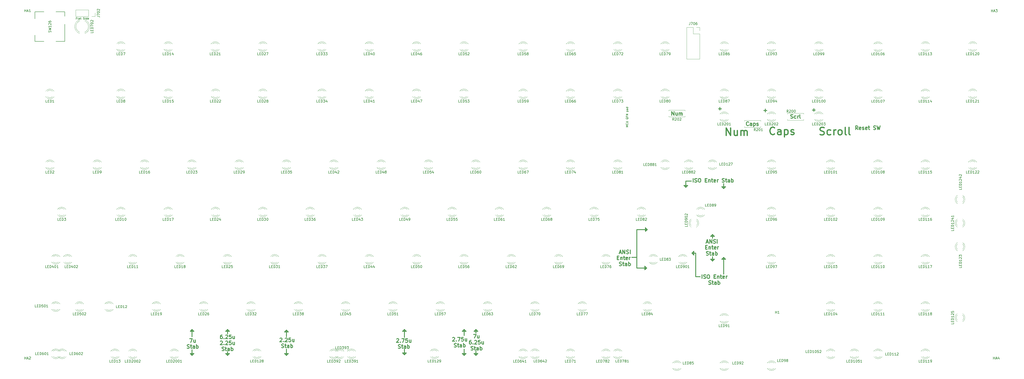
<source format=gbr>
G04 #@! TF.GenerationSoftware,KiCad,Pcbnew,(6.0.0)*
G04 #@! TF.CreationDate,2022-01-14T13:14:55-05:00*
G04 #@! TF.ProjectId,Boston-keyboard-V06-1J,426f7374-6f6e-42d6-9b65-79626f617264,rev?*
G04 #@! TF.SameCoordinates,Original*
G04 #@! TF.FileFunction,Legend,Top*
G04 #@! TF.FilePolarity,Positive*
%FSLAX46Y46*%
G04 Gerber Fmt 4.6, Leading zero omitted, Abs format (unit mm)*
G04 Created by KiCad (PCBNEW (6.0.0)) date 2022-01-14 13:14:55*
%MOMM*%
%LPD*%
G01*
G04 APERTURE LIST*
%ADD10C,0.300000*%
%ADD11C,0.500000*%
%ADD12C,0.160000*%
%ADD13C,0.150000*%
%ADD14C,0.120000*%
G04 APERTURE END LIST*
D10*
X233500000Y-168175000D02*
X232750000Y-168925000D01*
X332000000Y-120925000D02*
X333500000Y-120925000D01*
X306500000Y-118175000D02*
X302250000Y-118175000D01*
X136750000Y-159175000D02*
X138250000Y-159175000D01*
X337250000Y-129425000D02*
X336500000Y-130175000D01*
X162000000Y-159425000D02*
X161250000Y-158675000D01*
X237500000Y-167175000D02*
X237500000Y-168925000D01*
X161250000Y-168925000D02*
X160500000Y-168175000D01*
X322000000Y-98675000D02*
X324250000Y-98675000D01*
X332750000Y-121675000D02*
X332750000Y-120175000D01*
X326000000Y-137175000D02*
X327750000Y-137175000D01*
X123250000Y-168925000D02*
X122500000Y-168175000D01*
X161250000Y-166425000D02*
X161250000Y-168925000D01*
X123250000Y-158425000D02*
X122500000Y-159175000D01*
X325250000Y-128425000D02*
X324500000Y-127675000D01*
X305750000Y-117425000D02*
X305750000Y-118925000D01*
X232750000Y-168925000D02*
X232000000Y-168175000D01*
X162000000Y-168175000D02*
X161250000Y-168925000D01*
X336500000Y-100925000D02*
X338000000Y-100925000D01*
X208000000Y-159175000D02*
X209500000Y-159175000D01*
X208750000Y-161675000D02*
X208750000Y-158425000D01*
X209500000Y-167925000D02*
X208750000Y-168675000D01*
X238250000Y-159175000D02*
X237500000Y-158425000D01*
X160500000Y-168175000D02*
X162000000Y-168175000D01*
X305500000Y-132925000D02*
X305500000Y-134425000D01*
X136750000Y-168175000D02*
X138250000Y-168175000D01*
X326000000Y-137175000D02*
X326000000Y-127675000D01*
X332750000Y-130925000D02*
X332750000Y-129175000D01*
X306250000Y-133675000D02*
X305500000Y-132925000D01*
X326000000Y-127675000D02*
X324500000Y-127675000D01*
X322750000Y-100425000D02*
X322000000Y-101175000D01*
X124000000Y-168175000D02*
X123250000Y-168925000D01*
X123250000Y-166675000D02*
X123250000Y-168925000D01*
X238250000Y-168175000D02*
X237500000Y-168925000D01*
X137500000Y-167425000D02*
X137500000Y-168925000D01*
X337250000Y-101675000D02*
X336500000Y-100925000D01*
X337250000Y-99675000D02*
X337250000Y-101675000D01*
X305500000Y-134425000D02*
X306250000Y-133675000D01*
X237500000Y-159925000D02*
X237500000Y-158425000D01*
X305750000Y-118925000D02*
X306500000Y-118175000D01*
X332000000Y-130175000D02*
X333500000Y-130175000D01*
X161250000Y-161425000D02*
X161250000Y-158675000D01*
X333500000Y-130175000D02*
X332750000Y-130925000D01*
X322000000Y-101175000D02*
X322000000Y-98675000D01*
X137500000Y-158425000D02*
X136750000Y-159175000D01*
X332750000Y-120175000D02*
X332000000Y-120925000D01*
X233500000Y-159175000D02*
X232750000Y-158425000D01*
X208750000Y-166425000D02*
X208750000Y-168675000D01*
X332750000Y-130925000D02*
X332000000Y-130175000D01*
X338000000Y-130175000D02*
X337250000Y-129425000D01*
X237500000Y-158425000D02*
X236750000Y-159175000D01*
X333500000Y-120925000D02*
X332750000Y-120175000D01*
X336500000Y-130175000D02*
X338000000Y-130175000D01*
X208000000Y-167925000D02*
X209500000Y-167925000D01*
X232000000Y-159175000D02*
X233500000Y-159175000D01*
X124000000Y-159175000D02*
X123250000Y-158425000D01*
X232750000Y-158425000D02*
X232000000Y-159175000D01*
X321250000Y-100425000D02*
X322750000Y-100425000D01*
X237500000Y-168925000D02*
X236750000Y-168175000D01*
X161250000Y-158675000D02*
X160500000Y-159425000D01*
X123250000Y-161425000D02*
X123250000Y-158425000D01*
X325250000Y-126925000D02*
X325250000Y-128425000D01*
X236750000Y-168175000D02*
X238250000Y-168175000D01*
X300250000Y-129425000D02*
X302250000Y-129425000D01*
X137500000Y-168925000D02*
X136750000Y-168175000D01*
X122500000Y-168175000D02*
X124000000Y-168175000D01*
X337250000Y-129425000D02*
X337250000Y-136175000D01*
X232000000Y-168175000D02*
X233500000Y-168175000D01*
X306500000Y-118175000D02*
X305750000Y-117425000D01*
X208750000Y-168675000D02*
X208000000Y-167925000D01*
X138250000Y-168175000D02*
X137500000Y-168925000D01*
X236750000Y-159175000D02*
X238250000Y-159175000D01*
X232750000Y-166425000D02*
X232750000Y-168925000D01*
X324500000Y-127675000D02*
X325250000Y-126925000D01*
X208750000Y-158425000D02*
X208000000Y-159175000D01*
X338000000Y-100925000D02*
X337250000Y-101675000D01*
X138250000Y-159175000D02*
X137500000Y-158425000D01*
X122500000Y-159175000D02*
X124000000Y-159175000D01*
X302250000Y-133675000D02*
X306250000Y-133675000D01*
X302250000Y-118175000D02*
X302250000Y-133675000D01*
X232750000Y-160925000D02*
X232750000Y-158425000D01*
X160500000Y-159425000D02*
X162000000Y-159425000D01*
X137500000Y-160175000D02*
X137500000Y-158425000D01*
X322000000Y-101175000D02*
X321250000Y-100425000D01*
X209500000Y-159175000D02*
X208750000Y-158425000D01*
D11*
X376030000Y-79864285D02*
X376458571Y-80007142D01*
X377172857Y-80007142D01*
X377458571Y-79864285D01*
X377601428Y-79721428D01*
X377744285Y-79435714D01*
X377744285Y-79150000D01*
X377601428Y-78864285D01*
X377458571Y-78721428D01*
X377172857Y-78578571D01*
X376601428Y-78435714D01*
X376315714Y-78292857D01*
X376172857Y-78150000D01*
X376030000Y-77864285D01*
X376030000Y-77578571D01*
X376172857Y-77292857D01*
X376315714Y-77150000D01*
X376601428Y-77007142D01*
X377315714Y-77007142D01*
X377744285Y-77150000D01*
X380315714Y-79864285D02*
X380030000Y-80007142D01*
X379458571Y-80007142D01*
X379172857Y-79864285D01*
X379030000Y-79721428D01*
X378887142Y-79435714D01*
X378887142Y-78578571D01*
X379030000Y-78292857D01*
X379172857Y-78150000D01*
X379458571Y-78007142D01*
X380030000Y-78007142D01*
X380315714Y-78150000D01*
X381601428Y-80007142D02*
X381601428Y-78007142D01*
X381601428Y-78578571D02*
X381744285Y-78292857D01*
X381887142Y-78150000D01*
X382172857Y-78007142D01*
X382458571Y-78007142D01*
X383887142Y-80007142D02*
X383601428Y-79864285D01*
X383458571Y-79721428D01*
X383315714Y-79435714D01*
X383315714Y-78578571D01*
X383458571Y-78292857D01*
X383601428Y-78150000D01*
X383887142Y-78007142D01*
X384315714Y-78007142D01*
X384601428Y-78150000D01*
X384744285Y-78292857D01*
X384887142Y-78578571D01*
X384887142Y-79435714D01*
X384744285Y-79721428D01*
X384601428Y-79864285D01*
X384315714Y-80007142D01*
X383887142Y-80007142D01*
X386601428Y-80007142D02*
X386315714Y-79864285D01*
X386172857Y-79578571D01*
X386172857Y-77007142D01*
X388172857Y-80007142D02*
X387887142Y-79864285D01*
X387744285Y-79578571D01*
X387744285Y-77007142D01*
D10*
X205607142Y-162288928D02*
X205678571Y-162217500D01*
X205821428Y-162146071D01*
X206178571Y-162146071D01*
X206321428Y-162217500D01*
X206392857Y-162288928D01*
X206464285Y-162431785D01*
X206464285Y-162574642D01*
X206392857Y-162788928D01*
X205535714Y-163646071D01*
X206464285Y-163646071D01*
X207107142Y-163503214D02*
X207178571Y-163574642D01*
X207107142Y-163646071D01*
X207035714Y-163574642D01*
X207107142Y-163503214D01*
X207107142Y-163646071D01*
X207678571Y-162146071D02*
X208678571Y-162146071D01*
X208035714Y-163646071D01*
X209964285Y-162146071D02*
X209250000Y-162146071D01*
X209178571Y-162860357D01*
X209250000Y-162788928D01*
X209392857Y-162717500D01*
X209750000Y-162717500D01*
X209892857Y-162788928D01*
X209964285Y-162860357D01*
X210035714Y-163003214D01*
X210035714Y-163360357D01*
X209964285Y-163503214D01*
X209892857Y-163574642D01*
X209750000Y-163646071D01*
X209392857Y-163646071D01*
X209250000Y-163574642D01*
X209178571Y-163503214D01*
X211321428Y-162646071D02*
X211321428Y-163646071D01*
X210678571Y-162646071D02*
X210678571Y-163431785D01*
X210750000Y-163574642D01*
X210892857Y-163646071D01*
X211107142Y-163646071D01*
X211250000Y-163574642D01*
X211321428Y-163503214D01*
X206285714Y-165989642D02*
X206500000Y-166061071D01*
X206857142Y-166061071D01*
X207000000Y-165989642D01*
X207071428Y-165918214D01*
X207142857Y-165775357D01*
X207142857Y-165632500D01*
X207071428Y-165489642D01*
X207000000Y-165418214D01*
X206857142Y-165346785D01*
X206571428Y-165275357D01*
X206428571Y-165203928D01*
X206357142Y-165132500D01*
X206285714Y-164989642D01*
X206285714Y-164846785D01*
X206357142Y-164703928D01*
X206428571Y-164632500D01*
X206571428Y-164561071D01*
X206928571Y-164561071D01*
X207142857Y-164632500D01*
X207571428Y-165061071D02*
X208142857Y-165061071D01*
X207785714Y-164561071D02*
X207785714Y-165846785D01*
X207857142Y-165989642D01*
X208000000Y-166061071D01*
X208142857Y-166061071D01*
X209285714Y-166061071D02*
X209285714Y-165275357D01*
X209214285Y-165132500D01*
X209071428Y-165061071D01*
X208785714Y-165061071D01*
X208642857Y-165132500D01*
X209285714Y-165989642D02*
X209142857Y-166061071D01*
X208785714Y-166061071D01*
X208642857Y-165989642D01*
X208571428Y-165846785D01*
X208571428Y-165703928D01*
X208642857Y-165561071D01*
X208785714Y-165489642D01*
X209142857Y-165489642D01*
X209285714Y-165418214D01*
X210000000Y-166061071D02*
X210000000Y-164561071D01*
X210000000Y-165132500D02*
X210142857Y-165061071D01*
X210428571Y-165061071D01*
X210571428Y-165132500D01*
X210642857Y-165203928D01*
X210714285Y-165346785D01*
X210714285Y-165775357D01*
X210642857Y-165918214D01*
X210571428Y-165989642D01*
X210428571Y-166061071D01*
X210142857Y-166061071D01*
X210000000Y-165989642D01*
X372978571Y-70017142D02*
X374121428Y-70017142D01*
X373550000Y-70588571D02*
X373550000Y-69445714D01*
D11*
X338305714Y-80247142D02*
X338305714Y-77247142D01*
X340020000Y-80247142D01*
X340020000Y-77247142D01*
X342734285Y-78247142D02*
X342734285Y-80247142D01*
X341448571Y-78247142D02*
X341448571Y-79818571D01*
X341591428Y-80104285D01*
X341877142Y-80247142D01*
X342305714Y-80247142D01*
X342591428Y-80104285D01*
X342734285Y-79961428D01*
X344162857Y-80247142D02*
X344162857Y-78247142D01*
X344162857Y-78532857D02*
X344305714Y-78390000D01*
X344591428Y-78247142D01*
X345020000Y-78247142D01*
X345305714Y-78390000D01*
X345448571Y-78675714D01*
X345448571Y-80247142D01*
X345448571Y-78675714D02*
X345591428Y-78390000D01*
X345877142Y-78247142D01*
X346305714Y-78247142D01*
X346591428Y-78390000D01*
X346734285Y-78675714D01*
X346734285Y-80247142D01*
D10*
X295285714Y-127510000D02*
X296000000Y-127510000D01*
X295142857Y-127938571D02*
X295642857Y-126438571D01*
X296142857Y-127938571D01*
X296642857Y-127938571D02*
X296642857Y-126438571D01*
X297500000Y-127938571D01*
X297500000Y-126438571D01*
X298142857Y-127867142D02*
X298357142Y-127938571D01*
X298714285Y-127938571D01*
X298857142Y-127867142D01*
X298928571Y-127795714D01*
X299000000Y-127652857D01*
X299000000Y-127510000D01*
X298928571Y-127367142D01*
X298857142Y-127295714D01*
X298714285Y-127224285D01*
X298428571Y-127152857D01*
X298285714Y-127081428D01*
X298214285Y-127010000D01*
X298142857Y-126867142D01*
X298142857Y-126724285D01*
X298214285Y-126581428D01*
X298285714Y-126510000D01*
X298428571Y-126438571D01*
X298785714Y-126438571D01*
X299000000Y-126510000D01*
X299642857Y-127938571D02*
X299642857Y-126438571D01*
X294392857Y-129567857D02*
X294892857Y-129567857D01*
X295107142Y-130353571D02*
X294392857Y-130353571D01*
X294392857Y-128853571D01*
X295107142Y-128853571D01*
X295750000Y-129353571D02*
X295750000Y-130353571D01*
X295750000Y-129496428D02*
X295821428Y-129425000D01*
X295964285Y-129353571D01*
X296178571Y-129353571D01*
X296321428Y-129425000D01*
X296392857Y-129567857D01*
X296392857Y-130353571D01*
X296892857Y-129353571D02*
X297464285Y-129353571D01*
X297107142Y-128853571D02*
X297107142Y-130139285D01*
X297178571Y-130282142D01*
X297321428Y-130353571D01*
X297464285Y-130353571D01*
X298535714Y-130282142D02*
X298392857Y-130353571D01*
X298107142Y-130353571D01*
X297964285Y-130282142D01*
X297892857Y-130139285D01*
X297892857Y-129567857D01*
X297964285Y-129425000D01*
X298107142Y-129353571D01*
X298392857Y-129353571D01*
X298535714Y-129425000D01*
X298607142Y-129567857D01*
X298607142Y-129710714D01*
X297892857Y-129853571D01*
X299250000Y-130353571D02*
X299250000Y-129353571D01*
X299250000Y-129639285D02*
X299321428Y-129496428D01*
X299392857Y-129425000D01*
X299535714Y-129353571D01*
X299678571Y-129353571D01*
X295285714Y-132697142D02*
X295500000Y-132768571D01*
X295857142Y-132768571D01*
X296000000Y-132697142D01*
X296071428Y-132625714D01*
X296142857Y-132482857D01*
X296142857Y-132340000D01*
X296071428Y-132197142D01*
X296000000Y-132125714D01*
X295857142Y-132054285D01*
X295571428Y-131982857D01*
X295428571Y-131911428D01*
X295357142Y-131840000D01*
X295285714Y-131697142D01*
X295285714Y-131554285D01*
X295357142Y-131411428D01*
X295428571Y-131340000D01*
X295571428Y-131268571D01*
X295928571Y-131268571D01*
X296142857Y-131340000D01*
X296571428Y-131768571D02*
X297142857Y-131768571D01*
X296785714Y-131268571D02*
X296785714Y-132554285D01*
X296857142Y-132697142D01*
X297000000Y-132768571D01*
X297142857Y-132768571D01*
X298285714Y-132768571D02*
X298285714Y-131982857D01*
X298214285Y-131840000D01*
X298071428Y-131768571D01*
X297785714Y-131768571D01*
X297642857Y-131840000D01*
X298285714Y-132697142D02*
X298142857Y-132768571D01*
X297785714Y-132768571D01*
X297642857Y-132697142D01*
X297571428Y-132554285D01*
X297571428Y-132411428D01*
X297642857Y-132268571D01*
X297785714Y-132197142D01*
X298142857Y-132197142D01*
X298285714Y-132125714D01*
X299000000Y-132768571D02*
X299000000Y-131268571D01*
X299000000Y-131840000D02*
X299142857Y-131768571D01*
X299428571Y-131768571D01*
X299571428Y-131840000D01*
X299642857Y-131911428D01*
X299714285Y-132054285D01*
X299714285Y-132482857D01*
X299642857Y-132625714D01*
X299571428Y-132697142D01*
X299428571Y-132768571D01*
X299142857Y-132768571D01*
X299000000Y-132697142D01*
X228107142Y-161788928D02*
X228178571Y-161717500D01*
X228321428Y-161646071D01*
X228678571Y-161646071D01*
X228821428Y-161717500D01*
X228892857Y-161788928D01*
X228964285Y-161931785D01*
X228964285Y-162074642D01*
X228892857Y-162288928D01*
X228035714Y-163146071D01*
X228964285Y-163146071D01*
X229607142Y-163003214D02*
X229678571Y-163074642D01*
X229607142Y-163146071D01*
X229535714Y-163074642D01*
X229607142Y-163003214D01*
X229607142Y-163146071D01*
X230178571Y-161646071D02*
X231178571Y-161646071D01*
X230535714Y-163146071D01*
X232464285Y-161646071D02*
X231750000Y-161646071D01*
X231678571Y-162360357D01*
X231750000Y-162288928D01*
X231892857Y-162217500D01*
X232250000Y-162217500D01*
X232392857Y-162288928D01*
X232464285Y-162360357D01*
X232535714Y-162503214D01*
X232535714Y-162860357D01*
X232464285Y-163003214D01*
X232392857Y-163074642D01*
X232250000Y-163146071D01*
X231892857Y-163146071D01*
X231750000Y-163074642D01*
X231678571Y-163003214D01*
X233821428Y-162146071D02*
X233821428Y-163146071D01*
X233178571Y-162146071D02*
X233178571Y-162931785D01*
X233250000Y-163074642D01*
X233392857Y-163146071D01*
X233607142Y-163146071D01*
X233750000Y-163074642D01*
X233821428Y-163003214D01*
X228785714Y-165489642D02*
X229000000Y-165561071D01*
X229357142Y-165561071D01*
X229500000Y-165489642D01*
X229571428Y-165418214D01*
X229642857Y-165275357D01*
X229642857Y-165132500D01*
X229571428Y-164989642D01*
X229500000Y-164918214D01*
X229357142Y-164846785D01*
X229071428Y-164775357D01*
X228928571Y-164703928D01*
X228857142Y-164632500D01*
X228785714Y-164489642D01*
X228785714Y-164346785D01*
X228857142Y-164203928D01*
X228928571Y-164132500D01*
X229071428Y-164061071D01*
X229428571Y-164061071D01*
X229642857Y-164132500D01*
X230071428Y-164561071D02*
X230642857Y-164561071D01*
X230285714Y-164061071D02*
X230285714Y-165346785D01*
X230357142Y-165489642D01*
X230500000Y-165561071D01*
X230642857Y-165561071D01*
X231785714Y-165561071D02*
X231785714Y-164775357D01*
X231714285Y-164632500D01*
X231571428Y-164561071D01*
X231285714Y-164561071D01*
X231142857Y-164632500D01*
X231785714Y-165489642D02*
X231642857Y-165561071D01*
X231285714Y-165561071D01*
X231142857Y-165489642D01*
X231071428Y-165346785D01*
X231071428Y-165203928D01*
X231142857Y-165061071D01*
X231285714Y-164989642D01*
X231642857Y-164989642D01*
X231785714Y-164918214D01*
X232500000Y-165561071D02*
X232500000Y-164061071D01*
X232500000Y-164632500D02*
X232642857Y-164561071D01*
X232928571Y-164561071D01*
X233071428Y-164632500D01*
X233142857Y-164703928D01*
X233214285Y-164846785D01*
X233214285Y-165275357D01*
X233142857Y-165418214D01*
X233071428Y-165489642D01*
X232928571Y-165561071D01*
X232642857Y-165561071D01*
X232500000Y-165489642D01*
X353428571Y-70197142D02*
X354571428Y-70197142D01*
X354000000Y-70768571D02*
X354000000Y-69625714D01*
D11*
X357760000Y-79631428D02*
X357617142Y-79774285D01*
X357188571Y-79917142D01*
X356902857Y-79917142D01*
X356474285Y-79774285D01*
X356188571Y-79488571D01*
X356045714Y-79202857D01*
X355902857Y-78631428D01*
X355902857Y-78202857D01*
X356045714Y-77631428D01*
X356188571Y-77345714D01*
X356474285Y-77060000D01*
X356902857Y-76917142D01*
X357188571Y-76917142D01*
X357617142Y-77060000D01*
X357760000Y-77202857D01*
X360331428Y-79917142D02*
X360331428Y-78345714D01*
X360188571Y-78060000D01*
X359902857Y-77917142D01*
X359331428Y-77917142D01*
X359045714Y-78060000D01*
X360331428Y-79774285D02*
X360045714Y-79917142D01*
X359331428Y-79917142D01*
X359045714Y-79774285D01*
X358902857Y-79488571D01*
X358902857Y-79202857D01*
X359045714Y-78917142D01*
X359331428Y-78774285D01*
X360045714Y-78774285D01*
X360331428Y-78631428D01*
X361760000Y-77917142D02*
X361760000Y-80917142D01*
X361760000Y-78060000D02*
X362045714Y-77917142D01*
X362617142Y-77917142D01*
X362902857Y-78060000D01*
X363045714Y-78202857D01*
X363188571Y-78488571D01*
X363188571Y-79345714D01*
X363045714Y-79631428D01*
X362902857Y-79774285D01*
X362617142Y-79917142D01*
X362045714Y-79917142D01*
X361760000Y-79774285D01*
X364331428Y-79774285D02*
X364617142Y-79917142D01*
X365188571Y-79917142D01*
X365474285Y-79774285D01*
X365617142Y-79488571D01*
X365617142Y-79345714D01*
X365474285Y-79060000D01*
X365188571Y-78917142D01*
X364760000Y-78917142D01*
X364474285Y-78774285D01*
X364331428Y-78488571D01*
X364331428Y-78345714D01*
X364474285Y-78060000D01*
X364760000Y-77917142D01*
X365188571Y-77917142D01*
X365474285Y-78060000D01*
D10*
X122321428Y-162146071D02*
X123321428Y-162146071D01*
X122678571Y-163646071D01*
X124535714Y-162646071D02*
X124535714Y-163646071D01*
X123892857Y-162646071D02*
X123892857Y-163431785D01*
X123964285Y-163574642D01*
X124107142Y-163646071D01*
X124321428Y-163646071D01*
X124464285Y-163574642D01*
X124535714Y-163503214D01*
X121285714Y-165989642D02*
X121500000Y-166061071D01*
X121857142Y-166061071D01*
X122000000Y-165989642D01*
X122071428Y-165918214D01*
X122142857Y-165775357D01*
X122142857Y-165632500D01*
X122071428Y-165489642D01*
X122000000Y-165418214D01*
X121857142Y-165346785D01*
X121571428Y-165275357D01*
X121428571Y-165203928D01*
X121357142Y-165132500D01*
X121285714Y-164989642D01*
X121285714Y-164846785D01*
X121357142Y-164703928D01*
X121428571Y-164632500D01*
X121571428Y-164561071D01*
X121928571Y-164561071D01*
X122142857Y-164632500D01*
X122571428Y-165061071D02*
X123142857Y-165061071D01*
X122785714Y-164561071D02*
X122785714Y-165846785D01*
X122857142Y-165989642D01*
X123000000Y-166061071D01*
X123142857Y-166061071D01*
X124285714Y-166061071D02*
X124285714Y-165275357D01*
X124214285Y-165132500D01*
X124071428Y-165061071D01*
X123785714Y-165061071D01*
X123642857Y-165132500D01*
X124285714Y-165989642D02*
X124142857Y-166061071D01*
X123785714Y-166061071D01*
X123642857Y-165989642D01*
X123571428Y-165846785D01*
X123571428Y-165703928D01*
X123642857Y-165561071D01*
X123785714Y-165489642D01*
X124142857Y-165489642D01*
X124285714Y-165418214D01*
X125000000Y-166061071D02*
X125000000Y-164561071D01*
X125000000Y-165132500D02*
X125142857Y-165061071D01*
X125428571Y-165061071D01*
X125571428Y-165132500D01*
X125642857Y-165203928D01*
X125714285Y-165346785D01*
X125714285Y-165775357D01*
X125642857Y-165918214D01*
X125571428Y-165989642D01*
X125428571Y-166061071D01*
X125142857Y-166061071D01*
X125000000Y-165989642D01*
D12*
X76833333Y-33067857D02*
X76566666Y-33067857D01*
X76566666Y-33486904D02*
X76566666Y-32686904D01*
X76947619Y-32686904D01*
X77366666Y-33486904D02*
X77290476Y-33448809D01*
X77252380Y-33372619D01*
X77252380Y-32686904D01*
X78014285Y-33486904D02*
X78014285Y-33067857D01*
X77976190Y-32991666D01*
X77900000Y-32953571D01*
X77747619Y-32953571D01*
X77671428Y-32991666D01*
X78014285Y-33448809D02*
X77938095Y-33486904D01*
X77747619Y-33486904D01*
X77671428Y-33448809D01*
X77633333Y-33372619D01*
X77633333Y-33296428D01*
X77671428Y-33220238D01*
X77747619Y-33182142D01*
X77938095Y-33182142D01*
X78014285Y-33144047D01*
X78280952Y-32953571D02*
X78585714Y-32953571D01*
X78395238Y-32686904D02*
X78395238Y-33372619D01*
X78433333Y-33448809D01*
X78509523Y-33486904D01*
X78585714Y-33486904D01*
X79423809Y-33448809D02*
X79538095Y-33486904D01*
X79728571Y-33486904D01*
X79804761Y-33448809D01*
X79842857Y-33410714D01*
X79880952Y-33334523D01*
X79880952Y-33258333D01*
X79842857Y-33182142D01*
X79804761Y-33144047D01*
X79728571Y-33105952D01*
X79576190Y-33067857D01*
X79500000Y-33029761D01*
X79461904Y-32991666D01*
X79423809Y-32915476D01*
X79423809Y-32839285D01*
X79461904Y-32763095D01*
X79500000Y-32725000D01*
X79576190Y-32686904D01*
X79766666Y-32686904D01*
X79880952Y-32725000D01*
X80223809Y-33486904D02*
X80223809Y-32953571D01*
X80223809Y-32686904D02*
X80185714Y-32725000D01*
X80223809Y-32763095D01*
X80261904Y-32725000D01*
X80223809Y-32686904D01*
X80223809Y-32763095D01*
X80947619Y-33486904D02*
X80947619Y-32686904D01*
X80947619Y-33448809D02*
X80871428Y-33486904D01*
X80719047Y-33486904D01*
X80642857Y-33448809D01*
X80604761Y-33410714D01*
X80566666Y-33334523D01*
X80566666Y-33105952D01*
X80604761Y-33029761D01*
X80642857Y-32991666D01*
X80719047Y-32953571D01*
X80871428Y-32953571D01*
X80947619Y-32991666D01*
X81633333Y-33448809D02*
X81557142Y-33486904D01*
X81404761Y-33486904D01*
X81328571Y-33448809D01*
X81290476Y-33372619D01*
X81290476Y-33067857D01*
X81328571Y-32991666D01*
X81404761Y-32953571D01*
X81557142Y-32953571D01*
X81633333Y-32991666D01*
X81671428Y-33067857D01*
X81671428Y-33144047D01*
X81290476Y-33220238D01*
D10*
X316382857Y-72148571D02*
X316382857Y-70648571D01*
X317240000Y-72148571D01*
X317240000Y-70648571D01*
X318597142Y-71148571D02*
X318597142Y-72148571D01*
X317954285Y-71148571D02*
X317954285Y-71934285D01*
X318025714Y-72077142D01*
X318168571Y-72148571D01*
X318382857Y-72148571D01*
X318525714Y-72077142D01*
X318597142Y-72005714D01*
X319311428Y-72148571D02*
X319311428Y-71148571D01*
X319311428Y-71291428D02*
X319382857Y-71220000D01*
X319525714Y-71148571D01*
X319740000Y-71148571D01*
X319882857Y-71220000D01*
X319954285Y-71362857D01*
X319954285Y-72148571D01*
X319954285Y-71362857D02*
X320025714Y-71220000D01*
X320168571Y-71148571D01*
X320382857Y-71148571D01*
X320525714Y-71220000D01*
X320597142Y-71362857D01*
X320597142Y-72148571D01*
X347290000Y-76125714D02*
X347218571Y-76197142D01*
X347004285Y-76268571D01*
X346861428Y-76268571D01*
X346647142Y-76197142D01*
X346504285Y-76054285D01*
X346432857Y-75911428D01*
X346361428Y-75625714D01*
X346361428Y-75411428D01*
X346432857Y-75125714D01*
X346504285Y-74982857D01*
X346647142Y-74840000D01*
X346861428Y-74768571D01*
X347004285Y-74768571D01*
X347218571Y-74840000D01*
X347290000Y-74911428D01*
X348575714Y-76268571D02*
X348575714Y-75482857D01*
X348504285Y-75340000D01*
X348361428Y-75268571D01*
X348075714Y-75268571D01*
X347932857Y-75340000D01*
X348575714Y-76197142D02*
X348432857Y-76268571D01*
X348075714Y-76268571D01*
X347932857Y-76197142D01*
X347861428Y-76054285D01*
X347861428Y-75911428D01*
X347932857Y-75768571D01*
X348075714Y-75697142D01*
X348432857Y-75697142D01*
X348575714Y-75625714D01*
X349290000Y-75268571D02*
X349290000Y-76768571D01*
X349290000Y-75340000D02*
X349432857Y-75268571D01*
X349718571Y-75268571D01*
X349861428Y-75340000D01*
X349932857Y-75411428D01*
X350004285Y-75554285D01*
X350004285Y-75982857D01*
X349932857Y-76125714D01*
X349861428Y-76197142D01*
X349718571Y-76268571D01*
X349432857Y-76268571D01*
X349290000Y-76197142D01*
X350575714Y-76197142D02*
X350718571Y-76268571D01*
X351004285Y-76268571D01*
X351147142Y-76197142D01*
X351218571Y-76054285D01*
X351218571Y-75982857D01*
X351147142Y-75840000D01*
X351004285Y-75768571D01*
X350790000Y-75768571D01*
X350647142Y-75697142D01*
X350575714Y-75554285D01*
X350575714Y-75482857D01*
X350647142Y-75340000D01*
X350790000Y-75268571D01*
X351004285Y-75268571D01*
X351147142Y-75340000D01*
X324964285Y-99103571D02*
X324964285Y-97603571D01*
X325607142Y-99032142D02*
X325821428Y-99103571D01*
X326178571Y-99103571D01*
X326321428Y-99032142D01*
X326392857Y-98960714D01*
X326464285Y-98817857D01*
X326464285Y-98675000D01*
X326392857Y-98532142D01*
X326321428Y-98460714D01*
X326178571Y-98389285D01*
X325892857Y-98317857D01*
X325750000Y-98246428D01*
X325678571Y-98175000D01*
X325607142Y-98032142D01*
X325607142Y-97889285D01*
X325678571Y-97746428D01*
X325750000Y-97675000D01*
X325892857Y-97603571D01*
X326250000Y-97603571D01*
X326464285Y-97675000D01*
X327392857Y-97603571D02*
X327678571Y-97603571D01*
X327821428Y-97675000D01*
X327964285Y-97817857D01*
X328035714Y-98103571D01*
X328035714Y-98603571D01*
X327964285Y-98889285D01*
X327821428Y-99032142D01*
X327678571Y-99103571D01*
X327392857Y-99103571D01*
X327250000Y-99032142D01*
X327107142Y-98889285D01*
X327035714Y-98603571D01*
X327035714Y-98103571D01*
X327107142Y-97817857D01*
X327250000Y-97675000D01*
X327392857Y-97603571D01*
X329821428Y-98317857D02*
X330321428Y-98317857D01*
X330535714Y-99103571D02*
X329821428Y-99103571D01*
X329821428Y-97603571D01*
X330535714Y-97603571D01*
X331178571Y-98103571D02*
X331178571Y-99103571D01*
X331178571Y-98246428D02*
X331250000Y-98175000D01*
X331392857Y-98103571D01*
X331607142Y-98103571D01*
X331750000Y-98175000D01*
X331821428Y-98317857D01*
X331821428Y-99103571D01*
X332321428Y-98103571D02*
X332892857Y-98103571D01*
X332535714Y-97603571D02*
X332535714Y-98889285D01*
X332607142Y-99032142D01*
X332750000Y-99103571D01*
X332892857Y-99103571D01*
X333964285Y-99032142D02*
X333821428Y-99103571D01*
X333535714Y-99103571D01*
X333392857Y-99032142D01*
X333321428Y-98889285D01*
X333321428Y-98317857D01*
X333392857Y-98175000D01*
X333535714Y-98103571D01*
X333821428Y-98103571D01*
X333964285Y-98175000D01*
X334035714Y-98317857D01*
X334035714Y-98460714D01*
X333321428Y-98603571D01*
X334678571Y-99103571D02*
X334678571Y-98103571D01*
X334678571Y-98389285D02*
X334750000Y-98246428D01*
X334821428Y-98175000D01*
X334964285Y-98103571D01*
X335107142Y-98103571D01*
X336678571Y-99032142D02*
X336892857Y-99103571D01*
X337250000Y-99103571D01*
X337392857Y-99032142D01*
X337464285Y-98960714D01*
X337535714Y-98817857D01*
X337535714Y-98675000D01*
X337464285Y-98532142D01*
X337392857Y-98460714D01*
X337250000Y-98389285D01*
X336964285Y-98317857D01*
X336821428Y-98246428D01*
X336750000Y-98175000D01*
X336678571Y-98032142D01*
X336678571Y-97889285D01*
X336750000Y-97746428D01*
X336821428Y-97675000D01*
X336964285Y-97603571D01*
X337321428Y-97603571D01*
X337535714Y-97675000D01*
X337964285Y-98103571D02*
X338535714Y-98103571D01*
X338178571Y-97603571D02*
X338178571Y-98889285D01*
X338250000Y-99032142D01*
X338392857Y-99103571D01*
X338535714Y-99103571D01*
X339678571Y-99103571D02*
X339678571Y-98317857D01*
X339607142Y-98175000D01*
X339464285Y-98103571D01*
X339178571Y-98103571D01*
X339035714Y-98175000D01*
X339678571Y-99032142D02*
X339535714Y-99103571D01*
X339178571Y-99103571D01*
X339035714Y-99032142D01*
X338964285Y-98889285D01*
X338964285Y-98746428D01*
X339035714Y-98603571D01*
X339178571Y-98532142D01*
X339535714Y-98532142D01*
X339678571Y-98460714D01*
X340392857Y-99103571D02*
X340392857Y-97603571D01*
X340392857Y-98175000D02*
X340535714Y-98103571D01*
X340821428Y-98103571D01*
X340964285Y-98175000D01*
X341035714Y-98246428D01*
X341107142Y-98389285D01*
X341107142Y-98817857D01*
X341035714Y-98960714D01*
X340964285Y-99032142D01*
X340821428Y-99103571D01*
X340535714Y-99103571D01*
X340392857Y-99032142D01*
X364231428Y-73297142D02*
X364445714Y-73368571D01*
X364802857Y-73368571D01*
X364945714Y-73297142D01*
X365017142Y-73225714D01*
X365088571Y-73082857D01*
X365088571Y-72940000D01*
X365017142Y-72797142D01*
X364945714Y-72725714D01*
X364802857Y-72654285D01*
X364517142Y-72582857D01*
X364374285Y-72511428D01*
X364302857Y-72440000D01*
X364231428Y-72297142D01*
X364231428Y-72154285D01*
X364302857Y-72011428D01*
X364374285Y-71940000D01*
X364517142Y-71868571D01*
X364874285Y-71868571D01*
X365088571Y-71940000D01*
X366374285Y-73297142D02*
X366231428Y-73368571D01*
X365945714Y-73368571D01*
X365802857Y-73297142D01*
X365731428Y-73225714D01*
X365660000Y-73082857D01*
X365660000Y-72654285D01*
X365731428Y-72511428D01*
X365802857Y-72440000D01*
X365945714Y-72368571D01*
X366231428Y-72368571D01*
X366374285Y-72440000D01*
X367017142Y-73368571D02*
X367017142Y-72368571D01*
X367017142Y-72654285D02*
X367088571Y-72511428D01*
X367160000Y-72440000D01*
X367302857Y-72368571D01*
X367445714Y-72368571D01*
X368160000Y-73368571D02*
X368017142Y-73297142D01*
X367945714Y-73154285D01*
X367945714Y-71868571D01*
D13*
X298761904Y-76786904D02*
X297961904Y-76786904D01*
X298533333Y-76520238D01*
X297961904Y-76253571D01*
X298761904Y-76253571D01*
X298685714Y-75415476D02*
X298723809Y-75453571D01*
X298761904Y-75567857D01*
X298761904Y-75644047D01*
X298723809Y-75758333D01*
X298647619Y-75834523D01*
X298571428Y-75872619D01*
X298419047Y-75910714D01*
X298304761Y-75910714D01*
X298152380Y-75872619D01*
X298076190Y-75834523D01*
X298000000Y-75758333D01*
X297961904Y-75644047D01*
X297961904Y-75567857D01*
X298000000Y-75453571D01*
X298038095Y-75415476D01*
X297961904Y-75072619D02*
X298609523Y-75072619D01*
X298685714Y-75034523D01*
X298723809Y-74996428D01*
X298761904Y-74920238D01*
X298761904Y-74767857D01*
X298723809Y-74691666D01*
X298685714Y-74653571D01*
X298609523Y-74615476D01*
X297961904Y-74615476D01*
X298838095Y-73091666D02*
X298800000Y-73167857D01*
X298723809Y-73244047D01*
X298609523Y-73358333D01*
X298571428Y-73434523D01*
X298571428Y-73510714D01*
X298761904Y-73472619D02*
X298723809Y-73548809D01*
X298647619Y-73625000D01*
X298495238Y-73663095D01*
X298228571Y-73663095D01*
X298076190Y-73625000D01*
X298000000Y-73548809D01*
X297961904Y-73472619D01*
X297961904Y-73320238D01*
X298000000Y-73244047D01*
X298076190Y-73167857D01*
X298228571Y-73129761D01*
X298495238Y-73129761D01*
X298647619Y-73167857D01*
X298723809Y-73244047D01*
X298761904Y-73320238D01*
X298761904Y-73472619D01*
X298342857Y-72520238D02*
X298342857Y-72786904D01*
X298761904Y-72786904D02*
X297961904Y-72786904D01*
X297961904Y-72405952D01*
X298761904Y-72101190D02*
X297961904Y-72101190D01*
X298761904Y-71644047D01*
X297961904Y-71644047D01*
X298228571Y-70653571D02*
X299028571Y-70653571D01*
X298266666Y-70653571D02*
X298228571Y-70577380D01*
X298228571Y-70425000D01*
X298266666Y-70348809D01*
X298304761Y-70310714D01*
X298380952Y-70272619D01*
X298609523Y-70272619D01*
X298685714Y-70310714D01*
X298723809Y-70348809D01*
X298761904Y-70425000D01*
X298761904Y-70577380D01*
X298723809Y-70653571D01*
X298761904Y-69586904D02*
X298342857Y-69586904D01*
X298266666Y-69625000D01*
X298228571Y-69701190D01*
X298228571Y-69853571D01*
X298266666Y-69929761D01*
X298723809Y-69586904D02*
X298761904Y-69663095D01*
X298761904Y-69853571D01*
X298723809Y-69929761D01*
X298647619Y-69967857D01*
X298571428Y-69967857D01*
X298495238Y-69929761D01*
X298457142Y-69853571D01*
X298457142Y-69663095D01*
X298419047Y-69586904D01*
X298761904Y-68863095D02*
X297961904Y-68863095D01*
X298723809Y-68863095D02*
X298761904Y-68939285D01*
X298761904Y-69091666D01*
X298723809Y-69167857D01*
X298685714Y-69205952D01*
X298609523Y-69244047D01*
X298380952Y-69244047D01*
X298304761Y-69205952D01*
X298266666Y-69167857D01*
X298228571Y-69091666D01*
X298228571Y-68939285D01*
X298266666Y-68863095D01*
D10*
X335198571Y-69497142D02*
X336341428Y-69497142D01*
X335770000Y-70068571D02*
X335770000Y-68925714D01*
X391247500Y-77926071D02*
X390747500Y-77211785D01*
X390390357Y-77926071D02*
X390390357Y-76426071D01*
X390961785Y-76426071D01*
X391104642Y-76497500D01*
X391176071Y-76568928D01*
X391247500Y-76711785D01*
X391247500Y-76926071D01*
X391176071Y-77068928D01*
X391104642Y-77140357D01*
X390961785Y-77211785D01*
X390390357Y-77211785D01*
X392461785Y-77854642D02*
X392318928Y-77926071D01*
X392033214Y-77926071D01*
X391890357Y-77854642D01*
X391818928Y-77711785D01*
X391818928Y-77140357D01*
X391890357Y-76997500D01*
X392033214Y-76926071D01*
X392318928Y-76926071D01*
X392461785Y-76997500D01*
X392533214Y-77140357D01*
X392533214Y-77283214D01*
X391818928Y-77426071D01*
X393104642Y-77854642D02*
X393247500Y-77926071D01*
X393533214Y-77926071D01*
X393676071Y-77854642D01*
X393747500Y-77711785D01*
X393747500Y-77640357D01*
X393676071Y-77497500D01*
X393533214Y-77426071D01*
X393318928Y-77426071D01*
X393176071Y-77354642D01*
X393104642Y-77211785D01*
X393104642Y-77140357D01*
X393176071Y-76997500D01*
X393318928Y-76926071D01*
X393533214Y-76926071D01*
X393676071Y-76997500D01*
X394961785Y-77854642D02*
X394818928Y-77926071D01*
X394533214Y-77926071D01*
X394390357Y-77854642D01*
X394318928Y-77711785D01*
X394318928Y-77140357D01*
X394390357Y-76997500D01*
X394533214Y-76926071D01*
X394818928Y-76926071D01*
X394961785Y-76997500D01*
X395033214Y-77140357D01*
X395033214Y-77283214D01*
X394318928Y-77426071D01*
X395461785Y-76926071D02*
X396033214Y-76926071D01*
X395676071Y-76426071D02*
X395676071Y-77711785D01*
X395747500Y-77854642D01*
X395890357Y-77926071D01*
X396033214Y-77926071D01*
X397604642Y-77854642D02*
X397818928Y-77926071D01*
X398176071Y-77926071D01*
X398318928Y-77854642D01*
X398390357Y-77783214D01*
X398461785Y-77640357D01*
X398461785Y-77497500D01*
X398390357Y-77354642D01*
X398318928Y-77283214D01*
X398176071Y-77211785D01*
X397890357Y-77140357D01*
X397747500Y-77068928D01*
X397676071Y-76997500D01*
X397604642Y-76854642D01*
X397604642Y-76711785D01*
X397676071Y-76568928D01*
X397747500Y-76497500D01*
X397890357Y-76426071D01*
X398247500Y-76426071D01*
X398461785Y-76497500D01*
X398961785Y-76426071D02*
X399318928Y-77926071D01*
X399604642Y-76854642D01*
X399890357Y-77926071D01*
X400247500Y-76426071D01*
X158607142Y-162038928D02*
X158678571Y-161967500D01*
X158821428Y-161896071D01*
X159178571Y-161896071D01*
X159321428Y-161967500D01*
X159392857Y-162038928D01*
X159464285Y-162181785D01*
X159464285Y-162324642D01*
X159392857Y-162538928D01*
X158535714Y-163396071D01*
X159464285Y-163396071D01*
X160107142Y-163253214D02*
X160178571Y-163324642D01*
X160107142Y-163396071D01*
X160035714Y-163324642D01*
X160107142Y-163253214D01*
X160107142Y-163396071D01*
X160750000Y-162038928D02*
X160821428Y-161967500D01*
X160964285Y-161896071D01*
X161321428Y-161896071D01*
X161464285Y-161967500D01*
X161535714Y-162038928D01*
X161607142Y-162181785D01*
X161607142Y-162324642D01*
X161535714Y-162538928D01*
X160678571Y-163396071D01*
X161607142Y-163396071D01*
X162964285Y-161896071D02*
X162250000Y-161896071D01*
X162178571Y-162610357D01*
X162250000Y-162538928D01*
X162392857Y-162467500D01*
X162750000Y-162467500D01*
X162892857Y-162538928D01*
X162964285Y-162610357D01*
X163035714Y-162753214D01*
X163035714Y-163110357D01*
X162964285Y-163253214D01*
X162892857Y-163324642D01*
X162750000Y-163396071D01*
X162392857Y-163396071D01*
X162250000Y-163324642D01*
X162178571Y-163253214D01*
X164321428Y-162396071D02*
X164321428Y-163396071D01*
X163678571Y-162396071D02*
X163678571Y-163181785D01*
X163750000Y-163324642D01*
X163892857Y-163396071D01*
X164107142Y-163396071D01*
X164250000Y-163324642D01*
X164321428Y-163253214D01*
X159285714Y-165739642D02*
X159500000Y-165811071D01*
X159857142Y-165811071D01*
X160000000Y-165739642D01*
X160071428Y-165668214D01*
X160142857Y-165525357D01*
X160142857Y-165382500D01*
X160071428Y-165239642D01*
X160000000Y-165168214D01*
X159857142Y-165096785D01*
X159571428Y-165025357D01*
X159428571Y-164953928D01*
X159357142Y-164882500D01*
X159285714Y-164739642D01*
X159285714Y-164596785D01*
X159357142Y-164453928D01*
X159428571Y-164382500D01*
X159571428Y-164311071D01*
X159928571Y-164311071D01*
X160142857Y-164382500D01*
X160571428Y-164811071D02*
X161142857Y-164811071D01*
X160785714Y-164311071D02*
X160785714Y-165596785D01*
X160857142Y-165739642D01*
X161000000Y-165811071D01*
X161142857Y-165811071D01*
X162285714Y-165811071D02*
X162285714Y-165025357D01*
X162214285Y-164882500D01*
X162071428Y-164811071D01*
X161785714Y-164811071D01*
X161642857Y-164882500D01*
X162285714Y-165739642D02*
X162142857Y-165811071D01*
X161785714Y-165811071D01*
X161642857Y-165739642D01*
X161571428Y-165596785D01*
X161571428Y-165453928D01*
X161642857Y-165311071D01*
X161785714Y-165239642D01*
X162142857Y-165239642D01*
X162285714Y-165168214D01*
X163000000Y-165811071D02*
X163000000Y-164311071D01*
X163000000Y-164882500D02*
X163142857Y-164811071D01*
X163428571Y-164811071D01*
X163571428Y-164882500D01*
X163642857Y-164953928D01*
X163714285Y-165096785D01*
X163714285Y-165525357D01*
X163642857Y-165668214D01*
X163571428Y-165739642D01*
X163428571Y-165811071D01*
X163142857Y-165811071D01*
X163000000Y-165739642D01*
X236571428Y-160438571D02*
X237571428Y-160438571D01*
X236928571Y-161938571D01*
X238785714Y-160938571D02*
X238785714Y-161938571D01*
X238142857Y-160938571D02*
X238142857Y-161724285D01*
X238214285Y-161867142D01*
X238357142Y-161938571D01*
X238571428Y-161938571D01*
X238714285Y-161867142D01*
X238785714Y-161795714D01*
X235571428Y-162853571D02*
X235285714Y-162853571D01*
X235142857Y-162925000D01*
X235071428Y-162996428D01*
X234928571Y-163210714D01*
X234857142Y-163496428D01*
X234857142Y-164067857D01*
X234928571Y-164210714D01*
X235000000Y-164282142D01*
X235142857Y-164353571D01*
X235428571Y-164353571D01*
X235571428Y-164282142D01*
X235642857Y-164210714D01*
X235714285Y-164067857D01*
X235714285Y-163710714D01*
X235642857Y-163567857D01*
X235571428Y-163496428D01*
X235428571Y-163425000D01*
X235142857Y-163425000D01*
X235000000Y-163496428D01*
X234928571Y-163567857D01*
X234857142Y-163710714D01*
X236357142Y-164210714D02*
X236428571Y-164282142D01*
X236357142Y-164353571D01*
X236285714Y-164282142D01*
X236357142Y-164210714D01*
X236357142Y-164353571D01*
X237000000Y-162996428D02*
X237071428Y-162925000D01*
X237214285Y-162853571D01*
X237571428Y-162853571D01*
X237714285Y-162925000D01*
X237785714Y-162996428D01*
X237857142Y-163139285D01*
X237857142Y-163282142D01*
X237785714Y-163496428D01*
X236928571Y-164353571D01*
X237857142Y-164353571D01*
X239214285Y-162853571D02*
X238500000Y-162853571D01*
X238428571Y-163567857D01*
X238500000Y-163496428D01*
X238642857Y-163425000D01*
X239000000Y-163425000D01*
X239142857Y-163496428D01*
X239214285Y-163567857D01*
X239285714Y-163710714D01*
X239285714Y-164067857D01*
X239214285Y-164210714D01*
X239142857Y-164282142D01*
X239000000Y-164353571D01*
X238642857Y-164353571D01*
X238500000Y-164282142D01*
X238428571Y-164210714D01*
X240571428Y-163353571D02*
X240571428Y-164353571D01*
X239928571Y-163353571D02*
X239928571Y-164139285D01*
X240000000Y-164282142D01*
X240142857Y-164353571D01*
X240357142Y-164353571D01*
X240500000Y-164282142D01*
X240571428Y-164210714D01*
X235535714Y-166697142D02*
X235750000Y-166768571D01*
X236107142Y-166768571D01*
X236250000Y-166697142D01*
X236321428Y-166625714D01*
X236392857Y-166482857D01*
X236392857Y-166340000D01*
X236321428Y-166197142D01*
X236250000Y-166125714D01*
X236107142Y-166054285D01*
X235821428Y-165982857D01*
X235678571Y-165911428D01*
X235607142Y-165840000D01*
X235535714Y-165697142D01*
X235535714Y-165554285D01*
X235607142Y-165411428D01*
X235678571Y-165340000D01*
X235821428Y-165268571D01*
X236178571Y-165268571D01*
X236392857Y-165340000D01*
X236821428Y-165768571D02*
X237392857Y-165768571D01*
X237035714Y-165268571D02*
X237035714Y-166554285D01*
X237107142Y-166697142D01*
X237250000Y-166768571D01*
X237392857Y-166768571D01*
X238535714Y-166768571D02*
X238535714Y-165982857D01*
X238464285Y-165840000D01*
X238321428Y-165768571D01*
X238035714Y-165768571D01*
X237892857Y-165840000D01*
X238535714Y-166697142D02*
X238392857Y-166768571D01*
X238035714Y-166768571D01*
X237892857Y-166697142D01*
X237821428Y-166554285D01*
X237821428Y-166411428D01*
X237892857Y-166268571D01*
X238035714Y-166197142D01*
X238392857Y-166197142D01*
X238535714Y-166125714D01*
X239250000Y-166768571D02*
X239250000Y-165268571D01*
X239250000Y-165840000D02*
X239392857Y-165768571D01*
X239678571Y-165768571D01*
X239821428Y-165840000D01*
X239892857Y-165911428D01*
X239964285Y-166054285D01*
X239964285Y-166482857D01*
X239892857Y-166625714D01*
X239821428Y-166697142D01*
X239678571Y-166768571D01*
X239392857Y-166768571D01*
X239250000Y-166697142D01*
X330285714Y-123260000D02*
X331000000Y-123260000D01*
X330142857Y-123688571D02*
X330642857Y-122188571D01*
X331142857Y-123688571D01*
X331642857Y-123688571D02*
X331642857Y-122188571D01*
X332500000Y-123688571D01*
X332500000Y-122188571D01*
X333142857Y-123617142D02*
X333357142Y-123688571D01*
X333714285Y-123688571D01*
X333857142Y-123617142D01*
X333928571Y-123545714D01*
X334000000Y-123402857D01*
X334000000Y-123260000D01*
X333928571Y-123117142D01*
X333857142Y-123045714D01*
X333714285Y-122974285D01*
X333428571Y-122902857D01*
X333285714Y-122831428D01*
X333214285Y-122760000D01*
X333142857Y-122617142D01*
X333142857Y-122474285D01*
X333214285Y-122331428D01*
X333285714Y-122260000D01*
X333428571Y-122188571D01*
X333785714Y-122188571D01*
X334000000Y-122260000D01*
X334642857Y-123688571D02*
X334642857Y-122188571D01*
X329964285Y-125317857D02*
X330464285Y-125317857D01*
X330678571Y-126103571D02*
X329964285Y-126103571D01*
X329964285Y-124603571D01*
X330678571Y-124603571D01*
X331321428Y-125103571D02*
X331321428Y-126103571D01*
X331321428Y-125246428D02*
X331392857Y-125175000D01*
X331535714Y-125103571D01*
X331750000Y-125103571D01*
X331892857Y-125175000D01*
X331964285Y-125317857D01*
X331964285Y-126103571D01*
X332464285Y-125103571D02*
X333035714Y-125103571D01*
X332678571Y-124603571D02*
X332678571Y-125889285D01*
X332750000Y-126032142D01*
X332892857Y-126103571D01*
X333035714Y-126103571D01*
X334107142Y-126032142D02*
X333964285Y-126103571D01*
X333678571Y-126103571D01*
X333535714Y-126032142D01*
X333464285Y-125889285D01*
X333464285Y-125317857D01*
X333535714Y-125175000D01*
X333678571Y-125103571D01*
X333964285Y-125103571D01*
X334107142Y-125175000D01*
X334178571Y-125317857D01*
X334178571Y-125460714D01*
X333464285Y-125603571D01*
X334821428Y-126103571D02*
X334821428Y-125103571D01*
X334821428Y-125389285D02*
X334892857Y-125246428D01*
X334964285Y-125175000D01*
X335107142Y-125103571D01*
X335250000Y-125103571D01*
X330285714Y-128447142D02*
X330500000Y-128518571D01*
X330857142Y-128518571D01*
X331000000Y-128447142D01*
X331071428Y-128375714D01*
X331142857Y-128232857D01*
X331142857Y-128090000D01*
X331071428Y-127947142D01*
X331000000Y-127875714D01*
X330857142Y-127804285D01*
X330571428Y-127732857D01*
X330428571Y-127661428D01*
X330357142Y-127590000D01*
X330285714Y-127447142D01*
X330285714Y-127304285D01*
X330357142Y-127161428D01*
X330428571Y-127090000D01*
X330571428Y-127018571D01*
X330928571Y-127018571D01*
X331142857Y-127090000D01*
X331571428Y-127518571D02*
X332142857Y-127518571D01*
X331785714Y-127018571D02*
X331785714Y-128304285D01*
X331857142Y-128447142D01*
X332000000Y-128518571D01*
X332142857Y-128518571D01*
X333285714Y-128518571D02*
X333285714Y-127732857D01*
X333214285Y-127590000D01*
X333071428Y-127518571D01*
X332785714Y-127518571D01*
X332642857Y-127590000D01*
X333285714Y-128447142D02*
X333142857Y-128518571D01*
X332785714Y-128518571D01*
X332642857Y-128447142D01*
X332571428Y-128304285D01*
X332571428Y-128161428D01*
X332642857Y-128018571D01*
X332785714Y-127947142D01*
X333142857Y-127947142D01*
X333285714Y-127875714D01*
X334000000Y-128518571D02*
X334000000Y-127018571D01*
X334000000Y-127590000D02*
X334142857Y-127518571D01*
X334428571Y-127518571D01*
X334571428Y-127590000D01*
X334642857Y-127661428D01*
X334714285Y-127804285D01*
X334714285Y-128232857D01*
X334642857Y-128375714D01*
X334571428Y-128447142D01*
X334428571Y-128518571D01*
X334142857Y-128518571D01*
X334000000Y-128447142D01*
X135321428Y-160688571D02*
X135035714Y-160688571D01*
X134892857Y-160760000D01*
X134821428Y-160831428D01*
X134678571Y-161045714D01*
X134607142Y-161331428D01*
X134607142Y-161902857D01*
X134678571Y-162045714D01*
X134750000Y-162117142D01*
X134892857Y-162188571D01*
X135178571Y-162188571D01*
X135321428Y-162117142D01*
X135392857Y-162045714D01*
X135464285Y-161902857D01*
X135464285Y-161545714D01*
X135392857Y-161402857D01*
X135321428Y-161331428D01*
X135178571Y-161260000D01*
X134892857Y-161260000D01*
X134750000Y-161331428D01*
X134678571Y-161402857D01*
X134607142Y-161545714D01*
X136107142Y-162045714D02*
X136178571Y-162117142D01*
X136107142Y-162188571D01*
X136035714Y-162117142D01*
X136107142Y-162045714D01*
X136107142Y-162188571D01*
X136750000Y-160831428D02*
X136821428Y-160760000D01*
X136964285Y-160688571D01*
X137321428Y-160688571D01*
X137464285Y-160760000D01*
X137535714Y-160831428D01*
X137607142Y-160974285D01*
X137607142Y-161117142D01*
X137535714Y-161331428D01*
X136678571Y-162188571D01*
X137607142Y-162188571D01*
X138964285Y-160688571D02*
X138250000Y-160688571D01*
X138178571Y-161402857D01*
X138250000Y-161331428D01*
X138392857Y-161260000D01*
X138750000Y-161260000D01*
X138892857Y-161331428D01*
X138964285Y-161402857D01*
X139035714Y-161545714D01*
X139035714Y-161902857D01*
X138964285Y-162045714D01*
X138892857Y-162117142D01*
X138750000Y-162188571D01*
X138392857Y-162188571D01*
X138250000Y-162117142D01*
X138178571Y-162045714D01*
X140321428Y-161188571D02*
X140321428Y-162188571D01*
X139678571Y-161188571D02*
X139678571Y-161974285D01*
X139750000Y-162117142D01*
X139892857Y-162188571D01*
X140107142Y-162188571D01*
X140250000Y-162117142D01*
X140321428Y-162045714D01*
X134607142Y-163246428D02*
X134678571Y-163175000D01*
X134821428Y-163103571D01*
X135178571Y-163103571D01*
X135321428Y-163175000D01*
X135392857Y-163246428D01*
X135464285Y-163389285D01*
X135464285Y-163532142D01*
X135392857Y-163746428D01*
X134535714Y-164603571D01*
X135464285Y-164603571D01*
X136107142Y-164460714D02*
X136178571Y-164532142D01*
X136107142Y-164603571D01*
X136035714Y-164532142D01*
X136107142Y-164460714D01*
X136107142Y-164603571D01*
X136750000Y-163246428D02*
X136821428Y-163175000D01*
X136964285Y-163103571D01*
X137321428Y-163103571D01*
X137464285Y-163175000D01*
X137535714Y-163246428D01*
X137607142Y-163389285D01*
X137607142Y-163532142D01*
X137535714Y-163746428D01*
X136678571Y-164603571D01*
X137607142Y-164603571D01*
X138964285Y-163103571D02*
X138250000Y-163103571D01*
X138178571Y-163817857D01*
X138250000Y-163746428D01*
X138392857Y-163675000D01*
X138750000Y-163675000D01*
X138892857Y-163746428D01*
X138964285Y-163817857D01*
X139035714Y-163960714D01*
X139035714Y-164317857D01*
X138964285Y-164460714D01*
X138892857Y-164532142D01*
X138750000Y-164603571D01*
X138392857Y-164603571D01*
X138250000Y-164532142D01*
X138178571Y-164460714D01*
X140321428Y-163603571D02*
X140321428Y-164603571D01*
X139678571Y-163603571D02*
X139678571Y-164389285D01*
X139750000Y-164532142D01*
X139892857Y-164603571D01*
X140107142Y-164603571D01*
X140250000Y-164532142D01*
X140321428Y-164460714D01*
X135285714Y-166947142D02*
X135500000Y-167018571D01*
X135857142Y-167018571D01*
X136000000Y-166947142D01*
X136071428Y-166875714D01*
X136142857Y-166732857D01*
X136142857Y-166590000D01*
X136071428Y-166447142D01*
X136000000Y-166375714D01*
X135857142Y-166304285D01*
X135571428Y-166232857D01*
X135428571Y-166161428D01*
X135357142Y-166090000D01*
X135285714Y-165947142D01*
X135285714Y-165804285D01*
X135357142Y-165661428D01*
X135428571Y-165590000D01*
X135571428Y-165518571D01*
X135928571Y-165518571D01*
X136142857Y-165590000D01*
X136571428Y-166018571D02*
X137142857Y-166018571D01*
X136785714Y-165518571D02*
X136785714Y-166804285D01*
X136857142Y-166947142D01*
X137000000Y-167018571D01*
X137142857Y-167018571D01*
X138285714Y-167018571D02*
X138285714Y-166232857D01*
X138214285Y-166090000D01*
X138071428Y-166018571D01*
X137785714Y-166018571D01*
X137642857Y-166090000D01*
X138285714Y-166947142D02*
X138142857Y-167018571D01*
X137785714Y-167018571D01*
X137642857Y-166947142D01*
X137571428Y-166804285D01*
X137571428Y-166661428D01*
X137642857Y-166518571D01*
X137785714Y-166447142D01*
X138142857Y-166447142D01*
X138285714Y-166375714D01*
X139000000Y-167018571D02*
X139000000Y-165518571D01*
X139000000Y-166090000D02*
X139142857Y-166018571D01*
X139428571Y-166018571D01*
X139571428Y-166090000D01*
X139642857Y-166161428D01*
X139714285Y-166304285D01*
X139714285Y-166732857D01*
X139642857Y-166875714D01*
X139571428Y-166947142D01*
X139428571Y-167018571D01*
X139142857Y-167018571D01*
X139000000Y-166947142D01*
X328535714Y-137896071D02*
X328535714Y-136396071D01*
X329178571Y-137824642D02*
X329392857Y-137896071D01*
X329750000Y-137896071D01*
X329892857Y-137824642D01*
X329964285Y-137753214D01*
X330035714Y-137610357D01*
X330035714Y-137467500D01*
X329964285Y-137324642D01*
X329892857Y-137253214D01*
X329750000Y-137181785D01*
X329464285Y-137110357D01*
X329321428Y-137038928D01*
X329250000Y-136967500D01*
X329178571Y-136824642D01*
X329178571Y-136681785D01*
X329250000Y-136538928D01*
X329321428Y-136467500D01*
X329464285Y-136396071D01*
X329821428Y-136396071D01*
X330035714Y-136467500D01*
X330964285Y-136396071D02*
X331250000Y-136396071D01*
X331392857Y-136467500D01*
X331535714Y-136610357D01*
X331607142Y-136896071D01*
X331607142Y-137396071D01*
X331535714Y-137681785D01*
X331392857Y-137824642D01*
X331250000Y-137896071D01*
X330964285Y-137896071D01*
X330821428Y-137824642D01*
X330678571Y-137681785D01*
X330607142Y-137396071D01*
X330607142Y-136896071D01*
X330678571Y-136610357D01*
X330821428Y-136467500D01*
X330964285Y-136396071D01*
X333392857Y-137110357D02*
X333892857Y-137110357D01*
X334107142Y-137896071D02*
X333392857Y-137896071D01*
X333392857Y-136396071D01*
X334107142Y-136396071D01*
X334750000Y-136896071D02*
X334750000Y-137896071D01*
X334750000Y-137038928D02*
X334821428Y-136967500D01*
X334964285Y-136896071D01*
X335178571Y-136896071D01*
X335321428Y-136967500D01*
X335392857Y-137110357D01*
X335392857Y-137896071D01*
X335892857Y-136896071D02*
X336464285Y-136896071D01*
X336107142Y-136396071D02*
X336107142Y-137681785D01*
X336178571Y-137824642D01*
X336321428Y-137896071D01*
X336464285Y-137896071D01*
X337535714Y-137824642D02*
X337392857Y-137896071D01*
X337107142Y-137896071D01*
X336964285Y-137824642D01*
X336892857Y-137681785D01*
X336892857Y-137110357D01*
X336964285Y-136967500D01*
X337107142Y-136896071D01*
X337392857Y-136896071D01*
X337535714Y-136967500D01*
X337607142Y-137110357D01*
X337607142Y-137253214D01*
X336892857Y-137396071D01*
X338250000Y-137896071D02*
X338250000Y-136896071D01*
X338250000Y-137181785D02*
X338321428Y-137038928D01*
X338392857Y-136967500D01*
X338535714Y-136896071D01*
X338678571Y-136896071D01*
X331285714Y-140239642D02*
X331500000Y-140311071D01*
X331857142Y-140311071D01*
X332000000Y-140239642D01*
X332071428Y-140168214D01*
X332142857Y-140025357D01*
X332142857Y-139882500D01*
X332071428Y-139739642D01*
X332000000Y-139668214D01*
X331857142Y-139596785D01*
X331571428Y-139525357D01*
X331428571Y-139453928D01*
X331357142Y-139382500D01*
X331285714Y-139239642D01*
X331285714Y-139096785D01*
X331357142Y-138953928D01*
X331428571Y-138882500D01*
X331571428Y-138811071D01*
X331928571Y-138811071D01*
X332142857Y-138882500D01*
X332571428Y-139311071D02*
X333142857Y-139311071D01*
X332785714Y-138811071D02*
X332785714Y-140096785D01*
X332857142Y-140239642D01*
X333000000Y-140311071D01*
X333142857Y-140311071D01*
X334285714Y-140311071D02*
X334285714Y-139525357D01*
X334214285Y-139382500D01*
X334071428Y-139311071D01*
X333785714Y-139311071D01*
X333642857Y-139382500D01*
X334285714Y-140239642D02*
X334142857Y-140311071D01*
X333785714Y-140311071D01*
X333642857Y-140239642D01*
X333571428Y-140096785D01*
X333571428Y-139953928D01*
X333642857Y-139811071D01*
X333785714Y-139739642D01*
X334142857Y-139739642D01*
X334285714Y-139668214D01*
X335000000Y-140311071D02*
X335000000Y-138811071D01*
X335000000Y-139382500D02*
X335142857Y-139311071D01*
X335428571Y-139311071D01*
X335571428Y-139382500D01*
X335642857Y-139453928D01*
X335714285Y-139596785D01*
X335714285Y-140025357D01*
X335642857Y-140168214D01*
X335571428Y-140239642D01*
X335428571Y-140311071D01*
X335142857Y-140311071D01*
X335000000Y-140239642D01*
D13*
X74528571Y-168677380D02*
X74052380Y-168677380D01*
X74052380Y-167677380D01*
X74861904Y-168153571D02*
X75195238Y-168153571D01*
X75338095Y-168677380D02*
X74861904Y-168677380D01*
X74861904Y-167677380D01*
X75338095Y-167677380D01*
X75766666Y-168677380D02*
X75766666Y-167677380D01*
X76004761Y-167677380D01*
X76147619Y-167725000D01*
X76242857Y-167820238D01*
X76290476Y-167915476D01*
X76338095Y-168105952D01*
X76338095Y-168248809D01*
X76290476Y-168439285D01*
X76242857Y-168534523D01*
X76147619Y-168629761D01*
X76004761Y-168677380D01*
X75766666Y-168677380D01*
X77195238Y-167677380D02*
X77004761Y-167677380D01*
X76909523Y-167725000D01*
X76861904Y-167772619D01*
X76766666Y-167915476D01*
X76719047Y-168105952D01*
X76719047Y-168486904D01*
X76766666Y-168582142D01*
X76814285Y-168629761D01*
X76909523Y-168677380D01*
X77100000Y-168677380D01*
X77195238Y-168629761D01*
X77242857Y-168582142D01*
X77290476Y-168486904D01*
X77290476Y-168248809D01*
X77242857Y-168153571D01*
X77195238Y-168105952D01*
X77100000Y-168058333D01*
X76909523Y-168058333D01*
X76814285Y-168105952D01*
X76766666Y-168153571D01*
X76719047Y-168248809D01*
X77909523Y-167677380D02*
X78004761Y-167677380D01*
X78100000Y-167725000D01*
X78147619Y-167772619D01*
X78195238Y-167867857D01*
X78242857Y-168058333D01*
X78242857Y-168296428D01*
X78195238Y-168486904D01*
X78147619Y-168582142D01*
X78100000Y-168629761D01*
X78004761Y-168677380D01*
X77909523Y-168677380D01*
X77814285Y-168629761D01*
X77766666Y-168582142D01*
X77719047Y-168486904D01*
X77671428Y-168296428D01*
X77671428Y-168058333D01*
X77719047Y-167867857D01*
X77766666Y-167772619D01*
X77814285Y-167725000D01*
X77909523Y-167677380D01*
X78623809Y-167772619D02*
X78671428Y-167725000D01*
X78766666Y-167677380D01*
X79004761Y-167677380D01*
X79100000Y-167725000D01*
X79147619Y-167772619D01*
X79195238Y-167867857D01*
X79195238Y-167963095D01*
X79147619Y-168105952D01*
X78576190Y-168677380D01*
X79195238Y-168677380D01*
X181528571Y-166277380D02*
X181052380Y-166277380D01*
X181052380Y-165277380D01*
X181861904Y-165753571D02*
X182195238Y-165753571D01*
X182338095Y-166277380D02*
X181861904Y-166277380D01*
X181861904Y-165277380D01*
X182338095Y-165277380D01*
X182766666Y-166277380D02*
X182766666Y-165277380D01*
X183004761Y-165277380D01*
X183147619Y-165325000D01*
X183242857Y-165420238D01*
X183290476Y-165515476D01*
X183338095Y-165705952D01*
X183338095Y-165848809D01*
X183290476Y-166039285D01*
X183242857Y-166134523D01*
X183147619Y-166229761D01*
X183004761Y-166277380D01*
X182766666Y-166277380D01*
X183671428Y-165277380D02*
X184290476Y-165277380D01*
X183957142Y-165658333D01*
X184100000Y-165658333D01*
X184195238Y-165705952D01*
X184242857Y-165753571D01*
X184290476Y-165848809D01*
X184290476Y-166086904D01*
X184242857Y-166182142D01*
X184195238Y-166229761D01*
X184100000Y-166277380D01*
X183814285Y-166277380D01*
X183719047Y-166229761D01*
X183671428Y-166182142D01*
X184766666Y-166277380D02*
X184957142Y-166277380D01*
X185052380Y-166229761D01*
X185100000Y-166182142D01*
X185195238Y-166039285D01*
X185242857Y-165848809D01*
X185242857Y-165467857D01*
X185195238Y-165372619D01*
X185147619Y-165325000D01*
X185052380Y-165277380D01*
X184861904Y-165277380D01*
X184766666Y-165325000D01*
X184719047Y-165372619D01*
X184671428Y-165467857D01*
X184671428Y-165705952D01*
X184719047Y-165801190D01*
X184766666Y-165848809D01*
X184861904Y-165896428D01*
X185052380Y-165896428D01*
X185147619Y-165848809D01*
X185195238Y-165801190D01*
X185242857Y-165705952D01*
X185576190Y-165277380D02*
X186195238Y-165277380D01*
X185861904Y-165658333D01*
X186004761Y-165658333D01*
X186100000Y-165705952D01*
X186147619Y-165753571D01*
X186195238Y-165848809D01*
X186195238Y-166086904D01*
X186147619Y-166182142D01*
X186100000Y-166229761D01*
X186004761Y-166277380D01*
X185719047Y-166277380D01*
X185623809Y-166229761D01*
X185576190Y-166182142D01*
X378253571Y-133592380D02*
X377777380Y-133592380D01*
X377777380Y-132592380D01*
X378586904Y-133068571D02*
X378920238Y-133068571D01*
X379063095Y-133592380D02*
X378586904Y-133592380D01*
X378586904Y-132592380D01*
X379063095Y-132592380D01*
X379491666Y-133592380D02*
X379491666Y-132592380D01*
X379729761Y-132592380D01*
X379872619Y-132640000D01*
X379967857Y-132735238D01*
X380015476Y-132830476D01*
X380063095Y-133020952D01*
X380063095Y-133163809D01*
X380015476Y-133354285D01*
X379967857Y-133449523D01*
X379872619Y-133544761D01*
X379729761Y-133592380D01*
X379491666Y-133592380D01*
X381015476Y-133592380D02*
X380444047Y-133592380D01*
X380729761Y-133592380D02*
X380729761Y-132592380D01*
X380634523Y-132735238D01*
X380539285Y-132830476D01*
X380444047Y-132878095D01*
X381634523Y-132592380D02*
X381729761Y-132592380D01*
X381825000Y-132640000D01*
X381872619Y-132687619D01*
X381920238Y-132782857D01*
X381967857Y-132973333D01*
X381967857Y-133211428D01*
X381920238Y-133401904D01*
X381872619Y-133497142D01*
X381825000Y-133544761D01*
X381729761Y-133592380D01*
X381634523Y-133592380D01*
X381539285Y-133544761D01*
X381491666Y-133497142D01*
X381444047Y-133401904D01*
X381396428Y-133211428D01*
X381396428Y-132973333D01*
X381444047Y-132782857D01*
X381491666Y-132687619D01*
X381539285Y-132640000D01*
X381634523Y-132592380D01*
X382301190Y-132592380D02*
X382920238Y-132592380D01*
X382586904Y-132973333D01*
X382729761Y-132973333D01*
X382825000Y-133020952D01*
X382872619Y-133068571D01*
X382920238Y-133163809D01*
X382920238Y-133401904D01*
X382872619Y-133497142D01*
X382825000Y-133544761D01*
X382729761Y-133592380D01*
X382444047Y-133592380D01*
X382348809Y-133544761D01*
X382301190Y-133497142D01*
X178704761Y-95492380D02*
X178228571Y-95492380D01*
X178228571Y-94492380D01*
X179038095Y-94968571D02*
X179371428Y-94968571D01*
X179514285Y-95492380D02*
X179038095Y-95492380D01*
X179038095Y-94492380D01*
X179514285Y-94492380D01*
X179942857Y-95492380D02*
X179942857Y-94492380D01*
X180180952Y-94492380D01*
X180323809Y-94540000D01*
X180419047Y-94635238D01*
X180466666Y-94730476D01*
X180514285Y-94920952D01*
X180514285Y-95063809D01*
X180466666Y-95254285D01*
X180419047Y-95349523D01*
X180323809Y-95444761D01*
X180180952Y-95492380D01*
X179942857Y-95492380D01*
X181371428Y-94825714D02*
X181371428Y-95492380D01*
X181133333Y-94444761D02*
X180895238Y-95159047D01*
X181514285Y-95159047D01*
X181847619Y-94587619D02*
X181895238Y-94540000D01*
X181990476Y-94492380D01*
X182228571Y-94492380D01*
X182323809Y-94540000D01*
X182371428Y-94587619D01*
X182419047Y-94682857D01*
X182419047Y-94778095D01*
X182371428Y-94920952D01*
X181800000Y-95492380D01*
X182419047Y-95492380D01*
X416353571Y-171692380D02*
X415877380Y-171692380D01*
X415877380Y-170692380D01*
X416686904Y-171168571D02*
X417020238Y-171168571D01*
X417163095Y-171692380D02*
X416686904Y-171692380D01*
X416686904Y-170692380D01*
X417163095Y-170692380D01*
X417591666Y-171692380D02*
X417591666Y-170692380D01*
X417829761Y-170692380D01*
X417972619Y-170740000D01*
X418067857Y-170835238D01*
X418115476Y-170930476D01*
X418163095Y-171120952D01*
X418163095Y-171263809D01*
X418115476Y-171454285D01*
X418067857Y-171549523D01*
X417972619Y-171644761D01*
X417829761Y-171692380D01*
X417591666Y-171692380D01*
X419115476Y-171692380D02*
X418544047Y-171692380D01*
X418829761Y-171692380D02*
X418829761Y-170692380D01*
X418734523Y-170835238D01*
X418639285Y-170930476D01*
X418544047Y-170978095D01*
X420067857Y-171692380D02*
X419496428Y-171692380D01*
X419782142Y-171692380D02*
X419782142Y-170692380D01*
X419686904Y-170835238D01*
X419591666Y-170930476D01*
X419496428Y-170978095D01*
X420544047Y-171692380D02*
X420734523Y-171692380D01*
X420829761Y-171644761D01*
X420877380Y-171597142D01*
X420972619Y-171454285D01*
X421020238Y-171263809D01*
X421020238Y-170882857D01*
X420972619Y-170787619D01*
X420925000Y-170740000D01*
X420829761Y-170692380D01*
X420639285Y-170692380D01*
X420544047Y-170740000D01*
X420496428Y-170787619D01*
X420448809Y-170882857D01*
X420448809Y-171120952D01*
X420496428Y-171216190D01*
X420544047Y-171263809D01*
X420639285Y-171311428D01*
X420829761Y-171311428D01*
X420925000Y-171263809D01*
X420972619Y-171216190D01*
X421020238Y-171120952D01*
X358068095Y-151987380D02*
X358068095Y-150987380D01*
X358068095Y-151463571D02*
X358639523Y-151463571D01*
X358639523Y-151987380D02*
X358639523Y-150987380D01*
X359639523Y-151987380D02*
X359068095Y-151987380D01*
X359353809Y-151987380D02*
X359353809Y-150987380D01*
X359258571Y-151130238D01*
X359163333Y-151225476D01*
X359068095Y-151273095D01*
X250142261Y-133592380D02*
X249666071Y-133592380D01*
X249666071Y-132592380D01*
X250475595Y-133068571D02*
X250808928Y-133068571D01*
X250951785Y-133592380D02*
X250475595Y-133592380D01*
X250475595Y-132592380D01*
X250951785Y-132592380D01*
X251380357Y-133592380D02*
X251380357Y-132592380D01*
X251618452Y-132592380D01*
X251761309Y-132640000D01*
X251856547Y-132735238D01*
X251904166Y-132830476D01*
X251951785Y-133020952D01*
X251951785Y-133163809D01*
X251904166Y-133354285D01*
X251856547Y-133449523D01*
X251761309Y-133544761D01*
X251618452Y-133592380D01*
X251380357Y-133592380D01*
X252808928Y-132592380D02*
X252618452Y-132592380D01*
X252523214Y-132640000D01*
X252475595Y-132687619D01*
X252380357Y-132830476D01*
X252332738Y-133020952D01*
X252332738Y-133401904D01*
X252380357Y-133497142D01*
X252427976Y-133544761D01*
X252523214Y-133592380D01*
X252713690Y-133592380D01*
X252808928Y-133544761D01*
X252856547Y-133497142D01*
X252904166Y-133401904D01*
X252904166Y-133163809D01*
X252856547Y-133068571D01*
X252808928Y-133020952D01*
X252713690Y-132973333D01*
X252523214Y-132973333D01*
X252427976Y-133020952D01*
X252380357Y-133068571D01*
X252332738Y-133163809D01*
X253285119Y-132687619D02*
X253332738Y-132640000D01*
X253427976Y-132592380D01*
X253666071Y-132592380D01*
X253761309Y-132640000D01*
X253808928Y-132687619D01*
X253856547Y-132782857D01*
X253856547Y-132878095D01*
X253808928Y-133020952D01*
X253237500Y-133592380D01*
X253856547Y-133592380D01*
X60728571Y-168677380D02*
X60252380Y-168677380D01*
X60252380Y-167677380D01*
X61061904Y-168153571D02*
X61395238Y-168153571D01*
X61538095Y-168677380D02*
X61061904Y-168677380D01*
X61061904Y-167677380D01*
X61538095Y-167677380D01*
X61966666Y-168677380D02*
X61966666Y-167677380D01*
X62204761Y-167677380D01*
X62347619Y-167725000D01*
X62442857Y-167820238D01*
X62490476Y-167915476D01*
X62538095Y-168105952D01*
X62538095Y-168248809D01*
X62490476Y-168439285D01*
X62442857Y-168534523D01*
X62347619Y-168629761D01*
X62204761Y-168677380D01*
X61966666Y-168677380D01*
X63395238Y-167677380D02*
X63204761Y-167677380D01*
X63109523Y-167725000D01*
X63061904Y-167772619D01*
X62966666Y-167915476D01*
X62919047Y-168105952D01*
X62919047Y-168486904D01*
X62966666Y-168582142D01*
X63014285Y-168629761D01*
X63109523Y-168677380D01*
X63300000Y-168677380D01*
X63395238Y-168629761D01*
X63442857Y-168582142D01*
X63490476Y-168486904D01*
X63490476Y-168248809D01*
X63442857Y-168153571D01*
X63395238Y-168105952D01*
X63300000Y-168058333D01*
X63109523Y-168058333D01*
X63014285Y-168105952D01*
X62966666Y-168153571D01*
X62919047Y-168248809D01*
X64109523Y-167677380D02*
X64204761Y-167677380D01*
X64300000Y-167725000D01*
X64347619Y-167772619D01*
X64395238Y-167867857D01*
X64442857Y-168058333D01*
X64442857Y-168296428D01*
X64395238Y-168486904D01*
X64347619Y-168582142D01*
X64300000Y-168629761D01*
X64204761Y-168677380D01*
X64109523Y-168677380D01*
X64014285Y-168629761D01*
X63966666Y-168582142D01*
X63919047Y-168486904D01*
X63871428Y-168296428D01*
X63871428Y-168058333D01*
X63919047Y-167867857D01*
X63966666Y-167772619D01*
X64014285Y-167725000D01*
X64109523Y-167677380D01*
X65395238Y-168677380D02*
X64823809Y-168677380D01*
X65109523Y-168677380D02*
X65109523Y-167677380D01*
X65014285Y-167820238D01*
X64919047Y-167915476D01*
X64823809Y-167963095D01*
X235854761Y-95492380D02*
X235378571Y-95492380D01*
X235378571Y-94492380D01*
X236188095Y-94968571D02*
X236521428Y-94968571D01*
X236664285Y-95492380D02*
X236188095Y-95492380D01*
X236188095Y-94492380D01*
X236664285Y-94492380D01*
X237092857Y-95492380D02*
X237092857Y-94492380D01*
X237330952Y-94492380D01*
X237473809Y-94540000D01*
X237569047Y-94635238D01*
X237616666Y-94730476D01*
X237664285Y-94920952D01*
X237664285Y-95063809D01*
X237616666Y-95254285D01*
X237569047Y-95349523D01*
X237473809Y-95444761D01*
X237330952Y-95492380D01*
X237092857Y-95492380D01*
X238521428Y-94492380D02*
X238330952Y-94492380D01*
X238235714Y-94540000D01*
X238188095Y-94587619D01*
X238092857Y-94730476D01*
X238045238Y-94920952D01*
X238045238Y-95301904D01*
X238092857Y-95397142D01*
X238140476Y-95444761D01*
X238235714Y-95492380D01*
X238426190Y-95492380D01*
X238521428Y-95444761D01*
X238569047Y-95397142D01*
X238616666Y-95301904D01*
X238616666Y-95063809D01*
X238569047Y-94968571D01*
X238521428Y-94920952D01*
X238426190Y-94873333D01*
X238235714Y-94873333D01*
X238140476Y-94920952D01*
X238092857Y-94968571D01*
X238045238Y-95063809D01*
X239235714Y-94492380D02*
X239330952Y-94492380D01*
X239426190Y-94540000D01*
X239473809Y-94587619D01*
X239521428Y-94682857D01*
X239569047Y-94873333D01*
X239569047Y-95111428D01*
X239521428Y-95301904D01*
X239473809Y-95397142D01*
X239426190Y-95444761D01*
X239330952Y-95492380D01*
X239235714Y-95492380D01*
X239140476Y-95444761D01*
X239092857Y-95397142D01*
X239045238Y-95301904D01*
X238997619Y-95111428D01*
X238997619Y-94873333D01*
X239045238Y-94682857D01*
X239092857Y-94587619D01*
X239140476Y-94540000D01*
X239235714Y-94492380D01*
X150129761Y-114542380D02*
X149653571Y-114542380D01*
X149653571Y-113542380D01*
X150463095Y-114018571D02*
X150796428Y-114018571D01*
X150939285Y-114542380D02*
X150463095Y-114542380D01*
X150463095Y-113542380D01*
X150939285Y-113542380D01*
X151367857Y-114542380D02*
X151367857Y-113542380D01*
X151605952Y-113542380D01*
X151748809Y-113590000D01*
X151844047Y-113685238D01*
X151891666Y-113780476D01*
X151939285Y-113970952D01*
X151939285Y-114113809D01*
X151891666Y-114304285D01*
X151844047Y-114399523D01*
X151748809Y-114494761D01*
X151605952Y-114542380D01*
X151367857Y-114542380D01*
X152272619Y-113542380D02*
X152891666Y-113542380D01*
X152558333Y-113923333D01*
X152701190Y-113923333D01*
X152796428Y-113970952D01*
X152844047Y-114018571D01*
X152891666Y-114113809D01*
X152891666Y-114351904D01*
X152844047Y-114447142D01*
X152796428Y-114494761D01*
X152701190Y-114542380D01*
X152415476Y-114542380D01*
X152320238Y-114494761D01*
X152272619Y-114447142D01*
X153510714Y-113542380D02*
X153605952Y-113542380D01*
X153701190Y-113590000D01*
X153748809Y-113637619D01*
X153796428Y-113732857D01*
X153844047Y-113923333D01*
X153844047Y-114161428D01*
X153796428Y-114351904D01*
X153748809Y-114447142D01*
X153701190Y-114494761D01*
X153605952Y-114542380D01*
X153510714Y-114542380D01*
X153415476Y-114494761D01*
X153367857Y-114447142D01*
X153320238Y-114351904D01*
X153272619Y-114161428D01*
X153272619Y-113923333D01*
X153320238Y-113732857D01*
X153367857Y-113637619D01*
X153415476Y-113590000D01*
X153510714Y-113542380D01*
X336128571Y-92277380D02*
X335652380Y-92277380D01*
X335652380Y-91277380D01*
X336461904Y-91753571D02*
X336795238Y-91753571D01*
X336938095Y-92277380D02*
X336461904Y-92277380D01*
X336461904Y-91277380D01*
X336938095Y-91277380D01*
X337366666Y-92277380D02*
X337366666Y-91277380D01*
X337604761Y-91277380D01*
X337747619Y-91325000D01*
X337842857Y-91420238D01*
X337890476Y-91515476D01*
X337938095Y-91705952D01*
X337938095Y-91848809D01*
X337890476Y-92039285D01*
X337842857Y-92134523D01*
X337747619Y-92229761D01*
X337604761Y-92277380D01*
X337366666Y-92277380D01*
X338890476Y-92277380D02*
X338319047Y-92277380D01*
X338604761Y-92277380D02*
X338604761Y-91277380D01*
X338509523Y-91420238D01*
X338414285Y-91515476D01*
X338319047Y-91563095D01*
X339271428Y-91372619D02*
X339319047Y-91325000D01*
X339414285Y-91277380D01*
X339652380Y-91277380D01*
X339747619Y-91325000D01*
X339795238Y-91372619D01*
X339842857Y-91467857D01*
X339842857Y-91563095D01*
X339795238Y-91705952D01*
X339223809Y-92277380D01*
X339842857Y-92277380D01*
X340176190Y-91277380D02*
X340842857Y-91277380D01*
X340414285Y-92277380D01*
X164417261Y-152642380D02*
X163941071Y-152642380D01*
X163941071Y-151642380D01*
X164750595Y-152118571D02*
X165083928Y-152118571D01*
X165226785Y-152642380D02*
X164750595Y-152642380D01*
X164750595Y-151642380D01*
X165226785Y-151642380D01*
X165655357Y-152642380D02*
X165655357Y-151642380D01*
X165893452Y-151642380D01*
X166036309Y-151690000D01*
X166131547Y-151785238D01*
X166179166Y-151880476D01*
X166226785Y-152070952D01*
X166226785Y-152213809D01*
X166179166Y-152404285D01*
X166131547Y-152499523D01*
X166036309Y-152594761D01*
X165893452Y-152642380D01*
X165655357Y-152642380D01*
X166560119Y-151642380D02*
X167179166Y-151642380D01*
X166845833Y-152023333D01*
X166988690Y-152023333D01*
X167083928Y-152070952D01*
X167131547Y-152118571D01*
X167179166Y-152213809D01*
X167179166Y-152451904D01*
X167131547Y-152547142D01*
X167083928Y-152594761D01*
X166988690Y-152642380D01*
X166702976Y-152642380D01*
X166607738Y-152594761D01*
X166560119Y-152547142D01*
X167750595Y-152070952D02*
X167655357Y-152023333D01*
X167607738Y-151975714D01*
X167560119Y-151880476D01*
X167560119Y-151832857D01*
X167607738Y-151737619D01*
X167655357Y-151690000D01*
X167750595Y-151642380D01*
X167941071Y-151642380D01*
X168036309Y-151690000D01*
X168083928Y-151737619D01*
X168131547Y-151832857D01*
X168131547Y-151880476D01*
X168083928Y-151975714D01*
X168036309Y-152023333D01*
X167941071Y-152070952D01*
X167750595Y-152070952D01*
X167655357Y-152118571D01*
X167607738Y-152166190D01*
X167560119Y-152261428D01*
X167560119Y-152451904D01*
X167607738Y-152547142D01*
X167655357Y-152594761D01*
X167750595Y-152642380D01*
X167941071Y-152642380D01*
X168036309Y-152594761D01*
X168083928Y-152547142D01*
X168131547Y-152451904D01*
X168131547Y-152261428D01*
X168083928Y-152166190D01*
X168036309Y-152118571D01*
X167941071Y-152070952D01*
X231092261Y-66917380D02*
X230616071Y-66917380D01*
X230616071Y-65917380D01*
X231425595Y-66393571D02*
X231758928Y-66393571D01*
X231901785Y-66917380D02*
X231425595Y-66917380D01*
X231425595Y-65917380D01*
X231901785Y-65917380D01*
X232330357Y-66917380D02*
X232330357Y-65917380D01*
X232568452Y-65917380D01*
X232711309Y-65965000D01*
X232806547Y-66060238D01*
X232854166Y-66155476D01*
X232901785Y-66345952D01*
X232901785Y-66488809D01*
X232854166Y-66679285D01*
X232806547Y-66774523D01*
X232711309Y-66869761D01*
X232568452Y-66917380D01*
X232330357Y-66917380D01*
X233806547Y-65917380D02*
X233330357Y-65917380D01*
X233282738Y-66393571D01*
X233330357Y-66345952D01*
X233425595Y-66298333D01*
X233663690Y-66298333D01*
X233758928Y-66345952D01*
X233806547Y-66393571D01*
X233854166Y-66488809D01*
X233854166Y-66726904D01*
X233806547Y-66822142D01*
X233758928Y-66869761D01*
X233663690Y-66917380D01*
X233425595Y-66917380D01*
X233330357Y-66869761D01*
X233282738Y-66822142D01*
X234187500Y-65917380D02*
X234806547Y-65917380D01*
X234473214Y-66298333D01*
X234616071Y-66298333D01*
X234711309Y-66345952D01*
X234758928Y-66393571D01*
X234806547Y-66488809D01*
X234806547Y-66726904D01*
X234758928Y-66822142D01*
X234711309Y-66869761D01*
X234616071Y-66917380D01*
X234330357Y-66917380D01*
X234235119Y-66869761D01*
X234187500Y-66822142D01*
X335867261Y-157404880D02*
X335391071Y-157404880D01*
X335391071Y-156404880D01*
X336200595Y-156881071D02*
X336533928Y-156881071D01*
X336676785Y-157404880D02*
X336200595Y-157404880D01*
X336200595Y-156404880D01*
X336676785Y-156404880D01*
X337105357Y-157404880D02*
X337105357Y-156404880D01*
X337343452Y-156404880D01*
X337486309Y-156452500D01*
X337581547Y-156547738D01*
X337629166Y-156642976D01*
X337676785Y-156833452D01*
X337676785Y-156976309D01*
X337629166Y-157166785D01*
X337581547Y-157262023D01*
X337486309Y-157357261D01*
X337343452Y-157404880D01*
X337105357Y-157404880D01*
X338152976Y-157404880D02*
X338343452Y-157404880D01*
X338438690Y-157357261D01*
X338486309Y-157309642D01*
X338581547Y-157166785D01*
X338629166Y-156976309D01*
X338629166Y-156595357D01*
X338581547Y-156500119D01*
X338533928Y-156452500D01*
X338438690Y-156404880D01*
X338248214Y-156404880D01*
X338152976Y-156452500D01*
X338105357Y-156500119D01*
X338057738Y-156595357D01*
X338057738Y-156833452D01*
X338105357Y-156928690D01*
X338152976Y-156976309D01*
X338248214Y-157023928D01*
X338438690Y-157023928D01*
X338533928Y-156976309D01*
X338581547Y-156928690D01*
X338629166Y-156833452D01*
X339581547Y-157404880D02*
X339010119Y-157404880D01*
X339295833Y-157404880D02*
X339295833Y-156404880D01*
X339200595Y-156547738D01*
X339105357Y-156642976D01*
X339010119Y-156690595D01*
X416353571Y-95492380D02*
X415877380Y-95492380D01*
X415877380Y-94492380D01*
X416686904Y-94968571D02*
X417020238Y-94968571D01*
X417163095Y-95492380D02*
X416686904Y-95492380D01*
X416686904Y-94492380D01*
X417163095Y-94492380D01*
X417591666Y-95492380D02*
X417591666Y-94492380D01*
X417829761Y-94492380D01*
X417972619Y-94540000D01*
X418067857Y-94635238D01*
X418115476Y-94730476D01*
X418163095Y-94920952D01*
X418163095Y-95063809D01*
X418115476Y-95254285D01*
X418067857Y-95349523D01*
X417972619Y-95444761D01*
X417829761Y-95492380D01*
X417591666Y-95492380D01*
X419115476Y-95492380D02*
X418544047Y-95492380D01*
X418829761Y-95492380D02*
X418829761Y-94492380D01*
X418734523Y-94635238D01*
X418639285Y-94730476D01*
X418544047Y-94778095D01*
X420067857Y-95492380D02*
X419496428Y-95492380D01*
X419782142Y-95492380D02*
X419782142Y-94492380D01*
X419686904Y-94635238D01*
X419591666Y-94730476D01*
X419496428Y-94778095D01*
X420972619Y-94492380D02*
X420496428Y-94492380D01*
X420448809Y-94968571D01*
X420496428Y-94920952D01*
X420591666Y-94873333D01*
X420829761Y-94873333D01*
X420925000Y-94920952D01*
X420972619Y-94968571D01*
X421020238Y-95063809D01*
X421020238Y-95301904D01*
X420972619Y-95397142D01*
X420925000Y-95444761D01*
X420829761Y-95492380D01*
X420591666Y-95492380D01*
X420496428Y-95444761D01*
X420448809Y-95397142D01*
X435403571Y-47841980D02*
X434927380Y-47841980D01*
X434927380Y-46841980D01*
X435736904Y-47318171D02*
X436070238Y-47318171D01*
X436213095Y-47841980D02*
X435736904Y-47841980D01*
X435736904Y-46841980D01*
X436213095Y-46841980D01*
X436641666Y-47841980D02*
X436641666Y-46841980D01*
X436879761Y-46841980D01*
X437022619Y-46889600D01*
X437117857Y-46984838D01*
X437165476Y-47080076D01*
X437213095Y-47270552D01*
X437213095Y-47413409D01*
X437165476Y-47603885D01*
X437117857Y-47699123D01*
X437022619Y-47794361D01*
X436879761Y-47841980D01*
X436641666Y-47841980D01*
X438165476Y-47841980D02*
X437594047Y-47841980D01*
X437879761Y-47841980D02*
X437879761Y-46841980D01*
X437784523Y-46984838D01*
X437689285Y-47080076D01*
X437594047Y-47127695D01*
X438546428Y-46937219D02*
X438594047Y-46889600D01*
X438689285Y-46841980D01*
X438927380Y-46841980D01*
X439022619Y-46889600D01*
X439070238Y-46937219D01*
X439117857Y-47032457D01*
X439117857Y-47127695D01*
X439070238Y-47270552D01*
X438498809Y-47841980D01*
X439117857Y-47841980D01*
X439736904Y-46841980D02*
X439832142Y-46841980D01*
X439927380Y-46889600D01*
X439975000Y-46937219D01*
X440022619Y-47032457D01*
X440070238Y-47222933D01*
X440070238Y-47461028D01*
X440022619Y-47651504D01*
X439975000Y-47746742D01*
X439927380Y-47794361D01*
X439832142Y-47841980D01*
X439736904Y-47841980D01*
X439641666Y-47794361D01*
X439594047Y-47746742D01*
X439546428Y-47651504D01*
X439498809Y-47461028D01*
X439498809Y-47222933D01*
X439546428Y-47032457D01*
X439594047Y-46937219D01*
X439641666Y-46889600D01*
X439736904Y-46841980D01*
X112029761Y-66917380D02*
X111553571Y-66917380D01*
X111553571Y-65917380D01*
X112363095Y-66393571D02*
X112696428Y-66393571D01*
X112839285Y-66917380D02*
X112363095Y-66917380D01*
X112363095Y-65917380D01*
X112839285Y-65917380D01*
X113267857Y-66917380D02*
X113267857Y-65917380D01*
X113505952Y-65917380D01*
X113648809Y-65965000D01*
X113744047Y-66060238D01*
X113791666Y-66155476D01*
X113839285Y-66345952D01*
X113839285Y-66488809D01*
X113791666Y-66679285D01*
X113744047Y-66774523D01*
X113648809Y-66869761D01*
X113505952Y-66917380D01*
X113267857Y-66917380D01*
X114791666Y-66917380D02*
X114220238Y-66917380D01*
X114505952Y-66917380D02*
X114505952Y-65917380D01*
X114410714Y-66060238D01*
X114315476Y-66155476D01*
X114220238Y-66203095D01*
X115696428Y-65917380D02*
X115220238Y-65917380D01*
X115172619Y-66393571D01*
X115220238Y-66345952D01*
X115315476Y-66298333D01*
X115553571Y-66298333D01*
X115648809Y-66345952D01*
X115696428Y-66393571D01*
X115744047Y-66488809D01*
X115744047Y-66726904D01*
X115696428Y-66822142D01*
X115648809Y-66869761D01*
X115553571Y-66917380D01*
X115315476Y-66917380D01*
X115220238Y-66869761D01*
X115172619Y-66822142D01*
X192992261Y-47867380D02*
X192516071Y-47867380D01*
X192516071Y-46867380D01*
X193325595Y-47343571D02*
X193658928Y-47343571D01*
X193801785Y-47867380D02*
X193325595Y-47867380D01*
X193325595Y-46867380D01*
X193801785Y-46867380D01*
X194230357Y-47867380D02*
X194230357Y-46867380D01*
X194468452Y-46867380D01*
X194611309Y-46915000D01*
X194706547Y-47010238D01*
X194754166Y-47105476D01*
X194801785Y-47295952D01*
X194801785Y-47438809D01*
X194754166Y-47629285D01*
X194706547Y-47724523D01*
X194611309Y-47819761D01*
X194468452Y-47867380D01*
X194230357Y-47867380D01*
X195658928Y-47200714D02*
X195658928Y-47867380D01*
X195420833Y-46819761D02*
X195182738Y-47534047D01*
X195801785Y-47534047D01*
X196373214Y-46867380D02*
X196468452Y-46867380D01*
X196563690Y-46915000D01*
X196611309Y-46962619D01*
X196658928Y-47057857D01*
X196706547Y-47248333D01*
X196706547Y-47486428D01*
X196658928Y-47676904D01*
X196611309Y-47772142D01*
X196563690Y-47819761D01*
X196468452Y-47867380D01*
X196373214Y-47867380D01*
X196277976Y-47819761D01*
X196230357Y-47772142D01*
X196182738Y-47676904D01*
X196135119Y-47486428D01*
X196135119Y-47248333D01*
X196182738Y-47057857D01*
X196230357Y-46962619D01*
X196277976Y-46915000D01*
X196373214Y-46867380D01*
X112029761Y-114542380D02*
X111553571Y-114542380D01*
X111553571Y-113542380D01*
X112363095Y-114018571D02*
X112696428Y-114018571D01*
X112839285Y-114542380D02*
X112363095Y-114542380D01*
X112363095Y-113542380D01*
X112839285Y-113542380D01*
X113267857Y-114542380D02*
X113267857Y-113542380D01*
X113505952Y-113542380D01*
X113648809Y-113590000D01*
X113744047Y-113685238D01*
X113791666Y-113780476D01*
X113839285Y-113970952D01*
X113839285Y-114113809D01*
X113791666Y-114304285D01*
X113744047Y-114399523D01*
X113648809Y-114494761D01*
X113505952Y-114542380D01*
X113267857Y-114542380D01*
X114791666Y-114542380D02*
X114220238Y-114542380D01*
X114505952Y-114542380D02*
X114505952Y-113542380D01*
X114410714Y-113685238D01*
X114315476Y-113780476D01*
X114220238Y-113828095D01*
X115125000Y-113542380D02*
X115791666Y-113542380D01*
X115363095Y-114542380D01*
X397303571Y-66942780D02*
X396827380Y-66942780D01*
X396827380Y-65942780D01*
X397636904Y-66418971D02*
X397970238Y-66418971D01*
X398113095Y-66942780D02*
X397636904Y-66942780D01*
X397636904Y-65942780D01*
X398113095Y-65942780D01*
X398541666Y-66942780D02*
X398541666Y-65942780D01*
X398779761Y-65942780D01*
X398922619Y-65990400D01*
X399017857Y-66085638D01*
X399065476Y-66180876D01*
X399113095Y-66371352D01*
X399113095Y-66514209D01*
X399065476Y-66704685D01*
X399017857Y-66799923D01*
X398922619Y-66895161D01*
X398779761Y-66942780D01*
X398541666Y-66942780D01*
X400065476Y-66942780D02*
X399494047Y-66942780D01*
X399779761Y-66942780D02*
X399779761Y-65942780D01*
X399684523Y-66085638D01*
X399589285Y-66180876D01*
X399494047Y-66228495D01*
X400684523Y-65942780D02*
X400779761Y-65942780D01*
X400875000Y-65990400D01*
X400922619Y-66038019D01*
X400970238Y-66133257D01*
X401017857Y-66323733D01*
X401017857Y-66561828D01*
X400970238Y-66752304D01*
X400922619Y-66847542D01*
X400875000Y-66895161D01*
X400779761Y-66942780D01*
X400684523Y-66942780D01*
X400589285Y-66895161D01*
X400541666Y-66847542D01*
X400494047Y-66752304D01*
X400446428Y-66561828D01*
X400446428Y-66323733D01*
X400494047Y-66133257D01*
X400541666Y-66038019D01*
X400589285Y-65990400D01*
X400684523Y-65942780D01*
X401351190Y-65942780D02*
X402017857Y-65942780D01*
X401589285Y-66942780D01*
X416353571Y-47841980D02*
X415877380Y-47841980D01*
X415877380Y-46841980D01*
X416686904Y-47318171D02*
X417020238Y-47318171D01*
X417163095Y-47841980D02*
X416686904Y-47841980D01*
X416686904Y-46841980D01*
X417163095Y-46841980D01*
X417591666Y-47841980D02*
X417591666Y-46841980D01*
X417829761Y-46841980D01*
X417972619Y-46889600D01*
X418067857Y-46984838D01*
X418115476Y-47080076D01*
X418163095Y-47270552D01*
X418163095Y-47413409D01*
X418115476Y-47603885D01*
X418067857Y-47699123D01*
X417972619Y-47794361D01*
X417829761Y-47841980D01*
X417591666Y-47841980D01*
X419115476Y-47841980D02*
X418544047Y-47841980D01*
X418829761Y-47841980D02*
X418829761Y-46841980D01*
X418734523Y-46984838D01*
X418639285Y-47080076D01*
X418544047Y-47127695D01*
X420067857Y-47841980D02*
X419496428Y-47841980D01*
X419782142Y-47841980D02*
X419782142Y-46841980D01*
X419686904Y-46984838D01*
X419591666Y-47080076D01*
X419496428Y-47127695D01*
X420401190Y-46841980D02*
X421020238Y-46841980D01*
X420686904Y-47222933D01*
X420829761Y-47222933D01*
X420925000Y-47270552D01*
X420972619Y-47318171D01*
X421020238Y-47413409D01*
X421020238Y-47651504D01*
X420972619Y-47746742D01*
X420925000Y-47794361D01*
X420829761Y-47841980D01*
X420544047Y-47841980D01*
X420448809Y-47794361D01*
X420401190Y-47746742D01*
X378253571Y-152642380D02*
X377777380Y-152642380D01*
X377777380Y-151642380D01*
X378586904Y-152118571D02*
X378920238Y-152118571D01*
X379063095Y-152642380D02*
X378586904Y-152642380D01*
X378586904Y-151642380D01*
X379063095Y-151642380D01*
X379491666Y-152642380D02*
X379491666Y-151642380D01*
X379729761Y-151642380D01*
X379872619Y-151690000D01*
X379967857Y-151785238D01*
X380015476Y-151880476D01*
X380063095Y-152070952D01*
X380063095Y-152213809D01*
X380015476Y-152404285D01*
X379967857Y-152499523D01*
X379872619Y-152594761D01*
X379729761Y-152642380D01*
X379491666Y-152642380D01*
X381015476Y-152642380D02*
X380444047Y-152642380D01*
X380729761Y-152642380D02*
X380729761Y-151642380D01*
X380634523Y-151785238D01*
X380539285Y-151880476D01*
X380444047Y-151928095D01*
X381634523Y-151642380D02*
X381729761Y-151642380D01*
X381825000Y-151690000D01*
X381872619Y-151737619D01*
X381920238Y-151832857D01*
X381967857Y-152023333D01*
X381967857Y-152261428D01*
X381920238Y-152451904D01*
X381872619Y-152547142D01*
X381825000Y-152594761D01*
X381729761Y-152642380D01*
X381634523Y-152642380D01*
X381539285Y-152594761D01*
X381491666Y-152547142D01*
X381444047Y-152451904D01*
X381396428Y-152261428D01*
X381396428Y-152023333D01*
X381444047Y-151832857D01*
X381491666Y-151737619D01*
X381539285Y-151690000D01*
X381634523Y-151642380D01*
X382825000Y-151975714D02*
X382825000Y-152642380D01*
X382586904Y-151594761D02*
X382348809Y-152309047D01*
X382967857Y-152309047D01*
X273954761Y-171692380D02*
X273478571Y-171692380D01*
X273478571Y-170692380D01*
X274288095Y-171168571D02*
X274621428Y-171168571D01*
X274764285Y-171692380D02*
X274288095Y-171692380D01*
X274288095Y-170692380D01*
X274764285Y-170692380D01*
X275192857Y-171692380D02*
X275192857Y-170692380D01*
X275430952Y-170692380D01*
X275573809Y-170740000D01*
X275669047Y-170835238D01*
X275716666Y-170930476D01*
X275764285Y-171120952D01*
X275764285Y-171263809D01*
X275716666Y-171454285D01*
X275669047Y-171549523D01*
X275573809Y-171644761D01*
X275430952Y-171692380D01*
X275192857Y-171692380D01*
X276097619Y-170692380D02*
X276764285Y-170692380D01*
X276335714Y-171692380D01*
X277669047Y-171692380D02*
X277097619Y-171692380D01*
X277383333Y-171692380D02*
X277383333Y-170692380D01*
X277288095Y-170835238D01*
X277192857Y-170930476D01*
X277097619Y-170978095D01*
X231130361Y-47867380D02*
X230654171Y-47867380D01*
X230654171Y-46867380D01*
X231463695Y-47343571D02*
X231797028Y-47343571D01*
X231939885Y-47867380D02*
X231463695Y-47867380D01*
X231463695Y-46867380D01*
X231939885Y-46867380D01*
X232368457Y-47867380D02*
X232368457Y-46867380D01*
X232606552Y-46867380D01*
X232749409Y-46915000D01*
X232844647Y-47010238D01*
X232892266Y-47105476D01*
X232939885Y-47295952D01*
X232939885Y-47438809D01*
X232892266Y-47629285D01*
X232844647Y-47724523D01*
X232749409Y-47819761D01*
X232606552Y-47867380D01*
X232368457Y-47867380D01*
X233844647Y-46867380D02*
X233368457Y-46867380D01*
X233320838Y-47343571D01*
X233368457Y-47295952D01*
X233463695Y-47248333D01*
X233701790Y-47248333D01*
X233797028Y-47295952D01*
X233844647Y-47343571D01*
X233892266Y-47438809D01*
X233892266Y-47676904D01*
X233844647Y-47772142D01*
X233797028Y-47819761D01*
X233701790Y-47867380D01*
X233463695Y-47867380D01*
X233368457Y-47819761D01*
X233320838Y-47772142D01*
X234273219Y-46962619D02*
X234320838Y-46915000D01*
X234416076Y-46867380D01*
X234654171Y-46867380D01*
X234749409Y-46915000D01*
X234797028Y-46962619D01*
X234844647Y-47057857D01*
X234844647Y-47153095D01*
X234797028Y-47295952D01*
X234225600Y-47867380D01*
X234844647Y-47867380D01*
X433052380Y-101572619D02*
X433052380Y-102048809D01*
X432052380Y-102048809D01*
X432528571Y-101239285D02*
X432528571Y-100905952D01*
X433052380Y-100763095D02*
X433052380Y-101239285D01*
X432052380Y-101239285D01*
X432052380Y-100763095D01*
X433052380Y-100334523D02*
X432052380Y-100334523D01*
X432052380Y-100096428D01*
X432100000Y-99953571D01*
X432195238Y-99858333D01*
X432290476Y-99810714D01*
X432480952Y-99763095D01*
X432623809Y-99763095D01*
X432814285Y-99810714D01*
X432909523Y-99858333D01*
X433004761Y-99953571D01*
X433052380Y-100096428D01*
X433052380Y-100334523D01*
X433052380Y-98810714D02*
X433052380Y-99382142D01*
X433052380Y-99096428D02*
X432052380Y-99096428D01*
X432195238Y-99191666D01*
X432290476Y-99286904D01*
X432338095Y-99382142D01*
X432147619Y-98429761D02*
X432100000Y-98382142D01*
X432052380Y-98286904D01*
X432052380Y-98048809D01*
X432100000Y-97953571D01*
X432147619Y-97905952D01*
X432242857Y-97858333D01*
X432338095Y-97858333D01*
X432480952Y-97905952D01*
X433052380Y-98477380D01*
X433052380Y-97858333D01*
X432385714Y-97001190D02*
X433052380Y-97001190D01*
X432004761Y-97239285D02*
X432719047Y-97477380D01*
X432719047Y-96858333D01*
X432147619Y-96525000D02*
X432100000Y-96477380D01*
X432052380Y-96382142D01*
X432052380Y-96144047D01*
X432100000Y-96048809D01*
X432147619Y-96001190D01*
X432242857Y-95953571D01*
X432338095Y-95953571D01*
X432480952Y-96001190D01*
X433052380Y-96572619D01*
X433052380Y-95953571D01*
X135842261Y-133592380D02*
X135366071Y-133592380D01*
X135366071Y-132592380D01*
X136175595Y-133068571D02*
X136508928Y-133068571D01*
X136651785Y-133592380D02*
X136175595Y-133592380D01*
X136175595Y-132592380D01*
X136651785Y-132592380D01*
X137080357Y-133592380D02*
X137080357Y-132592380D01*
X137318452Y-132592380D01*
X137461309Y-132640000D01*
X137556547Y-132735238D01*
X137604166Y-132830476D01*
X137651785Y-133020952D01*
X137651785Y-133163809D01*
X137604166Y-133354285D01*
X137556547Y-133449523D01*
X137461309Y-133544761D01*
X137318452Y-133592380D01*
X137080357Y-133592380D01*
X138032738Y-132687619D02*
X138080357Y-132640000D01*
X138175595Y-132592380D01*
X138413690Y-132592380D01*
X138508928Y-132640000D01*
X138556547Y-132687619D01*
X138604166Y-132782857D01*
X138604166Y-132878095D01*
X138556547Y-133020952D01*
X137985119Y-133592380D01*
X138604166Y-133592380D01*
X139508928Y-132592380D02*
X139032738Y-132592380D01*
X138985119Y-133068571D01*
X139032738Y-133020952D01*
X139127976Y-132973333D01*
X139366071Y-132973333D01*
X139461309Y-133020952D01*
X139508928Y-133068571D01*
X139556547Y-133163809D01*
X139556547Y-133401904D01*
X139508928Y-133497142D01*
X139461309Y-133544761D01*
X139366071Y-133592380D01*
X139127976Y-133592380D01*
X139032738Y-133544761D01*
X138985119Y-133497142D01*
X207279761Y-114542380D02*
X206803571Y-114542380D01*
X206803571Y-113542380D01*
X207613095Y-114018571D02*
X207946428Y-114018571D01*
X208089285Y-114542380D02*
X207613095Y-114542380D01*
X207613095Y-113542380D01*
X208089285Y-113542380D01*
X208517857Y-114542380D02*
X208517857Y-113542380D01*
X208755952Y-113542380D01*
X208898809Y-113590000D01*
X208994047Y-113685238D01*
X209041666Y-113780476D01*
X209089285Y-113970952D01*
X209089285Y-114113809D01*
X209041666Y-114304285D01*
X208994047Y-114399523D01*
X208898809Y-114494761D01*
X208755952Y-114542380D01*
X208517857Y-114542380D01*
X209946428Y-113875714D02*
X209946428Y-114542380D01*
X209708333Y-113494761D02*
X209470238Y-114209047D01*
X210089285Y-114209047D01*
X210517857Y-114542380D02*
X210708333Y-114542380D01*
X210803571Y-114494761D01*
X210851190Y-114447142D01*
X210946428Y-114304285D01*
X210994047Y-114113809D01*
X210994047Y-113732857D01*
X210946428Y-113637619D01*
X210898809Y-113590000D01*
X210803571Y-113542380D01*
X210613095Y-113542380D01*
X210517857Y-113590000D01*
X210470238Y-113637619D01*
X210422619Y-113732857D01*
X210422619Y-113970952D01*
X210470238Y-114066190D01*
X210517857Y-114113809D01*
X210613095Y-114161428D01*
X210803571Y-114161428D01*
X210898809Y-114113809D01*
X210946428Y-114066190D01*
X210994047Y-113970952D01*
X305528571Y-92477380D02*
X305052380Y-92477380D01*
X305052380Y-91477380D01*
X305861904Y-91953571D02*
X306195238Y-91953571D01*
X306338095Y-92477380D02*
X305861904Y-92477380D01*
X305861904Y-91477380D01*
X306338095Y-91477380D01*
X306766666Y-92477380D02*
X306766666Y-91477380D01*
X307004761Y-91477380D01*
X307147619Y-91525000D01*
X307242857Y-91620238D01*
X307290476Y-91715476D01*
X307338095Y-91905952D01*
X307338095Y-92048809D01*
X307290476Y-92239285D01*
X307242857Y-92334523D01*
X307147619Y-92429761D01*
X307004761Y-92477380D01*
X306766666Y-92477380D01*
X307909523Y-91905952D02*
X307814285Y-91858333D01*
X307766666Y-91810714D01*
X307719047Y-91715476D01*
X307719047Y-91667857D01*
X307766666Y-91572619D01*
X307814285Y-91525000D01*
X307909523Y-91477380D01*
X308100000Y-91477380D01*
X308195238Y-91525000D01*
X308242857Y-91572619D01*
X308290476Y-91667857D01*
X308290476Y-91715476D01*
X308242857Y-91810714D01*
X308195238Y-91858333D01*
X308100000Y-91905952D01*
X307909523Y-91905952D01*
X307814285Y-91953571D01*
X307766666Y-92001190D01*
X307719047Y-92096428D01*
X307719047Y-92286904D01*
X307766666Y-92382142D01*
X307814285Y-92429761D01*
X307909523Y-92477380D01*
X308100000Y-92477380D01*
X308195238Y-92429761D01*
X308242857Y-92382142D01*
X308290476Y-92286904D01*
X308290476Y-92096428D01*
X308242857Y-92001190D01*
X308195238Y-91953571D01*
X308100000Y-91905952D01*
X308861904Y-91905952D02*
X308766666Y-91858333D01*
X308719047Y-91810714D01*
X308671428Y-91715476D01*
X308671428Y-91667857D01*
X308719047Y-91572619D01*
X308766666Y-91525000D01*
X308861904Y-91477380D01*
X309052380Y-91477380D01*
X309147619Y-91525000D01*
X309195238Y-91572619D01*
X309242857Y-91667857D01*
X309242857Y-91715476D01*
X309195238Y-91810714D01*
X309147619Y-91858333D01*
X309052380Y-91905952D01*
X308861904Y-91905952D01*
X308766666Y-91953571D01*
X308719047Y-92001190D01*
X308671428Y-92096428D01*
X308671428Y-92286904D01*
X308719047Y-92382142D01*
X308766666Y-92429761D01*
X308861904Y-92477380D01*
X309052380Y-92477380D01*
X309147619Y-92429761D01*
X309195238Y-92382142D01*
X309242857Y-92286904D01*
X309242857Y-92096428D01*
X309195238Y-92001190D01*
X309147619Y-91953571D01*
X309052380Y-91905952D01*
X310195238Y-92477380D02*
X309623809Y-92477380D01*
X309909523Y-92477380D02*
X309909523Y-91477380D01*
X309814285Y-91620238D01*
X309719047Y-91715476D01*
X309623809Y-91763095D01*
X254904761Y-47867380D02*
X254428571Y-47867380D01*
X254428571Y-46867380D01*
X255238095Y-47343571D02*
X255571428Y-47343571D01*
X255714285Y-47867380D02*
X255238095Y-47867380D01*
X255238095Y-46867380D01*
X255714285Y-46867380D01*
X256142857Y-47867380D02*
X256142857Y-46867380D01*
X256380952Y-46867380D01*
X256523809Y-46915000D01*
X256619047Y-47010238D01*
X256666666Y-47105476D01*
X256714285Y-47295952D01*
X256714285Y-47438809D01*
X256666666Y-47629285D01*
X256619047Y-47724523D01*
X256523809Y-47819761D01*
X256380952Y-47867380D01*
X256142857Y-47867380D01*
X257619047Y-46867380D02*
X257142857Y-46867380D01*
X257095238Y-47343571D01*
X257142857Y-47295952D01*
X257238095Y-47248333D01*
X257476190Y-47248333D01*
X257571428Y-47295952D01*
X257619047Y-47343571D01*
X257666666Y-47438809D01*
X257666666Y-47676904D01*
X257619047Y-47772142D01*
X257571428Y-47819761D01*
X257476190Y-47867380D01*
X257238095Y-47867380D01*
X257142857Y-47819761D01*
X257095238Y-47772142D01*
X258238095Y-47295952D02*
X258142857Y-47248333D01*
X258095238Y-47200714D01*
X258047619Y-47105476D01*
X258047619Y-47057857D01*
X258095238Y-46962619D01*
X258142857Y-46915000D01*
X258238095Y-46867380D01*
X258428571Y-46867380D01*
X258523809Y-46915000D01*
X258571428Y-46962619D01*
X258619047Y-47057857D01*
X258619047Y-47105476D01*
X258571428Y-47200714D01*
X258523809Y-47248333D01*
X258428571Y-47295952D01*
X258238095Y-47295952D01*
X258142857Y-47343571D01*
X258095238Y-47391190D01*
X258047619Y-47486428D01*
X258047619Y-47676904D01*
X258095238Y-47772142D01*
X258142857Y-47819761D01*
X258238095Y-47867380D01*
X258428571Y-47867380D01*
X258523809Y-47819761D01*
X258571428Y-47772142D01*
X258619047Y-47676904D01*
X258619047Y-47486428D01*
X258571428Y-47391190D01*
X258523809Y-47343571D01*
X258428571Y-47295952D01*
X330404761Y-108852380D02*
X329928571Y-108852380D01*
X329928571Y-107852380D01*
X330738095Y-108328571D02*
X331071428Y-108328571D01*
X331214285Y-108852380D02*
X330738095Y-108852380D01*
X330738095Y-107852380D01*
X331214285Y-107852380D01*
X331642857Y-108852380D02*
X331642857Y-107852380D01*
X331880952Y-107852380D01*
X332023809Y-107900000D01*
X332119047Y-107995238D01*
X332166666Y-108090476D01*
X332214285Y-108280952D01*
X332214285Y-108423809D01*
X332166666Y-108614285D01*
X332119047Y-108709523D01*
X332023809Y-108804761D01*
X331880952Y-108852380D01*
X331642857Y-108852380D01*
X332785714Y-108280952D02*
X332690476Y-108233333D01*
X332642857Y-108185714D01*
X332595238Y-108090476D01*
X332595238Y-108042857D01*
X332642857Y-107947619D01*
X332690476Y-107900000D01*
X332785714Y-107852380D01*
X332976190Y-107852380D01*
X333071428Y-107900000D01*
X333119047Y-107947619D01*
X333166666Y-108042857D01*
X333166666Y-108090476D01*
X333119047Y-108185714D01*
X333071428Y-108233333D01*
X332976190Y-108280952D01*
X332785714Y-108280952D01*
X332690476Y-108328571D01*
X332642857Y-108376190D01*
X332595238Y-108471428D01*
X332595238Y-108661904D01*
X332642857Y-108757142D01*
X332690476Y-108804761D01*
X332785714Y-108852380D01*
X332976190Y-108852380D01*
X333071428Y-108804761D01*
X333119047Y-108757142D01*
X333166666Y-108661904D01*
X333166666Y-108471428D01*
X333119047Y-108376190D01*
X333071428Y-108328571D01*
X332976190Y-108280952D01*
X333642857Y-108852380D02*
X333833333Y-108852380D01*
X333928571Y-108804761D01*
X333976190Y-108757142D01*
X334071428Y-108614285D01*
X334119047Y-108423809D01*
X334119047Y-108042857D01*
X334071428Y-107947619D01*
X334023809Y-107900000D01*
X333928571Y-107852380D01*
X333738095Y-107852380D01*
X333642857Y-107900000D01*
X333595238Y-107947619D01*
X333547619Y-108042857D01*
X333547619Y-108280952D01*
X333595238Y-108376190D01*
X333642857Y-108423809D01*
X333738095Y-108471428D01*
X333928571Y-108471428D01*
X334023809Y-108423809D01*
X334071428Y-108376190D01*
X334119047Y-108280952D01*
X64880952Y-95492380D02*
X64404761Y-95492380D01*
X64404761Y-94492380D01*
X65214285Y-94968571D02*
X65547619Y-94968571D01*
X65690476Y-95492380D02*
X65214285Y-95492380D01*
X65214285Y-94492380D01*
X65690476Y-94492380D01*
X66119047Y-95492380D02*
X66119047Y-94492380D01*
X66357142Y-94492380D01*
X66500000Y-94540000D01*
X66595238Y-94635238D01*
X66642857Y-94730476D01*
X66690476Y-94920952D01*
X66690476Y-95063809D01*
X66642857Y-95254285D01*
X66595238Y-95349523D01*
X66500000Y-95444761D01*
X66357142Y-95492380D01*
X66119047Y-95492380D01*
X67071428Y-94587619D02*
X67119047Y-94540000D01*
X67214285Y-94492380D01*
X67452380Y-94492380D01*
X67547619Y-94540000D01*
X67595238Y-94587619D01*
X67642857Y-94682857D01*
X67642857Y-94778095D01*
X67595238Y-94920952D01*
X67023809Y-95492380D01*
X67642857Y-95492380D01*
X354917261Y-114542380D02*
X354441071Y-114542380D01*
X354441071Y-113542380D01*
X355250595Y-114018571D02*
X355583928Y-114018571D01*
X355726785Y-114542380D02*
X355250595Y-114542380D01*
X355250595Y-113542380D01*
X355726785Y-113542380D01*
X356155357Y-114542380D02*
X356155357Y-113542380D01*
X356393452Y-113542380D01*
X356536309Y-113590000D01*
X356631547Y-113685238D01*
X356679166Y-113780476D01*
X356726785Y-113970952D01*
X356726785Y-114113809D01*
X356679166Y-114304285D01*
X356631547Y-114399523D01*
X356536309Y-114494761D01*
X356393452Y-114542380D01*
X356155357Y-114542380D01*
X357202976Y-114542380D02*
X357393452Y-114542380D01*
X357488690Y-114494761D01*
X357536309Y-114447142D01*
X357631547Y-114304285D01*
X357679166Y-114113809D01*
X357679166Y-113732857D01*
X357631547Y-113637619D01*
X357583928Y-113590000D01*
X357488690Y-113542380D01*
X357298214Y-113542380D01*
X357202976Y-113590000D01*
X357155357Y-113637619D01*
X357107738Y-113732857D01*
X357107738Y-113970952D01*
X357155357Y-114066190D01*
X357202976Y-114113809D01*
X357298214Y-114161428D01*
X357488690Y-114161428D01*
X357583928Y-114113809D01*
X357631547Y-114066190D01*
X357679166Y-113970952D01*
X358536309Y-113542380D02*
X358345833Y-113542380D01*
X358250595Y-113590000D01*
X358202976Y-113637619D01*
X358107738Y-113780476D01*
X358060119Y-113970952D01*
X358060119Y-114351904D01*
X358107738Y-114447142D01*
X358155357Y-114494761D01*
X358250595Y-114542380D01*
X358441071Y-114542380D01*
X358536309Y-114494761D01*
X358583928Y-114447142D01*
X358631547Y-114351904D01*
X358631547Y-114113809D01*
X358583928Y-114018571D01*
X358536309Y-113970952D01*
X358441071Y-113923333D01*
X358250595Y-113923333D01*
X358155357Y-113970952D01*
X358107738Y-114018571D01*
X358060119Y-114113809D01*
X93254761Y-149752380D02*
X92778571Y-149752380D01*
X92778571Y-148752380D01*
X93588095Y-149228571D02*
X93921428Y-149228571D01*
X94064285Y-149752380D02*
X93588095Y-149752380D01*
X93588095Y-148752380D01*
X94064285Y-148752380D01*
X94492857Y-149752380D02*
X94492857Y-148752380D01*
X94730952Y-148752380D01*
X94873809Y-148800000D01*
X94969047Y-148895238D01*
X95016666Y-148990476D01*
X95064285Y-149180952D01*
X95064285Y-149323809D01*
X95016666Y-149514285D01*
X94969047Y-149609523D01*
X94873809Y-149704761D01*
X94730952Y-149752380D01*
X94492857Y-149752380D01*
X96016666Y-149752380D02*
X95445238Y-149752380D01*
X95730952Y-149752380D02*
X95730952Y-148752380D01*
X95635714Y-148895238D01*
X95540476Y-148990476D01*
X95445238Y-149038095D01*
X96397619Y-148847619D02*
X96445238Y-148800000D01*
X96540476Y-148752380D01*
X96778571Y-148752380D01*
X96873809Y-148800000D01*
X96921428Y-148847619D01*
X96969047Y-148942857D01*
X96969047Y-149038095D01*
X96921428Y-149180952D01*
X96350000Y-149752380D01*
X96969047Y-149752380D01*
X378253571Y-95492380D02*
X377777380Y-95492380D01*
X377777380Y-94492380D01*
X378586904Y-94968571D02*
X378920238Y-94968571D01*
X379063095Y-95492380D02*
X378586904Y-95492380D01*
X378586904Y-94492380D01*
X379063095Y-94492380D01*
X379491666Y-95492380D02*
X379491666Y-94492380D01*
X379729761Y-94492380D01*
X379872619Y-94540000D01*
X379967857Y-94635238D01*
X380015476Y-94730476D01*
X380063095Y-94920952D01*
X380063095Y-95063809D01*
X380015476Y-95254285D01*
X379967857Y-95349523D01*
X379872619Y-95444761D01*
X379729761Y-95492380D01*
X379491666Y-95492380D01*
X381015476Y-95492380D02*
X380444047Y-95492380D01*
X380729761Y-95492380D02*
X380729761Y-94492380D01*
X380634523Y-94635238D01*
X380539285Y-94730476D01*
X380444047Y-94778095D01*
X381634523Y-94492380D02*
X381729761Y-94492380D01*
X381825000Y-94540000D01*
X381872619Y-94587619D01*
X381920238Y-94682857D01*
X381967857Y-94873333D01*
X381967857Y-95111428D01*
X381920238Y-95301904D01*
X381872619Y-95397142D01*
X381825000Y-95444761D01*
X381729761Y-95492380D01*
X381634523Y-95492380D01*
X381539285Y-95444761D01*
X381491666Y-95397142D01*
X381444047Y-95301904D01*
X381396428Y-95111428D01*
X381396428Y-94873333D01*
X381444047Y-94682857D01*
X381491666Y-94587619D01*
X381539285Y-94540000D01*
X381634523Y-94492380D01*
X382920238Y-95492380D02*
X382348809Y-95492380D01*
X382634523Y-95492380D02*
X382634523Y-94492380D01*
X382539285Y-94635238D01*
X382444047Y-94730476D01*
X382348809Y-94778095D01*
X116792261Y-133592380D02*
X116316071Y-133592380D01*
X116316071Y-132592380D01*
X117125595Y-133068571D02*
X117458928Y-133068571D01*
X117601785Y-133592380D02*
X117125595Y-133592380D01*
X117125595Y-132592380D01*
X117601785Y-132592380D01*
X118030357Y-133592380D02*
X118030357Y-132592380D01*
X118268452Y-132592380D01*
X118411309Y-132640000D01*
X118506547Y-132735238D01*
X118554166Y-132830476D01*
X118601785Y-133020952D01*
X118601785Y-133163809D01*
X118554166Y-133354285D01*
X118506547Y-133449523D01*
X118411309Y-133544761D01*
X118268452Y-133592380D01*
X118030357Y-133592380D01*
X119554166Y-133592380D02*
X118982738Y-133592380D01*
X119268452Y-133592380D02*
X119268452Y-132592380D01*
X119173214Y-132735238D01*
X119077976Y-132830476D01*
X118982738Y-132878095D01*
X120125595Y-133020952D02*
X120030357Y-132973333D01*
X119982738Y-132925714D01*
X119935119Y-132830476D01*
X119935119Y-132782857D01*
X119982738Y-132687619D01*
X120030357Y-132640000D01*
X120125595Y-132592380D01*
X120316071Y-132592380D01*
X120411309Y-132640000D01*
X120458928Y-132687619D01*
X120506547Y-132782857D01*
X120506547Y-132830476D01*
X120458928Y-132925714D01*
X120411309Y-132973333D01*
X120316071Y-133020952D01*
X120125595Y-133020952D01*
X120030357Y-133068571D01*
X119982738Y-133116190D01*
X119935119Y-133211428D01*
X119935119Y-133401904D01*
X119982738Y-133497142D01*
X120030357Y-133544761D01*
X120125595Y-133592380D01*
X120316071Y-133592380D01*
X120411309Y-133544761D01*
X120458928Y-133497142D01*
X120506547Y-133401904D01*
X120506547Y-133211428D01*
X120458928Y-133116190D01*
X120411309Y-133068571D01*
X120316071Y-133020952D01*
X416353571Y-152642380D02*
X415877380Y-152642380D01*
X415877380Y-151642380D01*
X416686904Y-152118571D02*
X417020238Y-152118571D01*
X417163095Y-152642380D02*
X416686904Y-152642380D01*
X416686904Y-151642380D01*
X417163095Y-151642380D01*
X417591666Y-152642380D02*
X417591666Y-151642380D01*
X417829761Y-151642380D01*
X417972619Y-151690000D01*
X418067857Y-151785238D01*
X418115476Y-151880476D01*
X418163095Y-152070952D01*
X418163095Y-152213809D01*
X418115476Y-152404285D01*
X418067857Y-152499523D01*
X417972619Y-152594761D01*
X417829761Y-152642380D01*
X417591666Y-152642380D01*
X419115476Y-152642380D02*
X418544047Y-152642380D01*
X418829761Y-152642380D02*
X418829761Y-151642380D01*
X418734523Y-151785238D01*
X418639285Y-151880476D01*
X418544047Y-151928095D01*
X420067857Y-152642380D02*
X419496428Y-152642380D01*
X419782142Y-152642380D02*
X419782142Y-151642380D01*
X419686904Y-151785238D01*
X419591666Y-151880476D01*
X419496428Y-151928095D01*
X420639285Y-152070952D02*
X420544047Y-152023333D01*
X420496428Y-151975714D01*
X420448809Y-151880476D01*
X420448809Y-151832857D01*
X420496428Y-151737619D01*
X420544047Y-151690000D01*
X420639285Y-151642380D01*
X420829761Y-151642380D01*
X420925000Y-151690000D01*
X420972619Y-151737619D01*
X421020238Y-151832857D01*
X421020238Y-151880476D01*
X420972619Y-151975714D01*
X420925000Y-152023333D01*
X420829761Y-152070952D01*
X420639285Y-152070952D01*
X420544047Y-152118571D01*
X420496428Y-152166190D01*
X420448809Y-152261428D01*
X420448809Y-152451904D01*
X420496428Y-152547142D01*
X420544047Y-152594761D01*
X420639285Y-152642380D01*
X420829761Y-152642380D01*
X420925000Y-152594761D01*
X420972619Y-152547142D01*
X421020238Y-152451904D01*
X421020238Y-152261428D01*
X420972619Y-152166190D01*
X420925000Y-152118571D01*
X420829761Y-152070952D01*
X254904761Y-66917380D02*
X254428571Y-66917380D01*
X254428571Y-65917380D01*
X255238095Y-66393571D02*
X255571428Y-66393571D01*
X255714285Y-66917380D02*
X255238095Y-66917380D01*
X255238095Y-65917380D01*
X255714285Y-65917380D01*
X256142857Y-66917380D02*
X256142857Y-65917380D01*
X256380952Y-65917380D01*
X256523809Y-65965000D01*
X256619047Y-66060238D01*
X256666666Y-66155476D01*
X256714285Y-66345952D01*
X256714285Y-66488809D01*
X256666666Y-66679285D01*
X256619047Y-66774523D01*
X256523809Y-66869761D01*
X256380952Y-66917380D01*
X256142857Y-66917380D01*
X257619047Y-65917380D02*
X257142857Y-65917380D01*
X257095238Y-66393571D01*
X257142857Y-66345952D01*
X257238095Y-66298333D01*
X257476190Y-66298333D01*
X257571428Y-66345952D01*
X257619047Y-66393571D01*
X257666666Y-66488809D01*
X257666666Y-66726904D01*
X257619047Y-66822142D01*
X257571428Y-66869761D01*
X257476190Y-66917380D01*
X257238095Y-66917380D01*
X257142857Y-66869761D01*
X257095238Y-66822142D01*
X258142857Y-66917380D02*
X258333333Y-66917380D01*
X258428571Y-66869761D01*
X258476190Y-66822142D01*
X258571428Y-66679285D01*
X258619047Y-66488809D01*
X258619047Y-66107857D01*
X258571428Y-66012619D01*
X258523809Y-65965000D01*
X258428571Y-65917380D01*
X258238095Y-65917380D01*
X258142857Y-65965000D01*
X258095238Y-66012619D01*
X258047619Y-66107857D01*
X258047619Y-66345952D01*
X258095238Y-66441190D01*
X258142857Y-66488809D01*
X258238095Y-66536428D01*
X258428571Y-66536428D01*
X258523809Y-66488809D01*
X258571428Y-66441190D01*
X258619047Y-66345952D01*
X312054761Y-66912380D02*
X311578571Y-66912380D01*
X311578571Y-65912380D01*
X312388095Y-66388571D02*
X312721428Y-66388571D01*
X312864285Y-66912380D02*
X312388095Y-66912380D01*
X312388095Y-65912380D01*
X312864285Y-65912380D01*
X313292857Y-66912380D02*
X313292857Y-65912380D01*
X313530952Y-65912380D01*
X313673809Y-65960000D01*
X313769047Y-66055238D01*
X313816666Y-66150476D01*
X313864285Y-66340952D01*
X313864285Y-66483809D01*
X313816666Y-66674285D01*
X313769047Y-66769523D01*
X313673809Y-66864761D01*
X313530952Y-66912380D01*
X313292857Y-66912380D01*
X314435714Y-66340952D02*
X314340476Y-66293333D01*
X314292857Y-66245714D01*
X314245238Y-66150476D01*
X314245238Y-66102857D01*
X314292857Y-66007619D01*
X314340476Y-65960000D01*
X314435714Y-65912380D01*
X314626190Y-65912380D01*
X314721428Y-65960000D01*
X314769047Y-66007619D01*
X314816666Y-66102857D01*
X314816666Y-66150476D01*
X314769047Y-66245714D01*
X314721428Y-66293333D01*
X314626190Y-66340952D01*
X314435714Y-66340952D01*
X314340476Y-66388571D01*
X314292857Y-66436190D01*
X314245238Y-66531428D01*
X314245238Y-66721904D01*
X314292857Y-66817142D01*
X314340476Y-66864761D01*
X314435714Y-66912380D01*
X314626190Y-66912380D01*
X314721428Y-66864761D01*
X314769047Y-66817142D01*
X314816666Y-66721904D01*
X314816666Y-66531428D01*
X314769047Y-66436190D01*
X314721428Y-66388571D01*
X314626190Y-66340952D01*
X315435714Y-65912380D02*
X315530952Y-65912380D01*
X315626190Y-65960000D01*
X315673809Y-66007619D01*
X315721428Y-66102857D01*
X315769047Y-66293333D01*
X315769047Y-66531428D01*
X315721428Y-66721904D01*
X315673809Y-66817142D01*
X315626190Y-66864761D01*
X315530952Y-66912380D01*
X315435714Y-66912380D01*
X315340476Y-66864761D01*
X315292857Y-66817142D01*
X315245238Y-66721904D01*
X315197619Y-66531428D01*
X315197619Y-66293333D01*
X315245238Y-66102857D01*
X315292857Y-66007619D01*
X315340476Y-65960000D01*
X315435714Y-65912380D01*
X435403571Y-66891980D02*
X434927380Y-66891980D01*
X434927380Y-65891980D01*
X435736904Y-66368171D02*
X436070238Y-66368171D01*
X436213095Y-66891980D02*
X435736904Y-66891980D01*
X435736904Y-65891980D01*
X436213095Y-65891980D01*
X436641666Y-66891980D02*
X436641666Y-65891980D01*
X436879761Y-65891980D01*
X437022619Y-65939600D01*
X437117857Y-66034838D01*
X437165476Y-66130076D01*
X437213095Y-66320552D01*
X437213095Y-66463409D01*
X437165476Y-66653885D01*
X437117857Y-66749123D01*
X437022619Y-66844361D01*
X436879761Y-66891980D01*
X436641666Y-66891980D01*
X438165476Y-66891980D02*
X437594047Y-66891980D01*
X437879761Y-66891980D02*
X437879761Y-65891980D01*
X437784523Y-66034838D01*
X437689285Y-66130076D01*
X437594047Y-66177695D01*
X438546428Y-65987219D02*
X438594047Y-65939600D01*
X438689285Y-65891980D01*
X438927380Y-65891980D01*
X439022619Y-65939600D01*
X439070238Y-65987219D01*
X439117857Y-66082457D01*
X439117857Y-66177695D01*
X439070238Y-66320552D01*
X438498809Y-66891980D01*
X439117857Y-66891980D01*
X440070238Y-66891980D02*
X439498809Y-66891980D01*
X439784523Y-66891980D02*
X439784523Y-65891980D01*
X439689285Y-66034838D01*
X439594047Y-66130076D01*
X439498809Y-66177695D01*
X335391071Y-76124880D02*
X334914880Y-76124880D01*
X334914880Y-75124880D01*
X335724404Y-75601071D02*
X336057738Y-75601071D01*
X336200595Y-76124880D02*
X335724404Y-76124880D01*
X335724404Y-75124880D01*
X336200595Y-75124880D01*
X336629166Y-76124880D02*
X336629166Y-75124880D01*
X336867261Y-75124880D01*
X337010119Y-75172500D01*
X337105357Y-75267738D01*
X337152976Y-75362976D01*
X337200595Y-75553452D01*
X337200595Y-75696309D01*
X337152976Y-75886785D01*
X337105357Y-75982023D01*
X337010119Y-76077261D01*
X336867261Y-76124880D01*
X336629166Y-76124880D01*
X337581547Y-75220119D02*
X337629166Y-75172500D01*
X337724404Y-75124880D01*
X337962500Y-75124880D01*
X338057738Y-75172500D01*
X338105357Y-75220119D01*
X338152976Y-75315357D01*
X338152976Y-75410595D01*
X338105357Y-75553452D01*
X337533928Y-76124880D01*
X338152976Y-76124880D01*
X338772023Y-75124880D02*
X338867261Y-75124880D01*
X338962500Y-75172500D01*
X339010119Y-75220119D01*
X339057738Y-75315357D01*
X339105357Y-75505833D01*
X339105357Y-75743928D01*
X339057738Y-75934404D01*
X339010119Y-76029642D01*
X338962500Y-76077261D01*
X338867261Y-76124880D01*
X338772023Y-76124880D01*
X338676785Y-76077261D01*
X338629166Y-76029642D01*
X338581547Y-75934404D01*
X338533928Y-75743928D01*
X338533928Y-75505833D01*
X338581547Y-75315357D01*
X338629166Y-75220119D01*
X338676785Y-75172500D01*
X338772023Y-75124880D01*
X340057738Y-76124880D02*
X339486309Y-76124880D01*
X339772023Y-76124880D02*
X339772023Y-75124880D01*
X339676785Y-75267738D01*
X339581547Y-75362976D01*
X339486309Y-75410595D01*
X429887380Y-118122619D02*
X429887380Y-118598809D01*
X428887380Y-118598809D01*
X429363571Y-117789285D02*
X429363571Y-117455952D01*
X429887380Y-117313095D02*
X429887380Y-117789285D01*
X428887380Y-117789285D01*
X428887380Y-117313095D01*
X429887380Y-116884523D02*
X428887380Y-116884523D01*
X428887380Y-116646428D01*
X428935000Y-116503571D01*
X429030238Y-116408333D01*
X429125476Y-116360714D01*
X429315952Y-116313095D01*
X429458809Y-116313095D01*
X429649285Y-116360714D01*
X429744523Y-116408333D01*
X429839761Y-116503571D01*
X429887380Y-116646428D01*
X429887380Y-116884523D01*
X429887380Y-115360714D02*
X429887380Y-115932142D01*
X429887380Y-115646428D02*
X428887380Y-115646428D01*
X429030238Y-115741666D01*
X429125476Y-115836904D01*
X429173095Y-115932142D01*
X428982619Y-114979761D02*
X428935000Y-114932142D01*
X428887380Y-114836904D01*
X428887380Y-114598809D01*
X428935000Y-114503571D01*
X428982619Y-114455952D01*
X429077857Y-114408333D01*
X429173095Y-114408333D01*
X429315952Y-114455952D01*
X429887380Y-115027380D01*
X429887380Y-114408333D01*
X429220714Y-113551190D02*
X429887380Y-113551190D01*
X428839761Y-113789285D02*
X429554047Y-114027380D01*
X429554047Y-113408333D01*
X429887380Y-112503571D02*
X429887380Y-113075000D01*
X429887380Y-112789285D02*
X428887380Y-112789285D01*
X429030238Y-112884523D01*
X429125476Y-112979761D01*
X429173095Y-113075000D01*
X216804761Y-95492380D02*
X216328571Y-95492380D01*
X216328571Y-94492380D01*
X217138095Y-94968571D02*
X217471428Y-94968571D01*
X217614285Y-95492380D02*
X217138095Y-95492380D01*
X217138095Y-94492380D01*
X217614285Y-94492380D01*
X218042857Y-95492380D02*
X218042857Y-94492380D01*
X218280952Y-94492380D01*
X218423809Y-94540000D01*
X218519047Y-94635238D01*
X218566666Y-94730476D01*
X218614285Y-94920952D01*
X218614285Y-95063809D01*
X218566666Y-95254285D01*
X218519047Y-95349523D01*
X218423809Y-95444761D01*
X218280952Y-95492380D01*
X218042857Y-95492380D01*
X219519047Y-94492380D02*
X219042857Y-94492380D01*
X218995238Y-94968571D01*
X219042857Y-94920952D01*
X219138095Y-94873333D01*
X219376190Y-94873333D01*
X219471428Y-94920952D01*
X219519047Y-94968571D01*
X219566666Y-95063809D01*
X219566666Y-95301904D01*
X219519047Y-95397142D01*
X219471428Y-95444761D01*
X219376190Y-95492380D01*
X219138095Y-95492380D01*
X219042857Y-95444761D01*
X218995238Y-95397142D01*
X220423809Y-94825714D02*
X220423809Y-95492380D01*
X220185714Y-94444761D02*
X219947619Y-95159047D01*
X220566666Y-95159047D01*
X64728571Y-133592380D02*
X64252380Y-133592380D01*
X64252380Y-132592380D01*
X65061904Y-133068571D02*
X65395238Y-133068571D01*
X65538095Y-133592380D02*
X65061904Y-133592380D01*
X65061904Y-132592380D01*
X65538095Y-132592380D01*
X65966666Y-133592380D02*
X65966666Y-132592380D01*
X66204761Y-132592380D01*
X66347619Y-132640000D01*
X66442857Y-132735238D01*
X66490476Y-132830476D01*
X66538095Y-133020952D01*
X66538095Y-133163809D01*
X66490476Y-133354285D01*
X66442857Y-133449523D01*
X66347619Y-133544761D01*
X66204761Y-133592380D01*
X65966666Y-133592380D01*
X67395238Y-132925714D02*
X67395238Y-133592380D01*
X67157142Y-132544761D02*
X66919047Y-133259047D01*
X67538095Y-133259047D01*
X68109523Y-132592380D02*
X68204761Y-132592380D01*
X68300000Y-132640000D01*
X68347619Y-132687619D01*
X68395238Y-132782857D01*
X68442857Y-132973333D01*
X68442857Y-133211428D01*
X68395238Y-133401904D01*
X68347619Y-133497142D01*
X68300000Y-133544761D01*
X68204761Y-133592380D01*
X68109523Y-133592380D01*
X68014285Y-133544761D01*
X67966666Y-133497142D01*
X67919047Y-133401904D01*
X67871428Y-133211428D01*
X67871428Y-132973333D01*
X67919047Y-132782857D01*
X67966666Y-132687619D01*
X68014285Y-132640000D01*
X68109523Y-132592380D01*
X69395238Y-133592380D02*
X68823809Y-133592380D01*
X69109523Y-133592380D02*
X69109523Y-132592380D01*
X69014285Y-132735238D01*
X68919047Y-132830476D01*
X68823809Y-132878095D01*
X112029761Y-47867380D02*
X111553571Y-47867380D01*
X111553571Y-46867380D01*
X112363095Y-47343571D02*
X112696428Y-47343571D01*
X112839285Y-47867380D02*
X112363095Y-47867380D01*
X112363095Y-46867380D01*
X112839285Y-46867380D01*
X113267857Y-47867380D02*
X113267857Y-46867380D01*
X113505952Y-46867380D01*
X113648809Y-46915000D01*
X113744047Y-47010238D01*
X113791666Y-47105476D01*
X113839285Y-47295952D01*
X113839285Y-47438809D01*
X113791666Y-47629285D01*
X113744047Y-47724523D01*
X113648809Y-47819761D01*
X113505952Y-47867380D01*
X113267857Y-47867380D01*
X114791666Y-47867380D02*
X114220238Y-47867380D01*
X114505952Y-47867380D02*
X114505952Y-46867380D01*
X114410714Y-47010238D01*
X114315476Y-47105476D01*
X114220238Y-47153095D01*
X115648809Y-47200714D02*
X115648809Y-47867380D01*
X115410714Y-46819761D02*
X115172619Y-47534047D01*
X115791666Y-47534047D01*
X429887380Y-155746428D02*
X429887380Y-156222619D01*
X428887380Y-156222619D01*
X429363571Y-155413095D02*
X429363571Y-155079761D01*
X429887380Y-154936904D02*
X429887380Y-155413095D01*
X428887380Y-155413095D01*
X428887380Y-154936904D01*
X429887380Y-154508333D02*
X428887380Y-154508333D01*
X428887380Y-154270238D01*
X428935000Y-154127380D01*
X429030238Y-154032142D01*
X429125476Y-153984523D01*
X429315952Y-153936904D01*
X429458809Y-153936904D01*
X429649285Y-153984523D01*
X429744523Y-154032142D01*
X429839761Y-154127380D01*
X429887380Y-154270238D01*
X429887380Y-154508333D01*
X429887380Y-152984523D02*
X429887380Y-153555952D01*
X429887380Y-153270238D02*
X428887380Y-153270238D01*
X429030238Y-153365476D01*
X429125476Y-153460714D01*
X429173095Y-153555952D01*
X428982619Y-152603571D02*
X428935000Y-152555952D01*
X428887380Y-152460714D01*
X428887380Y-152222619D01*
X428935000Y-152127380D01*
X428982619Y-152079761D01*
X429077857Y-152032142D01*
X429173095Y-152032142D01*
X429315952Y-152079761D01*
X429887380Y-152651190D01*
X429887380Y-152032142D01*
X428887380Y-151127380D02*
X428887380Y-151603571D01*
X429363571Y-151651190D01*
X429315952Y-151603571D01*
X429268333Y-151508333D01*
X429268333Y-151270238D01*
X429315952Y-151175000D01*
X429363571Y-151127380D01*
X429458809Y-151079761D01*
X429696904Y-151079761D01*
X429792142Y-151127380D01*
X429839761Y-151175000D01*
X429887380Y-151270238D01*
X429887380Y-151508333D01*
X429839761Y-151603571D01*
X429792142Y-151651190D01*
X150129761Y-47867380D02*
X149653571Y-47867380D01*
X149653571Y-46867380D01*
X150463095Y-47343571D02*
X150796428Y-47343571D01*
X150939285Y-47867380D02*
X150463095Y-47867380D01*
X150463095Y-46867380D01*
X150939285Y-46867380D01*
X151367857Y-47867380D02*
X151367857Y-46867380D01*
X151605952Y-46867380D01*
X151748809Y-46915000D01*
X151844047Y-47010238D01*
X151891666Y-47105476D01*
X151939285Y-47295952D01*
X151939285Y-47438809D01*
X151891666Y-47629285D01*
X151844047Y-47724523D01*
X151748809Y-47819761D01*
X151605952Y-47867380D01*
X151367857Y-47867380D01*
X152320238Y-46962619D02*
X152367857Y-46915000D01*
X152463095Y-46867380D01*
X152701190Y-46867380D01*
X152796428Y-46915000D01*
X152844047Y-46962619D01*
X152891666Y-47057857D01*
X152891666Y-47153095D01*
X152844047Y-47295952D01*
X152272619Y-47867380D01*
X152891666Y-47867380D01*
X153225000Y-46867380D02*
X153891666Y-46867380D01*
X153463095Y-47867380D01*
X202517261Y-152642380D02*
X202041071Y-152642380D01*
X202041071Y-151642380D01*
X202850595Y-152118571D02*
X203183928Y-152118571D01*
X203326785Y-152642380D02*
X202850595Y-152642380D01*
X202850595Y-151642380D01*
X203326785Y-151642380D01*
X203755357Y-152642380D02*
X203755357Y-151642380D01*
X203993452Y-151642380D01*
X204136309Y-151690000D01*
X204231547Y-151785238D01*
X204279166Y-151880476D01*
X204326785Y-152070952D01*
X204326785Y-152213809D01*
X204279166Y-152404285D01*
X204231547Y-152499523D01*
X204136309Y-152594761D01*
X203993452Y-152642380D01*
X203755357Y-152642380D01*
X205231547Y-151642380D02*
X204755357Y-151642380D01*
X204707738Y-152118571D01*
X204755357Y-152070952D01*
X204850595Y-152023333D01*
X205088690Y-152023333D01*
X205183928Y-152070952D01*
X205231547Y-152118571D01*
X205279166Y-152213809D01*
X205279166Y-152451904D01*
X205231547Y-152547142D01*
X205183928Y-152594761D01*
X205088690Y-152642380D01*
X204850595Y-152642380D01*
X204755357Y-152594761D01*
X204707738Y-152547142D01*
X206231547Y-152642380D02*
X205660119Y-152642380D01*
X205945833Y-152642380D02*
X205945833Y-151642380D01*
X205850595Y-151785238D01*
X205755357Y-151880476D01*
X205660119Y-151928095D01*
X212042261Y-47867380D02*
X211566071Y-47867380D01*
X211566071Y-46867380D01*
X212375595Y-47343571D02*
X212708928Y-47343571D01*
X212851785Y-47867380D02*
X212375595Y-47867380D01*
X212375595Y-46867380D01*
X212851785Y-46867380D01*
X213280357Y-47867380D02*
X213280357Y-46867380D01*
X213518452Y-46867380D01*
X213661309Y-46915000D01*
X213756547Y-47010238D01*
X213804166Y-47105476D01*
X213851785Y-47295952D01*
X213851785Y-47438809D01*
X213804166Y-47629285D01*
X213756547Y-47724523D01*
X213661309Y-47819761D01*
X213518452Y-47867380D01*
X213280357Y-47867380D01*
X214708928Y-47200714D02*
X214708928Y-47867380D01*
X214470833Y-46819761D02*
X214232738Y-47534047D01*
X214851785Y-47534047D01*
X215661309Y-46867380D02*
X215470833Y-46867380D01*
X215375595Y-46915000D01*
X215327976Y-46962619D01*
X215232738Y-47105476D01*
X215185119Y-47295952D01*
X215185119Y-47676904D01*
X215232738Y-47772142D01*
X215280357Y-47819761D01*
X215375595Y-47867380D01*
X215566071Y-47867380D01*
X215661309Y-47819761D01*
X215708928Y-47772142D01*
X215756547Y-47676904D01*
X215756547Y-47438809D01*
X215708928Y-47343571D01*
X215661309Y-47295952D01*
X215566071Y-47248333D01*
X215375595Y-47248333D01*
X215280357Y-47295952D01*
X215232738Y-47343571D01*
X215185119Y-47438809D01*
X102504761Y-95492380D02*
X102028571Y-95492380D01*
X102028571Y-94492380D01*
X102838095Y-94968571D02*
X103171428Y-94968571D01*
X103314285Y-95492380D02*
X102838095Y-95492380D01*
X102838095Y-94492380D01*
X103314285Y-94492380D01*
X103742857Y-95492380D02*
X103742857Y-94492380D01*
X103980952Y-94492380D01*
X104123809Y-94540000D01*
X104219047Y-94635238D01*
X104266666Y-94730476D01*
X104314285Y-94920952D01*
X104314285Y-95063809D01*
X104266666Y-95254285D01*
X104219047Y-95349523D01*
X104123809Y-95444761D01*
X103980952Y-95492380D01*
X103742857Y-95492380D01*
X105266666Y-95492380D02*
X104695238Y-95492380D01*
X104980952Y-95492380D02*
X104980952Y-94492380D01*
X104885714Y-94635238D01*
X104790476Y-94730476D01*
X104695238Y-94778095D01*
X106123809Y-94492380D02*
X105933333Y-94492380D01*
X105838095Y-94540000D01*
X105790476Y-94587619D01*
X105695238Y-94730476D01*
X105647619Y-94920952D01*
X105647619Y-95301904D01*
X105695238Y-95397142D01*
X105742857Y-95444761D01*
X105838095Y-95492380D01*
X106028571Y-95492380D01*
X106123809Y-95444761D01*
X106171428Y-95397142D01*
X106219047Y-95301904D01*
X106219047Y-95063809D01*
X106171428Y-94968571D01*
X106123809Y-94920952D01*
X106028571Y-94873333D01*
X105838095Y-94873333D01*
X105742857Y-94920952D01*
X105695238Y-94968571D01*
X105647619Y-95063809D01*
X293004761Y-66917380D02*
X292528571Y-66917380D01*
X292528571Y-65917380D01*
X293338095Y-66393571D02*
X293671428Y-66393571D01*
X293814285Y-66917380D02*
X293338095Y-66917380D01*
X293338095Y-65917380D01*
X293814285Y-65917380D01*
X294242857Y-66917380D02*
X294242857Y-65917380D01*
X294480952Y-65917380D01*
X294623809Y-65965000D01*
X294719047Y-66060238D01*
X294766666Y-66155476D01*
X294814285Y-66345952D01*
X294814285Y-66488809D01*
X294766666Y-66679285D01*
X294719047Y-66774523D01*
X294623809Y-66869761D01*
X294480952Y-66917380D01*
X294242857Y-66917380D01*
X295147619Y-65917380D02*
X295814285Y-65917380D01*
X295385714Y-66917380D01*
X296100000Y-65917380D02*
X296719047Y-65917380D01*
X296385714Y-66298333D01*
X296528571Y-66298333D01*
X296623809Y-66345952D01*
X296671428Y-66393571D01*
X296719047Y-66488809D01*
X296719047Y-66726904D01*
X296671428Y-66822142D01*
X296623809Y-66869761D01*
X296528571Y-66917380D01*
X296242857Y-66917380D01*
X296147619Y-66869761D01*
X296100000Y-66822142D01*
X350080952Y-78422380D02*
X349747619Y-77946190D01*
X349509523Y-78422380D02*
X349509523Y-77422380D01*
X349890476Y-77422380D01*
X349985714Y-77470000D01*
X350033333Y-77517619D01*
X350080952Y-77612857D01*
X350080952Y-77755714D01*
X350033333Y-77850952D01*
X349985714Y-77898571D01*
X349890476Y-77946190D01*
X349509523Y-77946190D01*
X350461904Y-77517619D02*
X350509523Y-77470000D01*
X350604761Y-77422380D01*
X350842857Y-77422380D01*
X350938095Y-77470000D01*
X350985714Y-77517619D01*
X351033333Y-77612857D01*
X351033333Y-77708095D01*
X350985714Y-77850952D01*
X350414285Y-78422380D01*
X351033333Y-78422380D01*
X351652380Y-77422380D02*
X351747619Y-77422380D01*
X351842857Y-77470000D01*
X351890476Y-77517619D01*
X351938095Y-77612857D01*
X351985714Y-77803333D01*
X351985714Y-78041428D01*
X351938095Y-78231904D01*
X351890476Y-78327142D01*
X351842857Y-78374761D01*
X351747619Y-78422380D01*
X351652380Y-78422380D01*
X351557142Y-78374761D01*
X351509523Y-78327142D01*
X351461904Y-78231904D01*
X351414285Y-78041428D01*
X351414285Y-77803333D01*
X351461904Y-77612857D01*
X351509523Y-77517619D01*
X351557142Y-77470000D01*
X351652380Y-77422380D01*
X352938095Y-78422380D02*
X352366666Y-78422380D01*
X352652380Y-78422380D02*
X352652380Y-77422380D01*
X352557142Y-77565238D01*
X352461904Y-77660476D01*
X352366666Y-77708095D01*
X335879961Y-47867380D02*
X335403771Y-47867380D01*
X335403771Y-46867380D01*
X336213295Y-47343571D02*
X336546628Y-47343571D01*
X336689485Y-47867380D02*
X336213295Y-47867380D01*
X336213295Y-46867380D01*
X336689485Y-46867380D01*
X337118057Y-47867380D02*
X337118057Y-46867380D01*
X337356152Y-46867380D01*
X337499009Y-46915000D01*
X337594247Y-47010238D01*
X337641866Y-47105476D01*
X337689485Y-47295952D01*
X337689485Y-47438809D01*
X337641866Y-47629285D01*
X337594247Y-47724523D01*
X337499009Y-47819761D01*
X337356152Y-47867380D01*
X337118057Y-47867380D01*
X338260914Y-47295952D02*
X338165676Y-47248333D01*
X338118057Y-47200714D01*
X338070438Y-47105476D01*
X338070438Y-47057857D01*
X338118057Y-46962619D01*
X338165676Y-46915000D01*
X338260914Y-46867380D01*
X338451390Y-46867380D01*
X338546628Y-46915000D01*
X338594247Y-46962619D01*
X338641866Y-47057857D01*
X338641866Y-47105476D01*
X338594247Y-47200714D01*
X338546628Y-47248333D01*
X338451390Y-47295952D01*
X338260914Y-47295952D01*
X338165676Y-47343571D01*
X338118057Y-47391190D01*
X338070438Y-47486428D01*
X338070438Y-47676904D01*
X338118057Y-47772142D01*
X338165676Y-47819761D01*
X338260914Y-47867380D01*
X338451390Y-47867380D01*
X338546628Y-47819761D01*
X338594247Y-47772142D01*
X338641866Y-47676904D01*
X338641866Y-47486428D01*
X338594247Y-47391190D01*
X338546628Y-47343571D01*
X338451390Y-47295952D01*
X339499009Y-46867380D02*
X339308533Y-46867380D01*
X339213295Y-46915000D01*
X339165676Y-46962619D01*
X339070438Y-47105476D01*
X339022819Y-47295952D01*
X339022819Y-47676904D01*
X339070438Y-47772142D01*
X339118057Y-47819761D01*
X339213295Y-47867380D01*
X339403771Y-47867380D01*
X339499009Y-47819761D01*
X339546628Y-47772142D01*
X339594247Y-47676904D01*
X339594247Y-47438809D01*
X339546628Y-47343571D01*
X339499009Y-47295952D01*
X339403771Y-47248333D01*
X339213295Y-47248333D01*
X339118057Y-47295952D01*
X339070438Y-47343571D01*
X339022819Y-47438809D01*
X197754761Y-95492380D02*
X197278571Y-95492380D01*
X197278571Y-94492380D01*
X198088095Y-94968571D02*
X198421428Y-94968571D01*
X198564285Y-95492380D02*
X198088095Y-95492380D01*
X198088095Y-94492380D01*
X198564285Y-94492380D01*
X198992857Y-95492380D02*
X198992857Y-94492380D01*
X199230952Y-94492380D01*
X199373809Y-94540000D01*
X199469047Y-94635238D01*
X199516666Y-94730476D01*
X199564285Y-94920952D01*
X199564285Y-95063809D01*
X199516666Y-95254285D01*
X199469047Y-95349523D01*
X199373809Y-95444761D01*
X199230952Y-95492380D01*
X198992857Y-95492380D01*
X200421428Y-94825714D02*
X200421428Y-95492380D01*
X200183333Y-94444761D02*
X199945238Y-95159047D01*
X200564285Y-95159047D01*
X201088095Y-94920952D02*
X200992857Y-94873333D01*
X200945238Y-94825714D01*
X200897619Y-94730476D01*
X200897619Y-94682857D01*
X200945238Y-94587619D01*
X200992857Y-94540000D01*
X201088095Y-94492380D01*
X201278571Y-94492380D01*
X201373809Y-94540000D01*
X201421428Y-94587619D01*
X201469047Y-94682857D01*
X201469047Y-94730476D01*
X201421428Y-94825714D01*
X201373809Y-94873333D01*
X201278571Y-94920952D01*
X201088095Y-94920952D01*
X200992857Y-94968571D01*
X200945238Y-95016190D01*
X200897619Y-95111428D01*
X200897619Y-95301904D01*
X200945238Y-95397142D01*
X200992857Y-95444761D01*
X201088095Y-95492380D01*
X201278571Y-95492380D01*
X201373809Y-95444761D01*
X201421428Y-95397142D01*
X201469047Y-95301904D01*
X201469047Y-95111428D01*
X201421428Y-95016190D01*
X201373809Y-94968571D01*
X201278571Y-94920952D01*
X416353571Y-66942780D02*
X415877380Y-66942780D01*
X415877380Y-65942780D01*
X416686904Y-66418971D02*
X417020238Y-66418971D01*
X417163095Y-66942780D02*
X416686904Y-66942780D01*
X416686904Y-65942780D01*
X417163095Y-65942780D01*
X417591666Y-66942780D02*
X417591666Y-65942780D01*
X417829761Y-65942780D01*
X417972619Y-65990400D01*
X418067857Y-66085638D01*
X418115476Y-66180876D01*
X418163095Y-66371352D01*
X418163095Y-66514209D01*
X418115476Y-66704685D01*
X418067857Y-66799923D01*
X417972619Y-66895161D01*
X417829761Y-66942780D01*
X417591666Y-66942780D01*
X419115476Y-66942780D02*
X418544047Y-66942780D01*
X418829761Y-66942780D02*
X418829761Y-65942780D01*
X418734523Y-66085638D01*
X418639285Y-66180876D01*
X418544047Y-66228495D01*
X420067857Y-66942780D02*
X419496428Y-66942780D01*
X419782142Y-66942780D02*
X419782142Y-65942780D01*
X419686904Y-66085638D01*
X419591666Y-66180876D01*
X419496428Y-66228495D01*
X420925000Y-66276114D02*
X420925000Y-66942780D01*
X420686904Y-65895161D02*
X420448809Y-66609447D01*
X421067857Y-66609447D01*
X90598511Y-171692380D02*
X90122321Y-171692380D01*
X90122321Y-170692380D01*
X90931845Y-171168571D02*
X91265178Y-171168571D01*
X91408035Y-171692380D02*
X90931845Y-171692380D01*
X90931845Y-170692380D01*
X91408035Y-170692380D01*
X91836607Y-171692380D02*
X91836607Y-170692380D01*
X92074702Y-170692380D01*
X92217559Y-170740000D01*
X92312797Y-170835238D01*
X92360416Y-170930476D01*
X92408035Y-171120952D01*
X92408035Y-171263809D01*
X92360416Y-171454285D01*
X92312797Y-171549523D01*
X92217559Y-171644761D01*
X92074702Y-171692380D01*
X91836607Y-171692380D01*
X93360416Y-171692380D02*
X92788988Y-171692380D01*
X93074702Y-171692380D02*
X93074702Y-170692380D01*
X92979464Y-170835238D01*
X92884226Y-170930476D01*
X92788988Y-170978095D01*
X93693750Y-170692380D02*
X94312797Y-170692380D01*
X93979464Y-171073333D01*
X94122321Y-171073333D01*
X94217559Y-171120952D01*
X94265178Y-171168571D01*
X94312797Y-171263809D01*
X94312797Y-171501904D01*
X94265178Y-171597142D01*
X94217559Y-171644761D01*
X94122321Y-171692380D01*
X93836607Y-171692380D01*
X93741369Y-171644761D01*
X93693750Y-171597142D01*
X435403571Y-95492380D02*
X434927380Y-95492380D01*
X434927380Y-94492380D01*
X435736904Y-94968571D02*
X436070238Y-94968571D01*
X436213095Y-95492380D02*
X435736904Y-95492380D01*
X435736904Y-94492380D01*
X436213095Y-94492380D01*
X436641666Y-95492380D02*
X436641666Y-94492380D01*
X436879761Y-94492380D01*
X437022619Y-94540000D01*
X437117857Y-94635238D01*
X437165476Y-94730476D01*
X437213095Y-94920952D01*
X437213095Y-95063809D01*
X437165476Y-95254285D01*
X437117857Y-95349523D01*
X437022619Y-95444761D01*
X436879761Y-95492380D01*
X436641666Y-95492380D01*
X438165476Y-95492380D02*
X437594047Y-95492380D01*
X437879761Y-95492380D02*
X437879761Y-94492380D01*
X437784523Y-94635238D01*
X437689285Y-94730476D01*
X437594047Y-94778095D01*
X438546428Y-94587619D02*
X438594047Y-94540000D01*
X438689285Y-94492380D01*
X438927380Y-94492380D01*
X439022619Y-94540000D01*
X439070238Y-94587619D01*
X439117857Y-94682857D01*
X439117857Y-94778095D01*
X439070238Y-94920952D01*
X438498809Y-95492380D01*
X439117857Y-95492380D01*
X439498809Y-94587619D02*
X439546428Y-94540000D01*
X439641666Y-94492380D01*
X439879761Y-94492380D01*
X439975000Y-94540000D01*
X440022619Y-94587619D01*
X440070238Y-94682857D01*
X440070238Y-94778095D01*
X440022619Y-94920952D01*
X439451190Y-95492380D01*
X440070238Y-95492380D01*
X183467261Y-152642380D02*
X182991071Y-152642380D01*
X182991071Y-151642380D01*
X183800595Y-152118571D02*
X184133928Y-152118571D01*
X184276785Y-152642380D02*
X183800595Y-152642380D01*
X183800595Y-151642380D01*
X184276785Y-151642380D01*
X184705357Y-152642380D02*
X184705357Y-151642380D01*
X184943452Y-151642380D01*
X185086309Y-151690000D01*
X185181547Y-151785238D01*
X185229166Y-151880476D01*
X185276785Y-152070952D01*
X185276785Y-152213809D01*
X185229166Y-152404285D01*
X185181547Y-152499523D01*
X185086309Y-152594761D01*
X184943452Y-152642380D01*
X184705357Y-152642380D01*
X186133928Y-151975714D02*
X186133928Y-152642380D01*
X185895833Y-151594761D02*
X185657738Y-152309047D01*
X186276785Y-152309047D01*
X187133928Y-151642380D02*
X186657738Y-151642380D01*
X186610119Y-152118571D01*
X186657738Y-152070952D01*
X186752976Y-152023333D01*
X186991071Y-152023333D01*
X187086309Y-152070952D01*
X187133928Y-152118571D01*
X187181547Y-152213809D01*
X187181547Y-152451904D01*
X187133928Y-152547142D01*
X187086309Y-152594761D01*
X186991071Y-152642380D01*
X186752976Y-152642380D01*
X186657738Y-152594761D01*
X186610119Y-152547142D01*
X273954761Y-95492380D02*
X273478571Y-95492380D01*
X273478571Y-94492380D01*
X274288095Y-94968571D02*
X274621428Y-94968571D01*
X274764285Y-95492380D02*
X274288095Y-95492380D01*
X274288095Y-94492380D01*
X274764285Y-94492380D01*
X275192857Y-95492380D02*
X275192857Y-94492380D01*
X275430952Y-94492380D01*
X275573809Y-94540000D01*
X275669047Y-94635238D01*
X275716666Y-94730476D01*
X275764285Y-94920952D01*
X275764285Y-95063809D01*
X275716666Y-95254285D01*
X275669047Y-95349523D01*
X275573809Y-95444761D01*
X275430952Y-95492380D01*
X275192857Y-95492380D01*
X276097619Y-94492380D02*
X276764285Y-94492380D01*
X276335714Y-95492380D01*
X277573809Y-94825714D02*
X277573809Y-95492380D01*
X277335714Y-94444761D02*
X277097619Y-95159047D01*
X277716666Y-95159047D01*
X178228571Y-171692380D02*
X177752380Y-171692380D01*
X177752380Y-170692380D01*
X178561904Y-171168571D02*
X178895238Y-171168571D01*
X179038095Y-171692380D02*
X178561904Y-171692380D01*
X178561904Y-170692380D01*
X179038095Y-170692380D01*
X179466666Y-171692380D02*
X179466666Y-170692380D01*
X179704761Y-170692380D01*
X179847619Y-170740000D01*
X179942857Y-170835238D01*
X179990476Y-170930476D01*
X180038095Y-171120952D01*
X180038095Y-171263809D01*
X179990476Y-171454285D01*
X179942857Y-171549523D01*
X179847619Y-171644761D01*
X179704761Y-171692380D01*
X179466666Y-171692380D01*
X180371428Y-170692380D02*
X180990476Y-170692380D01*
X180657142Y-171073333D01*
X180800000Y-171073333D01*
X180895238Y-171120952D01*
X180942857Y-171168571D01*
X180990476Y-171263809D01*
X180990476Y-171501904D01*
X180942857Y-171597142D01*
X180895238Y-171644761D01*
X180800000Y-171692380D01*
X180514285Y-171692380D01*
X180419047Y-171644761D01*
X180371428Y-171597142D01*
X181466666Y-171692380D02*
X181657142Y-171692380D01*
X181752380Y-171644761D01*
X181800000Y-171597142D01*
X181895238Y-171454285D01*
X181942857Y-171263809D01*
X181942857Y-170882857D01*
X181895238Y-170787619D01*
X181847619Y-170740000D01*
X181752380Y-170692380D01*
X181561904Y-170692380D01*
X181466666Y-170740000D01*
X181419047Y-170787619D01*
X181371428Y-170882857D01*
X181371428Y-171120952D01*
X181419047Y-171216190D01*
X181466666Y-171263809D01*
X181561904Y-171311428D01*
X181752380Y-171311428D01*
X181847619Y-171263809D01*
X181895238Y-171216190D01*
X181942857Y-171120952D01*
X182323809Y-170787619D02*
X182371428Y-170740000D01*
X182466666Y-170692380D01*
X182704761Y-170692380D01*
X182800000Y-170740000D01*
X182847619Y-170787619D01*
X182895238Y-170882857D01*
X182895238Y-170978095D01*
X182847619Y-171120952D01*
X182276190Y-171692380D01*
X182895238Y-171692380D01*
X354917261Y-133592380D02*
X354441071Y-133592380D01*
X354441071Y-132592380D01*
X355250595Y-133068571D02*
X355583928Y-133068571D01*
X355726785Y-133592380D02*
X355250595Y-133592380D01*
X355250595Y-132592380D01*
X355726785Y-132592380D01*
X356155357Y-133592380D02*
X356155357Y-132592380D01*
X356393452Y-132592380D01*
X356536309Y-132640000D01*
X356631547Y-132735238D01*
X356679166Y-132830476D01*
X356726785Y-133020952D01*
X356726785Y-133163809D01*
X356679166Y-133354285D01*
X356631547Y-133449523D01*
X356536309Y-133544761D01*
X356393452Y-133592380D01*
X356155357Y-133592380D01*
X357202976Y-133592380D02*
X357393452Y-133592380D01*
X357488690Y-133544761D01*
X357536309Y-133497142D01*
X357631547Y-133354285D01*
X357679166Y-133163809D01*
X357679166Y-132782857D01*
X357631547Y-132687619D01*
X357583928Y-132640000D01*
X357488690Y-132592380D01*
X357298214Y-132592380D01*
X357202976Y-132640000D01*
X357155357Y-132687619D01*
X357107738Y-132782857D01*
X357107738Y-133020952D01*
X357155357Y-133116190D01*
X357202976Y-133163809D01*
X357298214Y-133211428D01*
X357488690Y-133211428D01*
X357583928Y-133163809D01*
X357631547Y-133116190D01*
X357679166Y-133020952D01*
X358012500Y-132592380D02*
X358679166Y-132592380D01*
X358250595Y-133592380D01*
X445009523Y-30477380D02*
X445009523Y-29477380D01*
X445009523Y-29953571D02*
X445580952Y-29953571D01*
X445580952Y-30477380D02*
X445580952Y-29477380D01*
X446009523Y-30191666D02*
X446485714Y-30191666D01*
X445914285Y-30477380D02*
X446247619Y-29477380D01*
X446580952Y-30477380D01*
X446819047Y-29477380D02*
X447438095Y-29477380D01*
X447104761Y-29858333D01*
X447247619Y-29858333D01*
X447342857Y-29905952D01*
X447390476Y-29953571D01*
X447438095Y-30048809D01*
X447438095Y-30286904D01*
X447390476Y-30382142D01*
X447342857Y-30429761D01*
X447247619Y-30477380D01*
X446961904Y-30477380D01*
X446866666Y-30429761D01*
X446819047Y-30382142D01*
X354441071Y-76124880D02*
X353964880Y-76124880D01*
X353964880Y-75124880D01*
X354774404Y-75601071D02*
X355107738Y-75601071D01*
X355250595Y-76124880D02*
X354774404Y-76124880D01*
X354774404Y-75124880D01*
X355250595Y-75124880D01*
X355679166Y-76124880D02*
X355679166Y-75124880D01*
X355917261Y-75124880D01*
X356060119Y-75172500D01*
X356155357Y-75267738D01*
X356202976Y-75362976D01*
X356250595Y-75553452D01*
X356250595Y-75696309D01*
X356202976Y-75886785D01*
X356155357Y-75982023D01*
X356060119Y-76077261D01*
X355917261Y-76124880D01*
X355679166Y-76124880D01*
X356631547Y-75220119D02*
X356679166Y-75172500D01*
X356774404Y-75124880D01*
X357012500Y-75124880D01*
X357107738Y-75172500D01*
X357155357Y-75220119D01*
X357202976Y-75315357D01*
X357202976Y-75410595D01*
X357155357Y-75553452D01*
X356583928Y-76124880D01*
X357202976Y-76124880D01*
X357822023Y-75124880D02*
X357917261Y-75124880D01*
X358012500Y-75172500D01*
X358060119Y-75220119D01*
X358107738Y-75315357D01*
X358155357Y-75505833D01*
X358155357Y-75743928D01*
X358107738Y-75934404D01*
X358060119Y-76029642D01*
X358012500Y-76077261D01*
X357917261Y-76124880D01*
X357822023Y-76124880D01*
X357726785Y-76077261D01*
X357679166Y-76029642D01*
X357631547Y-75934404D01*
X357583928Y-75743928D01*
X357583928Y-75505833D01*
X357631547Y-75315357D01*
X357679166Y-75220119D01*
X357726785Y-75172500D01*
X357822023Y-75124880D01*
X358536309Y-75220119D02*
X358583928Y-75172500D01*
X358679166Y-75124880D01*
X358917261Y-75124880D01*
X359012500Y-75172500D01*
X359060119Y-75220119D01*
X359107738Y-75315357D01*
X359107738Y-75410595D01*
X359060119Y-75553452D01*
X358488690Y-76124880D01*
X359107738Y-76124880D01*
X335867261Y-66912380D02*
X335391071Y-66912380D01*
X335391071Y-65912380D01*
X336200595Y-66388571D02*
X336533928Y-66388571D01*
X336676785Y-66912380D02*
X336200595Y-66912380D01*
X336200595Y-65912380D01*
X336676785Y-65912380D01*
X337105357Y-66912380D02*
X337105357Y-65912380D01*
X337343452Y-65912380D01*
X337486309Y-65960000D01*
X337581547Y-66055238D01*
X337629166Y-66150476D01*
X337676785Y-66340952D01*
X337676785Y-66483809D01*
X337629166Y-66674285D01*
X337581547Y-66769523D01*
X337486309Y-66864761D01*
X337343452Y-66912380D01*
X337105357Y-66912380D01*
X338248214Y-66340952D02*
X338152976Y-66293333D01*
X338105357Y-66245714D01*
X338057738Y-66150476D01*
X338057738Y-66102857D01*
X338105357Y-66007619D01*
X338152976Y-65960000D01*
X338248214Y-65912380D01*
X338438690Y-65912380D01*
X338533928Y-65960000D01*
X338581547Y-66007619D01*
X338629166Y-66102857D01*
X338629166Y-66150476D01*
X338581547Y-66245714D01*
X338533928Y-66293333D01*
X338438690Y-66340952D01*
X338248214Y-66340952D01*
X338152976Y-66388571D01*
X338105357Y-66436190D01*
X338057738Y-66531428D01*
X338057738Y-66721904D01*
X338105357Y-66817142D01*
X338152976Y-66864761D01*
X338248214Y-66912380D01*
X338438690Y-66912380D01*
X338533928Y-66864761D01*
X338581547Y-66817142D01*
X338629166Y-66721904D01*
X338629166Y-66531428D01*
X338581547Y-66436190D01*
X338533928Y-66388571D01*
X338438690Y-66340952D01*
X338962500Y-65912380D02*
X339629166Y-65912380D01*
X339200595Y-66912380D01*
X93455952Y-66917380D02*
X92979761Y-66917380D01*
X92979761Y-65917380D01*
X93789285Y-66393571D02*
X94122619Y-66393571D01*
X94265476Y-66917380D02*
X93789285Y-66917380D01*
X93789285Y-65917380D01*
X94265476Y-65917380D01*
X94694047Y-66917380D02*
X94694047Y-65917380D01*
X94932142Y-65917380D01*
X95075000Y-65965000D01*
X95170238Y-66060238D01*
X95217857Y-66155476D01*
X95265476Y-66345952D01*
X95265476Y-66488809D01*
X95217857Y-66679285D01*
X95170238Y-66774523D01*
X95075000Y-66869761D01*
X94932142Y-66917380D01*
X94694047Y-66917380D01*
X95836904Y-66345952D02*
X95741666Y-66298333D01*
X95694047Y-66250714D01*
X95646428Y-66155476D01*
X95646428Y-66107857D01*
X95694047Y-66012619D01*
X95741666Y-65965000D01*
X95836904Y-65917380D01*
X96027380Y-65917380D01*
X96122619Y-65965000D01*
X96170238Y-66012619D01*
X96217857Y-66107857D01*
X96217857Y-66155476D01*
X96170238Y-66250714D01*
X96122619Y-66298333D01*
X96027380Y-66345952D01*
X95836904Y-66345952D01*
X95741666Y-66393571D01*
X95694047Y-66441190D01*
X95646428Y-66536428D01*
X95646428Y-66726904D01*
X95694047Y-66822142D01*
X95741666Y-66869761D01*
X95836904Y-66917380D01*
X96027380Y-66917380D01*
X96122619Y-66869761D01*
X96170238Y-66822142D01*
X96217857Y-66726904D01*
X96217857Y-66536428D01*
X96170238Y-66441190D01*
X96122619Y-66393571D01*
X96027380Y-66345952D01*
X173942261Y-47867380D02*
X173466071Y-47867380D01*
X173466071Y-46867380D01*
X174275595Y-47343571D02*
X174608928Y-47343571D01*
X174751785Y-47867380D02*
X174275595Y-47867380D01*
X174275595Y-46867380D01*
X174751785Y-46867380D01*
X175180357Y-47867380D02*
X175180357Y-46867380D01*
X175418452Y-46867380D01*
X175561309Y-46915000D01*
X175656547Y-47010238D01*
X175704166Y-47105476D01*
X175751785Y-47295952D01*
X175751785Y-47438809D01*
X175704166Y-47629285D01*
X175656547Y-47724523D01*
X175561309Y-47819761D01*
X175418452Y-47867380D01*
X175180357Y-47867380D01*
X176085119Y-46867380D02*
X176704166Y-46867380D01*
X176370833Y-47248333D01*
X176513690Y-47248333D01*
X176608928Y-47295952D01*
X176656547Y-47343571D01*
X176704166Y-47438809D01*
X176704166Y-47676904D01*
X176656547Y-47772142D01*
X176608928Y-47819761D01*
X176513690Y-47867380D01*
X176227976Y-47867380D01*
X176132738Y-47819761D01*
X176085119Y-47772142D01*
X177037500Y-46867380D02*
X177656547Y-46867380D01*
X177323214Y-47248333D01*
X177466071Y-47248333D01*
X177561309Y-47295952D01*
X177608928Y-47343571D01*
X177656547Y-47438809D01*
X177656547Y-47676904D01*
X177608928Y-47772142D01*
X177561309Y-47819761D01*
X177466071Y-47867380D01*
X177180357Y-47867380D01*
X177085119Y-47819761D01*
X177037500Y-47772142D01*
X169179761Y-114542380D02*
X168703571Y-114542380D01*
X168703571Y-113542380D01*
X169513095Y-114018571D02*
X169846428Y-114018571D01*
X169989285Y-114542380D02*
X169513095Y-114542380D01*
X169513095Y-113542380D01*
X169989285Y-113542380D01*
X170417857Y-114542380D02*
X170417857Y-113542380D01*
X170655952Y-113542380D01*
X170798809Y-113590000D01*
X170894047Y-113685238D01*
X170941666Y-113780476D01*
X170989285Y-113970952D01*
X170989285Y-114113809D01*
X170941666Y-114304285D01*
X170894047Y-114399523D01*
X170798809Y-114494761D01*
X170655952Y-114542380D01*
X170417857Y-114542380D01*
X171322619Y-113542380D02*
X171941666Y-113542380D01*
X171608333Y-113923333D01*
X171751190Y-113923333D01*
X171846428Y-113970952D01*
X171894047Y-114018571D01*
X171941666Y-114113809D01*
X171941666Y-114351904D01*
X171894047Y-114447142D01*
X171846428Y-114494761D01*
X171751190Y-114542380D01*
X171465476Y-114542380D01*
X171370238Y-114494761D01*
X171322619Y-114447142D01*
X172798809Y-113542380D02*
X172608333Y-113542380D01*
X172513095Y-113590000D01*
X172465476Y-113637619D01*
X172370238Y-113780476D01*
X172322619Y-113970952D01*
X172322619Y-114351904D01*
X172370238Y-114447142D01*
X172417857Y-114494761D01*
X172513095Y-114542380D01*
X172703571Y-114542380D01*
X172798809Y-114494761D01*
X172846428Y-114447142D01*
X172894047Y-114351904D01*
X172894047Y-114113809D01*
X172846428Y-114018571D01*
X172798809Y-113970952D01*
X172703571Y-113923333D01*
X172513095Y-113923333D01*
X172417857Y-113970952D01*
X172370238Y-114018571D01*
X172322619Y-114113809D01*
X173942261Y-66917380D02*
X173466071Y-66917380D01*
X173466071Y-65917380D01*
X174275595Y-66393571D02*
X174608928Y-66393571D01*
X174751785Y-66917380D02*
X174275595Y-66917380D01*
X174275595Y-65917380D01*
X174751785Y-65917380D01*
X175180357Y-66917380D02*
X175180357Y-65917380D01*
X175418452Y-65917380D01*
X175561309Y-65965000D01*
X175656547Y-66060238D01*
X175704166Y-66155476D01*
X175751785Y-66345952D01*
X175751785Y-66488809D01*
X175704166Y-66679285D01*
X175656547Y-66774523D01*
X175561309Y-66869761D01*
X175418452Y-66917380D01*
X175180357Y-66917380D01*
X176085119Y-65917380D02*
X176704166Y-65917380D01*
X176370833Y-66298333D01*
X176513690Y-66298333D01*
X176608928Y-66345952D01*
X176656547Y-66393571D01*
X176704166Y-66488809D01*
X176704166Y-66726904D01*
X176656547Y-66822142D01*
X176608928Y-66869761D01*
X176513690Y-66917380D01*
X176227976Y-66917380D01*
X176132738Y-66869761D01*
X176085119Y-66822142D01*
X177561309Y-66250714D02*
X177561309Y-66917380D01*
X177323214Y-65869761D02*
X177085119Y-66584047D01*
X177704166Y-66584047D01*
X173942261Y-133592380D02*
X173466071Y-133592380D01*
X173466071Y-132592380D01*
X174275595Y-133068571D02*
X174608928Y-133068571D01*
X174751785Y-133592380D02*
X174275595Y-133592380D01*
X174275595Y-132592380D01*
X174751785Y-132592380D01*
X175180357Y-133592380D02*
X175180357Y-132592380D01*
X175418452Y-132592380D01*
X175561309Y-132640000D01*
X175656547Y-132735238D01*
X175704166Y-132830476D01*
X175751785Y-133020952D01*
X175751785Y-133163809D01*
X175704166Y-133354285D01*
X175656547Y-133449523D01*
X175561309Y-133544761D01*
X175418452Y-133592380D01*
X175180357Y-133592380D01*
X176085119Y-132592380D02*
X176704166Y-132592380D01*
X176370833Y-132973333D01*
X176513690Y-132973333D01*
X176608928Y-133020952D01*
X176656547Y-133068571D01*
X176704166Y-133163809D01*
X176704166Y-133401904D01*
X176656547Y-133497142D01*
X176608928Y-133544761D01*
X176513690Y-133592380D01*
X176227976Y-133592380D01*
X176132738Y-133544761D01*
X176085119Y-133497142D01*
X177037500Y-132592380D02*
X177704166Y-132592380D01*
X177275595Y-133592380D01*
X370852380Y-167852380D02*
X370376190Y-167852380D01*
X370376190Y-166852380D01*
X371185714Y-167328571D02*
X371519047Y-167328571D01*
X371661904Y-167852380D02*
X371185714Y-167852380D01*
X371185714Y-166852380D01*
X371661904Y-166852380D01*
X372090476Y-167852380D02*
X372090476Y-166852380D01*
X372328571Y-166852380D01*
X372471428Y-166900000D01*
X372566666Y-166995238D01*
X372614285Y-167090476D01*
X372661904Y-167280952D01*
X372661904Y-167423809D01*
X372614285Y-167614285D01*
X372566666Y-167709523D01*
X372471428Y-167804761D01*
X372328571Y-167852380D01*
X372090476Y-167852380D01*
X373614285Y-167852380D02*
X373042857Y-167852380D01*
X373328571Y-167852380D02*
X373328571Y-166852380D01*
X373233333Y-166995238D01*
X373138095Y-167090476D01*
X373042857Y-167138095D01*
X374233333Y-166852380D02*
X374328571Y-166852380D01*
X374423809Y-166900000D01*
X374471428Y-166947619D01*
X374519047Y-167042857D01*
X374566666Y-167233333D01*
X374566666Y-167471428D01*
X374519047Y-167661904D01*
X374471428Y-167757142D01*
X374423809Y-167804761D01*
X374328571Y-167852380D01*
X374233333Y-167852380D01*
X374138095Y-167804761D01*
X374090476Y-167757142D01*
X374042857Y-167661904D01*
X373995238Y-167471428D01*
X373995238Y-167233333D01*
X374042857Y-167042857D01*
X374090476Y-166947619D01*
X374138095Y-166900000D01*
X374233333Y-166852380D01*
X375471428Y-166852380D02*
X374995238Y-166852380D01*
X374947619Y-167328571D01*
X374995238Y-167280952D01*
X375090476Y-167233333D01*
X375328571Y-167233333D01*
X375423809Y-167280952D01*
X375471428Y-167328571D01*
X375519047Y-167423809D01*
X375519047Y-167661904D01*
X375471428Y-167757142D01*
X375423809Y-167804761D01*
X375328571Y-167852380D01*
X375090476Y-167852380D01*
X374995238Y-167804761D01*
X374947619Y-167757142D01*
X375900000Y-166947619D02*
X375947619Y-166900000D01*
X376042857Y-166852380D01*
X376280952Y-166852380D01*
X376376190Y-166900000D01*
X376423809Y-166947619D01*
X376471428Y-167042857D01*
X376471428Y-167138095D01*
X376423809Y-167280952D01*
X375852380Y-167852380D01*
X376471428Y-167852380D01*
X273954761Y-66917380D02*
X273478571Y-66917380D01*
X273478571Y-65917380D01*
X274288095Y-66393571D02*
X274621428Y-66393571D01*
X274764285Y-66917380D02*
X274288095Y-66917380D01*
X274288095Y-65917380D01*
X274764285Y-65917380D01*
X275192857Y-66917380D02*
X275192857Y-65917380D01*
X275430952Y-65917380D01*
X275573809Y-65965000D01*
X275669047Y-66060238D01*
X275716666Y-66155476D01*
X275764285Y-66345952D01*
X275764285Y-66488809D01*
X275716666Y-66679285D01*
X275669047Y-66774523D01*
X275573809Y-66869761D01*
X275430952Y-66917380D01*
X275192857Y-66917380D01*
X276621428Y-65917380D02*
X276430952Y-65917380D01*
X276335714Y-65965000D01*
X276288095Y-66012619D01*
X276192857Y-66155476D01*
X276145238Y-66345952D01*
X276145238Y-66726904D01*
X276192857Y-66822142D01*
X276240476Y-66869761D01*
X276335714Y-66917380D01*
X276526190Y-66917380D01*
X276621428Y-66869761D01*
X276669047Y-66822142D01*
X276716666Y-66726904D01*
X276716666Y-66488809D01*
X276669047Y-66393571D01*
X276621428Y-66345952D01*
X276526190Y-66298333D01*
X276335714Y-66298333D01*
X276240476Y-66345952D01*
X276192857Y-66393571D01*
X276145238Y-66488809D01*
X277573809Y-65917380D02*
X277383333Y-65917380D01*
X277288095Y-65965000D01*
X277240476Y-66012619D01*
X277145238Y-66155476D01*
X277097619Y-66345952D01*
X277097619Y-66726904D01*
X277145238Y-66822142D01*
X277192857Y-66869761D01*
X277288095Y-66917380D01*
X277478571Y-66917380D01*
X277573809Y-66869761D01*
X277621428Y-66822142D01*
X277669047Y-66726904D01*
X277669047Y-66488809D01*
X277621428Y-66393571D01*
X277573809Y-66345952D01*
X277478571Y-66298333D01*
X277288095Y-66298333D01*
X277192857Y-66345952D01*
X277145238Y-66393571D01*
X277097619Y-66488809D01*
X322652380Y-116471428D02*
X322652380Y-116947619D01*
X321652380Y-116947619D01*
X322128571Y-116138095D02*
X322128571Y-115804761D01*
X322652380Y-115661904D02*
X322652380Y-116138095D01*
X321652380Y-116138095D01*
X321652380Y-115661904D01*
X322652380Y-115233333D02*
X321652380Y-115233333D01*
X321652380Y-114995238D01*
X321700000Y-114852380D01*
X321795238Y-114757142D01*
X321890476Y-114709523D01*
X322080952Y-114661904D01*
X322223809Y-114661904D01*
X322414285Y-114709523D01*
X322509523Y-114757142D01*
X322604761Y-114852380D01*
X322652380Y-114995238D01*
X322652380Y-115233333D01*
X322652380Y-114185714D02*
X322652380Y-113995238D01*
X322604761Y-113900000D01*
X322557142Y-113852380D01*
X322414285Y-113757142D01*
X322223809Y-113709523D01*
X321842857Y-113709523D01*
X321747619Y-113757142D01*
X321700000Y-113804761D01*
X321652380Y-113900000D01*
X321652380Y-114090476D01*
X321700000Y-114185714D01*
X321747619Y-114233333D01*
X321842857Y-114280952D01*
X322080952Y-114280952D01*
X322176190Y-114233333D01*
X322223809Y-114185714D01*
X322271428Y-114090476D01*
X322271428Y-113900000D01*
X322223809Y-113804761D01*
X322176190Y-113757142D01*
X322080952Y-113709523D01*
X321652380Y-113090476D02*
X321652380Y-112995238D01*
X321700000Y-112900000D01*
X321747619Y-112852380D01*
X321842857Y-112804761D01*
X322033333Y-112757142D01*
X322271428Y-112757142D01*
X322461904Y-112804761D01*
X322557142Y-112852380D01*
X322604761Y-112900000D01*
X322652380Y-112995238D01*
X322652380Y-113090476D01*
X322604761Y-113185714D01*
X322557142Y-113233333D01*
X322461904Y-113280952D01*
X322271428Y-113328571D01*
X322033333Y-113328571D01*
X321842857Y-113280952D01*
X321747619Y-113233333D01*
X321700000Y-113185714D01*
X321652380Y-113090476D01*
X321747619Y-112376190D02*
X321700000Y-112328571D01*
X321652380Y-112233333D01*
X321652380Y-111995238D01*
X321700000Y-111900000D01*
X321747619Y-111852380D01*
X321842857Y-111804761D01*
X321938095Y-111804761D01*
X322080952Y-111852380D01*
X322652380Y-112423809D01*
X322652380Y-111804761D01*
X96777180Y-171717780D02*
X96300990Y-171717780D01*
X96300990Y-170717780D01*
X97110514Y-171193971D02*
X97443847Y-171193971D01*
X97586704Y-171717780D02*
X97110514Y-171717780D01*
X97110514Y-170717780D01*
X97586704Y-170717780D01*
X98015276Y-171717780D02*
X98015276Y-170717780D01*
X98253371Y-170717780D01*
X98396228Y-170765400D01*
X98491466Y-170860638D01*
X98539085Y-170955876D01*
X98586704Y-171146352D01*
X98586704Y-171289209D01*
X98539085Y-171479685D01*
X98491466Y-171574923D01*
X98396228Y-171670161D01*
X98253371Y-171717780D01*
X98015276Y-171717780D01*
X98967657Y-170813019D02*
X99015276Y-170765400D01*
X99110514Y-170717780D01*
X99348609Y-170717780D01*
X99443847Y-170765400D01*
X99491466Y-170813019D01*
X99539085Y-170908257D01*
X99539085Y-171003495D01*
X99491466Y-171146352D01*
X98920038Y-171717780D01*
X99539085Y-171717780D01*
X100158133Y-170717780D02*
X100253371Y-170717780D01*
X100348609Y-170765400D01*
X100396228Y-170813019D01*
X100443847Y-170908257D01*
X100491466Y-171098733D01*
X100491466Y-171336828D01*
X100443847Y-171527304D01*
X100396228Y-171622542D01*
X100348609Y-171670161D01*
X100253371Y-171717780D01*
X100158133Y-171717780D01*
X100062895Y-171670161D01*
X100015276Y-171622542D01*
X99967657Y-171527304D01*
X99920038Y-171336828D01*
X99920038Y-171098733D01*
X99967657Y-170908257D01*
X100015276Y-170813019D01*
X100062895Y-170765400D01*
X100158133Y-170717780D01*
X101110514Y-170717780D02*
X101205752Y-170717780D01*
X101300990Y-170765400D01*
X101348609Y-170813019D01*
X101396228Y-170908257D01*
X101443847Y-171098733D01*
X101443847Y-171336828D01*
X101396228Y-171527304D01*
X101348609Y-171622542D01*
X101300990Y-171670161D01*
X101205752Y-171717780D01*
X101110514Y-171717780D01*
X101015276Y-171670161D01*
X100967657Y-171622542D01*
X100920038Y-171527304D01*
X100872419Y-171336828D01*
X100872419Y-171098733D01*
X100920038Y-170908257D01*
X100967657Y-170813019D01*
X101015276Y-170765400D01*
X101110514Y-170717780D01*
X101824800Y-170813019D02*
X101872419Y-170765400D01*
X101967657Y-170717780D01*
X102205752Y-170717780D01*
X102300990Y-170765400D01*
X102348609Y-170813019D01*
X102396228Y-170908257D01*
X102396228Y-171003495D01*
X102348609Y-171146352D01*
X101777180Y-171717780D01*
X102396228Y-171717780D01*
X60528571Y-149452380D02*
X60052380Y-149452380D01*
X60052380Y-148452380D01*
X60861904Y-148928571D02*
X61195238Y-148928571D01*
X61338095Y-149452380D02*
X60861904Y-149452380D01*
X60861904Y-148452380D01*
X61338095Y-148452380D01*
X61766666Y-149452380D02*
X61766666Y-148452380D01*
X62004761Y-148452380D01*
X62147619Y-148500000D01*
X62242857Y-148595238D01*
X62290476Y-148690476D01*
X62338095Y-148880952D01*
X62338095Y-149023809D01*
X62290476Y-149214285D01*
X62242857Y-149309523D01*
X62147619Y-149404761D01*
X62004761Y-149452380D01*
X61766666Y-149452380D01*
X63242857Y-148452380D02*
X62766666Y-148452380D01*
X62719047Y-148928571D01*
X62766666Y-148880952D01*
X62861904Y-148833333D01*
X63100000Y-148833333D01*
X63195238Y-148880952D01*
X63242857Y-148928571D01*
X63290476Y-149023809D01*
X63290476Y-149261904D01*
X63242857Y-149357142D01*
X63195238Y-149404761D01*
X63100000Y-149452380D01*
X62861904Y-149452380D01*
X62766666Y-149404761D01*
X62719047Y-149357142D01*
X63909523Y-148452380D02*
X64004761Y-148452380D01*
X64100000Y-148500000D01*
X64147619Y-148547619D01*
X64195238Y-148642857D01*
X64242857Y-148833333D01*
X64242857Y-149071428D01*
X64195238Y-149261904D01*
X64147619Y-149357142D01*
X64100000Y-149404761D01*
X64004761Y-149452380D01*
X63909523Y-149452380D01*
X63814285Y-149404761D01*
X63766666Y-149357142D01*
X63719047Y-149261904D01*
X63671428Y-149071428D01*
X63671428Y-148833333D01*
X63719047Y-148642857D01*
X63766666Y-148547619D01*
X63814285Y-148500000D01*
X63909523Y-148452380D01*
X65195238Y-149452380D02*
X64623809Y-149452380D01*
X64909523Y-149452380D02*
X64909523Y-148452380D01*
X64814285Y-148595238D01*
X64719047Y-148690476D01*
X64623809Y-148738095D01*
X397303571Y-133592380D02*
X396827380Y-133592380D01*
X396827380Y-132592380D01*
X397636904Y-133068571D02*
X397970238Y-133068571D01*
X398113095Y-133592380D02*
X397636904Y-133592380D01*
X397636904Y-132592380D01*
X398113095Y-132592380D01*
X398541666Y-133592380D02*
X398541666Y-132592380D01*
X398779761Y-132592380D01*
X398922619Y-132640000D01*
X399017857Y-132735238D01*
X399065476Y-132830476D01*
X399113095Y-133020952D01*
X399113095Y-133163809D01*
X399065476Y-133354285D01*
X399017857Y-133449523D01*
X398922619Y-133544761D01*
X398779761Y-133592380D01*
X398541666Y-133592380D01*
X400065476Y-133592380D02*
X399494047Y-133592380D01*
X399779761Y-133592380D02*
X399779761Y-132592380D01*
X399684523Y-132735238D01*
X399589285Y-132830476D01*
X399494047Y-132878095D01*
X401017857Y-133592380D02*
X400446428Y-133592380D01*
X400732142Y-133592380D02*
X400732142Y-132592380D01*
X400636904Y-132735238D01*
X400541666Y-132830476D01*
X400446428Y-132878095D01*
X401636904Y-132592380D02*
X401732142Y-132592380D01*
X401827380Y-132640000D01*
X401875000Y-132687619D01*
X401922619Y-132782857D01*
X401970238Y-132973333D01*
X401970238Y-133211428D01*
X401922619Y-133401904D01*
X401875000Y-133497142D01*
X401827380Y-133544761D01*
X401732142Y-133592380D01*
X401636904Y-133592380D01*
X401541666Y-133544761D01*
X401494047Y-133497142D01*
X401446428Y-133401904D01*
X401398809Y-133211428D01*
X401398809Y-132973333D01*
X401446428Y-132782857D01*
X401494047Y-132687619D01*
X401541666Y-132640000D01*
X401636904Y-132592380D01*
X147267571Y-171674380D02*
X146791380Y-171674380D01*
X146791380Y-170674380D01*
X147600904Y-171150571D02*
X147934238Y-171150571D01*
X148077095Y-171674380D02*
X147600904Y-171674380D01*
X147600904Y-170674380D01*
X148077095Y-170674380D01*
X148505666Y-171674380D02*
X148505666Y-170674380D01*
X148743761Y-170674380D01*
X148886619Y-170722000D01*
X148981857Y-170817238D01*
X149029476Y-170912476D01*
X149077095Y-171102952D01*
X149077095Y-171245809D01*
X149029476Y-171436285D01*
X148981857Y-171531523D01*
X148886619Y-171626761D01*
X148743761Y-171674380D01*
X148505666Y-171674380D01*
X150029476Y-171674380D02*
X149458047Y-171674380D01*
X149743761Y-171674380D02*
X149743761Y-170674380D01*
X149648523Y-170817238D01*
X149553285Y-170912476D01*
X149458047Y-170960095D01*
X150410428Y-170769619D02*
X150458047Y-170722000D01*
X150553285Y-170674380D01*
X150791380Y-170674380D01*
X150886619Y-170722000D01*
X150934238Y-170769619D01*
X150981857Y-170864857D01*
X150981857Y-170960095D01*
X150934238Y-171102952D01*
X150362809Y-171674380D01*
X150981857Y-171674380D01*
X151553285Y-171102952D02*
X151458047Y-171055333D01*
X151410428Y-171007714D01*
X151362809Y-170912476D01*
X151362809Y-170864857D01*
X151410428Y-170769619D01*
X151458047Y-170722000D01*
X151553285Y-170674380D01*
X151743761Y-170674380D01*
X151839000Y-170722000D01*
X151886619Y-170769619D01*
X151934238Y-170864857D01*
X151934238Y-170912476D01*
X151886619Y-171007714D01*
X151839000Y-171055333D01*
X151743761Y-171102952D01*
X151553285Y-171102952D01*
X151458047Y-171150571D01*
X151410428Y-171198190D01*
X151362809Y-171293428D01*
X151362809Y-171483904D01*
X151410428Y-171579142D01*
X151458047Y-171626761D01*
X151553285Y-171674380D01*
X151743761Y-171674380D01*
X151839000Y-171626761D01*
X151886619Y-171579142D01*
X151934238Y-171483904D01*
X151934238Y-171293428D01*
X151886619Y-171198190D01*
X151839000Y-171150571D01*
X151743761Y-171102952D01*
X218718571Y-171677380D02*
X218242380Y-171677380D01*
X218242380Y-170677380D01*
X219051904Y-171153571D02*
X219385238Y-171153571D01*
X219528095Y-171677380D02*
X219051904Y-171677380D01*
X219051904Y-170677380D01*
X219528095Y-170677380D01*
X219956666Y-171677380D02*
X219956666Y-170677380D01*
X220194761Y-170677380D01*
X220337619Y-170725000D01*
X220432857Y-170820238D01*
X220480476Y-170915476D01*
X220528095Y-171105952D01*
X220528095Y-171248809D01*
X220480476Y-171439285D01*
X220432857Y-171534523D01*
X220337619Y-171629761D01*
X220194761Y-171677380D01*
X219956666Y-171677380D01*
X221480476Y-171677380D02*
X220909047Y-171677380D01*
X221194761Y-171677380D02*
X221194761Y-170677380D01*
X221099523Y-170820238D01*
X221004285Y-170915476D01*
X220909047Y-170963095D01*
X221861428Y-170772619D02*
X221909047Y-170725000D01*
X222004285Y-170677380D01*
X222242380Y-170677380D01*
X222337619Y-170725000D01*
X222385238Y-170772619D01*
X222432857Y-170867857D01*
X222432857Y-170963095D01*
X222385238Y-171105952D01*
X221813809Y-171677380D01*
X222432857Y-171677380D01*
X222909047Y-171677380D02*
X223099523Y-171677380D01*
X223194761Y-171629761D01*
X223242380Y-171582142D01*
X223337619Y-171439285D01*
X223385238Y-171248809D01*
X223385238Y-170867857D01*
X223337619Y-170772619D01*
X223290000Y-170725000D01*
X223194761Y-170677380D01*
X223004285Y-170677380D01*
X222909047Y-170725000D01*
X222861428Y-170772619D01*
X222813809Y-170867857D01*
X222813809Y-171105952D01*
X222861428Y-171201190D01*
X222909047Y-171248809D01*
X223004285Y-171296428D01*
X223194761Y-171296428D01*
X223290000Y-171248809D01*
X223337619Y-171201190D01*
X223385238Y-171105952D01*
X159654761Y-95492380D02*
X159178571Y-95492380D01*
X159178571Y-94492380D01*
X159988095Y-94968571D02*
X160321428Y-94968571D01*
X160464285Y-95492380D02*
X159988095Y-95492380D01*
X159988095Y-94492380D01*
X160464285Y-94492380D01*
X160892857Y-95492380D02*
X160892857Y-94492380D01*
X161130952Y-94492380D01*
X161273809Y-94540000D01*
X161369047Y-94635238D01*
X161416666Y-94730476D01*
X161464285Y-94920952D01*
X161464285Y-95063809D01*
X161416666Y-95254285D01*
X161369047Y-95349523D01*
X161273809Y-95444761D01*
X161130952Y-95492380D01*
X160892857Y-95492380D01*
X161797619Y-94492380D02*
X162416666Y-94492380D01*
X162083333Y-94873333D01*
X162226190Y-94873333D01*
X162321428Y-94920952D01*
X162369047Y-94968571D01*
X162416666Y-95063809D01*
X162416666Y-95301904D01*
X162369047Y-95397142D01*
X162321428Y-95444761D01*
X162226190Y-95492380D01*
X161940476Y-95492380D01*
X161845238Y-95444761D01*
X161797619Y-95397142D01*
X163321428Y-94492380D02*
X162845238Y-94492380D01*
X162797619Y-94968571D01*
X162845238Y-94920952D01*
X162940476Y-94873333D01*
X163178571Y-94873333D01*
X163273809Y-94920952D01*
X163321428Y-94968571D01*
X163369047Y-95063809D01*
X163369047Y-95301904D01*
X163321428Y-95397142D01*
X163273809Y-95444761D01*
X163178571Y-95492380D01*
X162940476Y-95492380D01*
X162845238Y-95444761D01*
X162797619Y-95397142D01*
X245379761Y-114542380D02*
X244903571Y-114542380D01*
X244903571Y-113542380D01*
X245713095Y-114018571D02*
X246046428Y-114018571D01*
X246189285Y-114542380D02*
X245713095Y-114542380D01*
X245713095Y-113542380D01*
X246189285Y-113542380D01*
X246617857Y-114542380D02*
X246617857Y-113542380D01*
X246855952Y-113542380D01*
X246998809Y-113590000D01*
X247094047Y-113685238D01*
X247141666Y-113780476D01*
X247189285Y-113970952D01*
X247189285Y-114113809D01*
X247141666Y-114304285D01*
X247094047Y-114399523D01*
X246998809Y-114494761D01*
X246855952Y-114542380D01*
X246617857Y-114542380D01*
X248046428Y-113542380D02*
X247855952Y-113542380D01*
X247760714Y-113590000D01*
X247713095Y-113637619D01*
X247617857Y-113780476D01*
X247570238Y-113970952D01*
X247570238Y-114351904D01*
X247617857Y-114447142D01*
X247665476Y-114494761D01*
X247760714Y-114542380D01*
X247951190Y-114542380D01*
X248046428Y-114494761D01*
X248094047Y-114447142D01*
X248141666Y-114351904D01*
X248141666Y-114113809D01*
X248094047Y-114018571D01*
X248046428Y-113970952D01*
X247951190Y-113923333D01*
X247760714Y-113923333D01*
X247665476Y-113970952D01*
X247617857Y-114018571D01*
X247570238Y-114113809D01*
X249094047Y-114542380D02*
X248522619Y-114542380D01*
X248808333Y-114542380D02*
X248808333Y-113542380D01*
X248713095Y-113685238D01*
X248617857Y-113780476D01*
X248522619Y-113828095D01*
X397303571Y-152642380D02*
X396827380Y-152642380D01*
X396827380Y-151642380D01*
X397636904Y-152118571D02*
X397970238Y-152118571D01*
X398113095Y-152642380D02*
X397636904Y-152642380D01*
X397636904Y-151642380D01*
X398113095Y-151642380D01*
X398541666Y-152642380D02*
X398541666Y-151642380D01*
X398779761Y-151642380D01*
X398922619Y-151690000D01*
X399017857Y-151785238D01*
X399065476Y-151880476D01*
X399113095Y-152070952D01*
X399113095Y-152213809D01*
X399065476Y-152404285D01*
X399017857Y-152499523D01*
X398922619Y-152594761D01*
X398779761Y-152642380D01*
X398541666Y-152642380D01*
X400065476Y-152642380D02*
X399494047Y-152642380D01*
X399779761Y-152642380D02*
X399779761Y-151642380D01*
X399684523Y-151785238D01*
X399589285Y-151880476D01*
X399494047Y-151928095D01*
X401017857Y-152642380D02*
X400446428Y-152642380D01*
X400732142Y-152642380D02*
X400732142Y-151642380D01*
X400636904Y-151785238D01*
X400541666Y-151880476D01*
X400446428Y-151928095D01*
X401970238Y-152642380D02*
X401398809Y-152642380D01*
X401684523Y-152642380D02*
X401684523Y-151642380D01*
X401589285Y-151785238D01*
X401494047Y-151880476D01*
X401398809Y-151928095D01*
X397303571Y-95492380D02*
X396827380Y-95492380D01*
X396827380Y-94492380D01*
X397636904Y-94968571D02*
X397970238Y-94968571D01*
X398113095Y-95492380D02*
X397636904Y-95492380D01*
X397636904Y-94492380D01*
X398113095Y-94492380D01*
X398541666Y-95492380D02*
X398541666Y-94492380D01*
X398779761Y-94492380D01*
X398922619Y-94540000D01*
X399017857Y-94635238D01*
X399065476Y-94730476D01*
X399113095Y-94920952D01*
X399113095Y-95063809D01*
X399065476Y-95254285D01*
X399017857Y-95349523D01*
X398922619Y-95444761D01*
X398779761Y-95492380D01*
X398541666Y-95492380D01*
X400065476Y-95492380D02*
X399494047Y-95492380D01*
X399779761Y-95492380D02*
X399779761Y-94492380D01*
X399684523Y-94635238D01*
X399589285Y-94730476D01*
X399494047Y-94778095D01*
X400684523Y-94492380D02*
X400779761Y-94492380D01*
X400875000Y-94540000D01*
X400922619Y-94587619D01*
X400970238Y-94682857D01*
X401017857Y-94873333D01*
X401017857Y-95111428D01*
X400970238Y-95301904D01*
X400922619Y-95397142D01*
X400875000Y-95444761D01*
X400779761Y-95492380D01*
X400684523Y-95492380D01*
X400589285Y-95444761D01*
X400541666Y-95397142D01*
X400494047Y-95301904D01*
X400446428Y-95111428D01*
X400446428Y-94873333D01*
X400494047Y-94682857D01*
X400541666Y-94587619D01*
X400589285Y-94540000D01*
X400684523Y-94492380D01*
X401589285Y-94920952D02*
X401494047Y-94873333D01*
X401446428Y-94825714D01*
X401398809Y-94730476D01*
X401398809Y-94682857D01*
X401446428Y-94587619D01*
X401494047Y-94540000D01*
X401589285Y-94492380D01*
X401779761Y-94492380D01*
X401875000Y-94540000D01*
X401922619Y-94587619D01*
X401970238Y-94682857D01*
X401970238Y-94730476D01*
X401922619Y-94825714D01*
X401875000Y-94873333D01*
X401779761Y-94920952D01*
X401589285Y-94920952D01*
X401494047Y-94968571D01*
X401446428Y-95016190D01*
X401398809Y-95111428D01*
X401398809Y-95301904D01*
X401446428Y-95397142D01*
X401494047Y-95444761D01*
X401589285Y-95492380D01*
X401779761Y-95492380D01*
X401875000Y-95444761D01*
X401922619Y-95397142D01*
X401970238Y-95301904D01*
X401970238Y-95111428D01*
X401922619Y-95016190D01*
X401875000Y-94968571D01*
X401779761Y-94920952D01*
X85047380Y-32235714D02*
X85761666Y-32235714D01*
X85904523Y-32283333D01*
X85999761Y-32378571D01*
X86047380Y-32521428D01*
X86047380Y-32616666D01*
X85047380Y-31854761D02*
X85047380Y-31188095D01*
X86047380Y-31616666D01*
X85047380Y-30616666D02*
X85047380Y-30521428D01*
X85095000Y-30426190D01*
X85142619Y-30378571D01*
X85237857Y-30330952D01*
X85428333Y-30283333D01*
X85666428Y-30283333D01*
X85856904Y-30330952D01*
X85952142Y-30378571D01*
X85999761Y-30426190D01*
X86047380Y-30521428D01*
X86047380Y-30616666D01*
X85999761Y-30711904D01*
X85952142Y-30759523D01*
X85856904Y-30807142D01*
X85666428Y-30854761D01*
X85428333Y-30854761D01*
X85237857Y-30807142D01*
X85142619Y-30759523D01*
X85095000Y-30711904D01*
X85047380Y-30616666D01*
X85142619Y-29902380D02*
X85095000Y-29854761D01*
X85047380Y-29759523D01*
X85047380Y-29521428D01*
X85095000Y-29426190D01*
X85142619Y-29378571D01*
X85237857Y-29330952D01*
X85333095Y-29330952D01*
X85475952Y-29378571D01*
X86047380Y-29950000D01*
X86047380Y-29330952D01*
X93455952Y-47867380D02*
X92979761Y-47867380D01*
X92979761Y-46867380D01*
X93789285Y-47343571D02*
X94122619Y-47343571D01*
X94265476Y-47867380D02*
X93789285Y-47867380D01*
X93789285Y-46867380D01*
X94265476Y-46867380D01*
X94694047Y-47867380D02*
X94694047Y-46867380D01*
X94932142Y-46867380D01*
X95075000Y-46915000D01*
X95170238Y-47010238D01*
X95217857Y-47105476D01*
X95265476Y-47295952D01*
X95265476Y-47438809D01*
X95217857Y-47629285D01*
X95170238Y-47724523D01*
X95075000Y-47819761D01*
X94932142Y-47867380D01*
X94694047Y-47867380D01*
X95598809Y-46867380D02*
X96265476Y-46867380D01*
X95836904Y-47867380D01*
X55809523Y-170452380D02*
X55809523Y-169452380D01*
X55809523Y-169928571D02*
X56380952Y-169928571D01*
X56380952Y-170452380D02*
X56380952Y-169452380D01*
X56809523Y-170166666D02*
X57285714Y-170166666D01*
X56714285Y-170452380D02*
X57047619Y-169452380D01*
X57380952Y-170452380D01*
X57666666Y-169547619D02*
X57714285Y-169500000D01*
X57809523Y-169452380D01*
X58047619Y-169452380D01*
X58142857Y-169500000D01*
X58190476Y-169547619D01*
X58238095Y-169642857D01*
X58238095Y-169738095D01*
X58190476Y-169880952D01*
X57619047Y-170452380D01*
X58238095Y-170452380D01*
X254904761Y-95492380D02*
X254428571Y-95492380D01*
X254428571Y-94492380D01*
X255238095Y-94968571D02*
X255571428Y-94968571D01*
X255714285Y-95492380D02*
X255238095Y-95492380D01*
X255238095Y-94492380D01*
X255714285Y-94492380D01*
X256142857Y-95492380D02*
X256142857Y-94492380D01*
X256380952Y-94492380D01*
X256523809Y-94540000D01*
X256619047Y-94635238D01*
X256666666Y-94730476D01*
X256714285Y-94920952D01*
X256714285Y-95063809D01*
X256666666Y-95254285D01*
X256619047Y-95349523D01*
X256523809Y-95444761D01*
X256380952Y-95492380D01*
X256142857Y-95492380D01*
X257571428Y-94492380D02*
X257380952Y-94492380D01*
X257285714Y-94540000D01*
X257238095Y-94587619D01*
X257142857Y-94730476D01*
X257095238Y-94920952D01*
X257095238Y-95301904D01*
X257142857Y-95397142D01*
X257190476Y-95444761D01*
X257285714Y-95492380D01*
X257476190Y-95492380D01*
X257571428Y-95444761D01*
X257619047Y-95397142D01*
X257666666Y-95301904D01*
X257666666Y-95063809D01*
X257619047Y-94968571D01*
X257571428Y-94920952D01*
X257476190Y-94873333D01*
X257285714Y-94873333D01*
X257190476Y-94920952D01*
X257142857Y-94968571D01*
X257095238Y-95063809D01*
X258000000Y-94492380D02*
X258666666Y-94492380D01*
X258238095Y-95492380D01*
X286528571Y-171692380D02*
X286052380Y-171692380D01*
X286052380Y-170692380D01*
X286861904Y-171168571D02*
X287195238Y-171168571D01*
X287338095Y-171692380D02*
X286861904Y-171692380D01*
X286861904Y-170692380D01*
X287338095Y-170692380D01*
X287766666Y-171692380D02*
X287766666Y-170692380D01*
X288004761Y-170692380D01*
X288147619Y-170740000D01*
X288242857Y-170835238D01*
X288290476Y-170930476D01*
X288338095Y-171120952D01*
X288338095Y-171263809D01*
X288290476Y-171454285D01*
X288242857Y-171549523D01*
X288147619Y-171644761D01*
X288004761Y-171692380D01*
X287766666Y-171692380D01*
X288671428Y-170692380D02*
X289338095Y-170692380D01*
X288909523Y-171692380D01*
X289861904Y-171120952D02*
X289766666Y-171073333D01*
X289719047Y-171025714D01*
X289671428Y-170930476D01*
X289671428Y-170882857D01*
X289719047Y-170787619D01*
X289766666Y-170740000D01*
X289861904Y-170692380D01*
X290052380Y-170692380D01*
X290147619Y-170740000D01*
X290195238Y-170787619D01*
X290242857Y-170882857D01*
X290242857Y-170930476D01*
X290195238Y-171025714D01*
X290147619Y-171073333D01*
X290052380Y-171120952D01*
X289861904Y-171120952D01*
X289766666Y-171168571D01*
X289719047Y-171216190D01*
X289671428Y-171311428D01*
X289671428Y-171501904D01*
X289719047Y-171597142D01*
X289766666Y-171644761D01*
X289861904Y-171692380D01*
X290052380Y-171692380D01*
X290147619Y-171644761D01*
X290195238Y-171597142D01*
X290242857Y-171501904D01*
X290242857Y-171311428D01*
X290195238Y-171216190D01*
X290147619Y-171168571D01*
X290052380Y-171120952D01*
X290623809Y-170787619D02*
X290671428Y-170740000D01*
X290766666Y-170692380D01*
X291004761Y-170692380D01*
X291100000Y-170740000D01*
X291147619Y-170787619D01*
X291195238Y-170882857D01*
X291195238Y-170978095D01*
X291147619Y-171120952D01*
X290576190Y-171692380D01*
X291195238Y-171692380D01*
X154892261Y-133592380D02*
X154416071Y-133592380D01*
X154416071Y-132592380D01*
X155225595Y-133068571D02*
X155558928Y-133068571D01*
X155701785Y-133592380D02*
X155225595Y-133592380D01*
X155225595Y-132592380D01*
X155701785Y-132592380D01*
X156130357Y-133592380D02*
X156130357Y-132592380D01*
X156368452Y-132592380D01*
X156511309Y-132640000D01*
X156606547Y-132735238D01*
X156654166Y-132830476D01*
X156701785Y-133020952D01*
X156701785Y-133163809D01*
X156654166Y-133354285D01*
X156606547Y-133449523D01*
X156511309Y-133544761D01*
X156368452Y-133592380D01*
X156130357Y-133592380D01*
X157035119Y-132592380D02*
X157654166Y-132592380D01*
X157320833Y-132973333D01*
X157463690Y-132973333D01*
X157558928Y-133020952D01*
X157606547Y-133068571D01*
X157654166Y-133163809D01*
X157654166Y-133401904D01*
X157606547Y-133497142D01*
X157558928Y-133544761D01*
X157463690Y-133592380D01*
X157177976Y-133592380D01*
X157082738Y-133544761D01*
X157035119Y-133497142D01*
X158606547Y-133592380D02*
X158035119Y-133592380D01*
X158320833Y-133592380D02*
X158320833Y-132592380D01*
X158225595Y-132735238D01*
X158130357Y-132830476D01*
X158035119Y-132878095D01*
X188229761Y-114542380D02*
X187753571Y-114542380D01*
X187753571Y-113542380D01*
X188563095Y-114018571D02*
X188896428Y-114018571D01*
X189039285Y-114542380D02*
X188563095Y-114542380D01*
X188563095Y-113542380D01*
X189039285Y-113542380D01*
X189467857Y-114542380D02*
X189467857Y-113542380D01*
X189705952Y-113542380D01*
X189848809Y-113590000D01*
X189944047Y-113685238D01*
X189991666Y-113780476D01*
X190039285Y-113970952D01*
X190039285Y-114113809D01*
X189991666Y-114304285D01*
X189944047Y-114399523D01*
X189848809Y-114494761D01*
X189705952Y-114542380D01*
X189467857Y-114542380D01*
X190896428Y-113875714D02*
X190896428Y-114542380D01*
X190658333Y-113494761D02*
X190420238Y-114209047D01*
X191039285Y-114209047D01*
X191325000Y-113542380D02*
X191944047Y-113542380D01*
X191610714Y-113923333D01*
X191753571Y-113923333D01*
X191848809Y-113970952D01*
X191896428Y-114018571D01*
X191944047Y-114113809D01*
X191944047Y-114351904D01*
X191896428Y-114447142D01*
X191848809Y-114494761D01*
X191753571Y-114542380D01*
X191467857Y-114542380D01*
X191372619Y-114494761D01*
X191325000Y-114447142D01*
X397303571Y-47892780D02*
X396827380Y-47892780D01*
X396827380Y-46892780D01*
X397636904Y-47368971D02*
X397970238Y-47368971D01*
X398113095Y-47892780D02*
X397636904Y-47892780D01*
X397636904Y-46892780D01*
X398113095Y-46892780D01*
X398541666Y-47892780D02*
X398541666Y-46892780D01*
X398779761Y-46892780D01*
X398922619Y-46940400D01*
X399017857Y-47035638D01*
X399065476Y-47130876D01*
X399113095Y-47321352D01*
X399113095Y-47464209D01*
X399065476Y-47654685D01*
X399017857Y-47749923D01*
X398922619Y-47845161D01*
X398779761Y-47892780D01*
X398541666Y-47892780D01*
X400065476Y-47892780D02*
X399494047Y-47892780D01*
X399779761Y-47892780D02*
X399779761Y-46892780D01*
X399684523Y-47035638D01*
X399589285Y-47130876D01*
X399494047Y-47178495D01*
X400684523Y-46892780D02*
X400779761Y-46892780D01*
X400875000Y-46940400D01*
X400922619Y-46988019D01*
X400970238Y-47083257D01*
X401017857Y-47273733D01*
X401017857Y-47511828D01*
X400970238Y-47702304D01*
X400922619Y-47797542D01*
X400875000Y-47845161D01*
X400779761Y-47892780D01*
X400684523Y-47892780D01*
X400589285Y-47845161D01*
X400541666Y-47797542D01*
X400494047Y-47702304D01*
X400446428Y-47511828D01*
X400446428Y-47273733D01*
X400494047Y-47083257D01*
X400541666Y-46988019D01*
X400589285Y-46940400D01*
X400684523Y-46892780D01*
X401875000Y-46892780D02*
X401684523Y-46892780D01*
X401589285Y-46940400D01*
X401541666Y-46988019D01*
X401446428Y-47130876D01*
X401398809Y-47321352D01*
X401398809Y-47702304D01*
X401446428Y-47797542D01*
X401494047Y-47845161D01*
X401589285Y-47892780D01*
X401779761Y-47892780D01*
X401875000Y-47845161D01*
X401922619Y-47797542D01*
X401970238Y-47702304D01*
X401970238Y-47464209D01*
X401922619Y-47368971D01*
X401875000Y-47321352D01*
X401779761Y-47273733D01*
X401589285Y-47273733D01*
X401494047Y-47321352D01*
X401446428Y-47368971D01*
X401398809Y-47464209D01*
X107267261Y-152642380D02*
X106791071Y-152642380D01*
X106791071Y-151642380D01*
X107600595Y-152118571D02*
X107933928Y-152118571D01*
X108076785Y-152642380D02*
X107600595Y-152642380D01*
X107600595Y-151642380D01*
X108076785Y-151642380D01*
X108505357Y-152642380D02*
X108505357Y-151642380D01*
X108743452Y-151642380D01*
X108886309Y-151690000D01*
X108981547Y-151785238D01*
X109029166Y-151880476D01*
X109076785Y-152070952D01*
X109076785Y-152213809D01*
X109029166Y-152404285D01*
X108981547Y-152499523D01*
X108886309Y-152594761D01*
X108743452Y-152642380D01*
X108505357Y-152642380D01*
X110029166Y-152642380D02*
X109457738Y-152642380D01*
X109743452Y-152642380D02*
X109743452Y-151642380D01*
X109648214Y-151785238D01*
X109552976Y-151880476D01*
X109457738Y-151928095D01*
X110505357Y-152642380D02*
X110695833Y-152642380D01*
X110791071Y-152594761D01*
X110838690Y-152547142D01*
X110933928Y-152404285D01*
X110981547Y-152213809D01*
X110981547Y-151832857D01*
X110933928Y-151737619D01*
X110886309Y-151690000D01*
X110791071Y-151642380D01*
X110600595Y-151642380D01*
X110505357Y-151690000D01*
X110457738Y-151737619D01*
X110410119Y-151832857D01*
X110410119Y-152070952D01*
X110457738Y-152166190D01*
X110505357Y-152213809D01*
X110600595Y-152261428D01*
X110791071Y-152261428D01*
X110886309Y-152213809D01*
X110933928Y-152166190D01*
X110981547Y-152070952D01*
X64880952Y-66942780D02*
X64404761Y-66942780D01*
X64404761Y-65942780D01*
X65214285Y-66418971D02*
X65547619Y-66418971D01*
X65690476Y-66942780D02*
X65214285Y-66942780D01*
X65214285Y-65942780D01*
X65690476Y-65942780D01*
X66119047Y-66942780D02*
X66119047Y-65942780D01*
X66357142Y-65942780D01*
X66500000Y-65990400D01*
X66595238Y-66085638D01*
X66642857Y-66180876D01*
X66690476Y-66371352D01*
X66690476Y-66514209D01*
X66642857Y-66704685D01*
X66595238Y-66799923D01*
X66500000Y-66895161D01*
X66357142Y-66942780D01*
X66119047Y-66942780D01*
X67642857Y-66942780D02*
X67071428Y-66942780D01*
X67357142Y-66942780D02*
X67357142Y-65942780D01*
X67261904Y-66085638D01*
X67166666Y-66180876D01*
X67071428Y-66228495D01*
X354934761Y-66912380D02*
X354458571Y-66912380D01*
X354458571Y-65912380D01*
X355268095Y-66388571D02*
X355601428Y-66388571D01*
X355744285Y-66912380D02*
X355268095Y-66912380D01*
X355268095Y-65912380D01*
X355744285Y-65912380D01*
X356172857Y-66912380D02*
X356172857Y-65912380D01*
X356410952Y-65912380D01*
X356553809Y-65960000D01*
X356649047Y-66055238D01*
X356696666Y-66150476D01*
X356744285Y-66340952D01*
X356744285Y-66483809D01*
X356696666Y-66674285D01*
X356649047Y-66769523D01*
X356553809Y-66864761D01*
X356410952Y-66912380D01*
X356172857Y-66912380D01*
X357220476Y-66912380D02*
X357410952Y-66912380D01*
X357506190Y-66864761D01*
X357553809Y-66817142D01*
X357649047Y-66674285D01*
X357696666Y-66483809D01*
X357696666Y-66102857D01*
X357649047Y-66007619D01*
X357601428Y-65960000D01*
X357506190Y-65912380D01*
X357315714Y-65912380D01*
X357220476Y-65960000D01*
X357172857Y-66007619D01*
X357125238Y-66102857D01*
X357125238Y-66340952D01*
X357172857Y-66436190D01*
X357220476Y-66483809D01*
X357315714Y-66531428D01*
X357506190Y-66531428D01*
X357601428Y-66483809D01*
X357649047Y-66436190D01*
X357696666Y-66340952D01*
X358553809Y-66245714D02*
X358553809Y-66912380D01*
X358315714Y-65864761D02*
X358077619Y-66579047D01*
X358696666Y-66579047D01*
X321404761Y-172452380D02*
X320928571Y-172452380D01*
X320928571Y-171452380D01*
X321738095Y-171928571D02*
X322071428Y-171928571D01*
X322214285Y-172452380D02*
X321738095Y-172452380D01*
X321738095Y-171452380D01*
X322214285Y-171452380D01*
X322642857Y-172452380D02*
X322642857Y-171452380D01*
X322880952Y-171452380D01*
X323023809Y-171500000D01*
X323119047Y-171595238D01*
X323166666Y-171690476D01*
X323214285Y-171880952D01*
X323214285Y-172023809D01*
X323166666Y-172214285D01*
X323119047Y-172309523D01*
X323023809Y-172404761D01*
X322880952Y-172452380D01*
X322642857Y-172452380D01*
X323785714Y-171880952D02*
X323690476Y-171833333D01*
X323642857Y-171785714D01*
X323595238Y-171690476D01*
X323595238Y-171642857D01*
X323642857Y-171547619D01*
X323690476Y-171500000D01*
X323785714Y-171452380D01*
X323976190Y-171452380D01*
X324071428Y-171500000D01*
X324119047Y-171547619D01*
X324166666Y-171642857D01*
X324166666Y-171690476D01*
X324119047Y-171785714D01*
X324071428Y-171833333D01*
X323976190Y-171880952D01*
X323785714Y-171880952D01*
X323690476Y-171928571D01*
X323642857Y-171976190D01*
X323595238Y-172071428D01*
X323595238Y-172261904D01*
X323642857Y-172357142D01*
X323690476Y-172404761D01*
X323785714Y-172452380D01*
X323976190Y-172452380D01*
X324071428Y-172404761D01*
X324119047Y-172357142D01*
X324166666Y-172261904D01*
X324166666Y-172071428D01*
X324119047Y-171976190D01*
X324071428Y-171928571D01*
X323976190Y-171880952D01*
X325071428Y-171452380D02*
X324595238Y-171452380D01*
X324547619Y-171928571D01*
X324595238Y-171880952D01*
X324690476Y-171833333D01*
X324928571Y-171833333D01*
X325023809Y-171880952D01*
X325071428Y-171928571D01*
X325119047Y-172023809D01*
X325119047Y-172261904D01*
X325071428Y-172357142D01*
X325023809Y-172404761D01*
X324928571Y-172452380D01*
X324690476Y-172452380D01*
X324595238Y-172404761D01*
X324547619Y-172357142D01*
X261328571Y-171677380D02*
X260852380Y-171677380D01*
X260852380Y-170677380D01*
X261661904Y-171153571D02*
X261995238Y-171153571D01*
X262138095Y-171677380D02*
X261661904Y-171677380D01*
X261661904Y-170677380D01*
X262138095Y-170677380D01*
X262566666Y-171677380D02*
X262566666Y-170677380D01*
X262804761Y-170677380D01*
X262947619Y-170725000D01*
X263042857Y-170820238D01*
X263090476Y-170915476D01*
X263138095Y-171105952D01*
X263138095Y-171248809D01*
X263090476Y-171439285D01*
X263042857Y-171534523D01*
X262947619Y-171629761D01*
X262804761Y-171677380D01*
X262566666Y-171677380D01*
X263995238Y-170677380D02*
X263804761Y-170677380D01*
X263709523Y-170725000D01*
X263661904Y-170772619D01*
X263566666Y-170915476D01*
X263519047Y-171105952D01*
X263519047Y-171486904D01*
X263566666Y-171582142D01*
X263614285Y-171629761D01*
X263709523Y-171677380D01*
X263900000Y-171677380D01*
X263995238Y-171629761D01*
X264042857Y-171582142D01*
X264090476Y-171486904D01*
X264090476Y-171248809D01*
X264042857Y-171153571D01*
X263995238Y-171105952D01*
X263900000Y-171058333D01*
X263709523Y-171058333D01*
X263614285Y-171105952D01*
X263566666Y-171153571D01*
X263519047Y-171248809D01*
X264947619Y-171010714D02*
X264947619Y-171677380D01*
X264709523Y-170629761D02*
X264471428Y-171344047D01*
X265090476Y-171344047D01*
X265423809Y-170772619D02*
X265471428Y-170725000D01*
X265566666Y-170677380D01*
X265804761Y-170677380D01*
X265900000Y-170725000D01*
X265947619Y-170772619D01*
X265995238Y-170867857D01*
X265995238Y-170963095D01*
X265947619Y-171105952D01*
X265376190Y-171677380D01*
X265995238Y-171677380D01*
X294328571Y-171677380D02*
X293852380Y-171677380D01*
X293852380Y-170677380D01*
X294661904Y-171153571D02*
X294995238Y-171153571D01*
X295138095Y-171677380D02*
X294661904Y-171677380D01*
X294661904Y-170677380D01*
X295138095Y-170677380D01*
X295566666Y-171677380D02*
X295566666Y-170677380D01*
X295804761Y-170677380D01*
X295947619Y-170725000D01*
X296042857Y-170820238D01*
X296090476Y-170915476D01*
X296138095Y-171105952D01*
X296138095Y-171248809D01*
X296090476Y-171439285D01*
X296042857Y-171534523D01*
X295947619Y-171629761D01*
X295804761Y-171677380D01*
X295566666Y-171677380D01*
X296471428Y-170677380D02*
X297138095Y-170677380D01*
X296709523Y-171677380D01*
X297661904Y-171105952D02*
X297566666Y-171058333D01*
X297519047Y-171010714D01*
X297471428Y-170915476D01*
X297471428Y-170867857D01*
X297519047Y-170772619D01*
X297566666Y-170725000D01*
X297661904Y-170677380D01*
X297852380Y-170677380D01*
X297947619Y-170725000D01*
X297995238Y-170772619D01*
X298042857Y-170867857D01*
X298042857Y-170915476D01*
X297995238Y-171010714D01*
X297947619Y-171058333D01*
X297852380Y-171105952D01*
X297661904Y-171105952D01*
X297566666Y-171153571D01*
X297519047Y-171201190D01*
X297471428Y-171296428D01*
X297471428Y-171486904D01*
X297519047Y-171582142D01*
X297566666Y-171629761D01*
X297661904Y-171677380D01*
X297852380Y-171677380D01*
X297947619Y-171629761D01*
X297995238Y-171582142D01*
X298042857Y-171486904D01*
X298042857Y-171296428D01*
X297995238Y-171201190D01*
X297947619Y-171153571D01*
X297852380Y-171105952D01*
X298995238Y-171677380D02*
X298423809Y-171677380D01*
X298709523Y-171677380D02*
X298709523Y-170677380D01*
X298614285Y-170820238D01*
X298519047Y-170915476D01*
X298423809Y-170963095D01*
X318722321Y-133592380D02*
X318246130Y-133592380D01*
X318246130Y-132592380D01*
X319055654Y-133068571D02*
X319388988Y-133068571D01*
X319531845Y-133592380D02*
X319055654Y-133592380D01*
X319055654Y-132592380D01*
X319531845Y-132592380D01*
X319960416Y-133592380D02*
X319960416Y-132592380D01*
X320198511Y-132592380D01*
X320341369Y-132640000D01*
X320436607Y-132735238D01*
X320484226Y-132830476D01*
X320531845Y-133020952D01*
X320531845Y-133163809D01*
X320484226Y-133354285D01*
X320436607Y-133449523D01*
X320341369Y-133544761D01*
X320198511Y-133592380D01*
X319960416Y-133592380D01*
X321008035Y-133592380D02*
X321198511Y-133592380D01*
X321293750Y-133544761D01*
X321341369Y-133497142D01*
X321436607Y-133354285D01*
X321484226Y-133163809D01*
X321484226Y-132782857D01*
X321436607Y-132687619D01*
X321388988Y-132640000D01*
X321293750Y-132592380D01*
X321103273Y-132592380D01*
X321008035Y-132640000D01*
X320960416Y-132687619D01*
X320912797Y-132782857D01*
X320912797Y-133020952D01*
X320960416Y-133116190D01*
X321008035Y-133163809D01*
X321103273Y-133211428D01*
X321293750Y-133211428D01*
X321388988Y-133163809D01*
X321436607Y-133116190D01*
X321484226Y-133020952D01*
X322103273Y-132592380D02*
X322198511Y-132592380D01*
X322293750Y-132640000D01*
X322341369Y-132687619D01*
X322388988Y-132782857D01*
X322436607Y-132973333D01*
X322436607Y-133211428D01*
X322388988Y-133401904D01*
X322341369Y-133497142D01*
X322293750Y-133544761D01*
X322198511Y-133592380D01*
X322103273Y-133592380D01*
X322008035Y-133544761D01*
X321960416Y-133497142D01*
X321912797Y-133401904D01*
X321865178Y-133211428D01*
X321865178Y-132973333D01*
X321912797Y-132782857D01*
X321960416Y-132687619D01*
X322008035Y-132640000D01*
X322103273Y-132592380D01*
X323388988Y-133592380D02*
X322817559Y-133592380D01*
X323103273Y-133592380D02*
X323103273Y-132592380D01*
X323008035Y-132735238D01*
X322912797Y-132830476D01*
X322817559Y-132878095D01*
X273954761Y-47867380D02*
X273478571Y-47867380D01*
X273478571Y-46867380D01*
X274288095Y-47343571D02*
X274621428Y-47343571D01*
X274764285Y-47867380D02*
X274288095Y-47867380D01*
X274288095Y-46867380D01*
X274764285Y-46867380D01*
X275192857Y-47867380D02*
X275192857Y-46867380D01*
X275430952Y-46867380D01*
X275573809Y-46915000D01*
X275669047Y-47010238D01*
X275716666Y-47105476D01*
X275764285Y-47295952D01*
X275764285Y-47438809D01*
X275716666Y-47629285D01*
X275669047Y-47724523D01*
X275573809Y-47819761D01*
X275430952Y-47867380D01*
X275192857Y-47867380D01*
X276621428Y-46867380D02*
X276430952Y-46867380D01*
X276335714Y-46915000D01*
X276288095Y-46962619D01*
X276192857Y-47105476D01*
X276145238Y-47295952D01*
X276145238Y-47676904D01*
X276192857Y-47772142D01*
X276240476Y-47819761D01*
X276335714Y-47867380D01*
X276526190Y-47867380D01*
X276621428Y-47819761D01*
X276669047Y-47772142D01*
X276716666Y-47676904D01*
X276716666Y-47438809D01*
X276669047Y-47343571D01*
X276621428Y-47295952D01*
X276526190Y-47248333D01*
X276335714Y-47248333D01*
X276240476Y-47295952D01*
X276192857Y-47343571D01*
X276145238Y-47438809D01*
X277621428Y-46867380D02*
X277145238Y-46867380D01*
X277097619Y-47343571D01*
X277145238Y-47295952D01*
X277240476Y-47248333D01*
X277478571Y-47248333D01*
X277573809Y-47295952D01*
X277621428Y-47343571D01*
X277669047Y-47438809D01*
X277669047Y-47676904D01*
X277621428Y-47772142D01*
X277573809Y-47819761D01*
X277478571Y-47867380D01*
X277240476Y-47867380D01*
X277145238Y-47819761D01*
X277097619Y-47772142D01*
X354917261Y-95492380D02*
X354441071Y-95492380D01*
X354441071Y-94492380D01*
X355250595Y-94968571D02*
X355583928Y-94968571D01*
X355726785Y-95492380D02*
X355250595Y-95492380D01*
X355250595Y-94492380D01*
X355726785Y-94492380D01*
X356155357Y-95492380D02*
X356155357Y-94492380D01*
X356393452Y-94492380D01*
X356536309Y-94540000D01*
X356631547Y-94635238D01*
X356679166Y-94730476D01*
X356726785Y-94920952D01*
X356726785Y-95063809D01*
X356679166Y-95254285D01*
X356631547Y-95349523D01*
X356536309Y-95444761D01*
X356393452Y-95492380D01*
X356155357Y-95492380D01*
X357202976Y-95492380D02*
X357393452Y-95492380D01*
X357488690Y-95444761D01*
X357536309Y-95397142D01*
X357631547Y-95254285D01*
X357679166Y-95063809D01*
X357679166Y-94682857D01*
X357631547Y-94587619D01*
X357583928Y-94540000D01*
X357488690Y-94492380D01*
X357298214Y-94492380D01*
X357202976Y-94540000D01*
X357155357Y-94587619D01*
X357107738Y-94682857D01*
X357107738Y-94920952D01*
X357155357Y-95016190D01*
X357202976Y-95063809D01*
X357298214Y-95111428D01*
X357488690Y-95111428D01*
X357583928Y-95063809D01*
X357631547Y-95016190D01*
X357679166Y-94920952D01*
X358583928Y-94492380D02*
X358107738Y-94492380D01*
X358060119Y-94968571D01*
X358107738Y-94920952D01*
X358202976Y-94873333D01*
X358441071Y-94873333D01*
X358536309Y-94920952D01*
X358583928Y-94968571D01*
X358631547Y-95063809D01*
X358631547Y-95301904D01*
X358583928Y-95397142D01*
X358536309Y-95444761D01*
X358441071Y-95492380D01*
X358202976Y-95492380D01*
X358107738Y-95444761D01*
X358060119Y-95397142D01*
X221567261Y-152642380D02*
X221091071Y-152642380D01*
X221091071Y-151642380D01*
X221900595Y-152118571D02*
X222233928Y-152118571D01*
X222376785Y-152642380D02*
X221900595Y-152642380D01*
X221900595Y-151642380D01*
X222376785Y-151642380D01*
X222805357Y-152642380D02*
X222805357Y-151642380D01*
X223043452Y-151642380D01*
X223186309Y-151690000D01*
X223281547Y-151785238D01*
X223329166Y-151880476D01*
X223376785Y-152070952D01*
X223376785Y-152213809D01*
X223329166Y-152404285D01*
X223281547Y-152499523D01*
X223186309Y-152594761D01*
X223043452Y-152642380D01*
X222805357Y-152642380D01*
X224281547Y-151642380D02*
X223805357Y-151642380D01*
X223757738Y-152118571D01*
X223805357Y-152070952D01*
X223900595Y-152023333D01*
X224138690Y-152023333D01*
X224233928Y-152070952D01*
X224281547Y-152118571D01*
X224329166Y-152213809D01*
X224329166Y-152451904D01*
X224281547Y-152547142D01*
X224233928Y-152594761D01*
X224138690Y-152642380D01*
X223900595Y-152642380D01*
X223805357Y-152594761D01*
X223757738Y-152547142D01*
X224662500Y-151642380D02*
X225329166Y-151642380D01*
X224900595Y-152642380D01*
X226329761Y-114542380D02*
X225853571Y-114542380D01*
X225853571Y-113542380D01*
X226663095Y-114018571D02*
X226996428Y-114018571D01*
X227139285Y-114542380D02*
X226663095Y-114542380D01*
X226663095Y-113542380D01*
X227139285Y-113542380D01*
X227567857Y-114542380D02*
X227567857Y-113542380D01*
X227805952Y-113542380D01*
X227948809Y-113590000D01*
X228044047Y-113685238D01*
X228091666Y-113780476D01*
X228139285Y-113970952D01*
X228139285Y-114113809D01*
X228091666Y-114304285D01*
X228044047Y-114399523D01*
X227948809Y-114494761D01*
X227805952Y-114542380D01*
X227567857Y-114542380D01*
X229044047Y-113542380D02*
X228567857Y-113542380D01*
X228520238Y-114018571D01*
X228567857Y-113970952D01*
X228663095Y-113923333D01*
X228901190Y-113923333D01*
X228996428Y-113970952D01*
X229044047Y-114018571D01*
X229091666Y-114113809D01*
X229091666Y-114351904D01*
X229044047Y-114447142D01*
X228996428Y-114494761D01*
X228901190Y-114542380D01*
X228663095Y-114542380D01*
X228567857Y-114494761D01*
X228520238Y-114447142D01*
X229996428Y-113542380D02*
X229520238Y-113542380D01*
X229472619Y-114018571D01*
X229520238Y-113970952D01*
X229615476Y-113923333D01*
X229853571Y-113923333D01*
X229948809Y-113970952D01*
X229996428Y-114018571D01*
X230044047Y-114113809D01*
X230044047Y-114351904D01*
X229996428Y-114447142D01*
X229948809Y-114494761D01*
X229853571Y-114542380D01*
X229615476Y-114542380D01*
X229520238Y-114494761D01*
X229472619Y-114447142D01*
X359404761Y-171452380D02*
X358928571Y-171452380D01*
X358928571Y-170452380D01*
X359738095Y-170928571D02*
X360071428Y-170928571D01*
X360214285Y-171452380D02*
X359738095Y-171452380D01*
X359738095Y-170452380D01*
X360214285Y-170452380D01*
X360642857Y-171452380D02*
X360642857Y-170452380D01*
X360880952Y-170452380D01*
X361023809Y-170500000D01*
X361119047Y-170595238D01*
X361166666Y-170690476D01*
X361214285Y-170880952D01*
X361214285Y-171023809D01*
X361166666Y-171214285D01*
X361119047Y-171309523D01*
X361023809Y-171404761D01*
X360880952Y-171452380D01*
X360642857Y-171452380D01*
X361690476Y-171452380D02*
X361880952Y-171452380D01*
X361976190Y-171404761D01*
X362023809Y-171357142D01*
X362119047Y-171214285D01*
X362166666Y-171023809D01*
X362166666Y-170642857D01*
X362119047Y-170547619D01*
X362071428Y-170500000D01*
X361976190Y-170452380D01*
X361785714Y-170452380D01*
X361690476Y-170500000D01*
X361642857Y-170547619D01*
X361595238Y-170642857D01*
X361595238Y-170880952D01*
X361642857Y-170976190D01*
X361690476Y-171023809D01*
X361785714Y-171071428D01*
X361976190Y-171071428D01*
X362071428Y-171023809D01*
X362119047Y-170976190D01*
X362166666Y-170880952D01*
X362738095Y-170880952D02*
X362642857Y-170833333D01*
X362595238Y-170785714D01*
X362547619Y-170690476D01*
X362547619Y-170642857D01*
X362595238Y-170547619D01*
X362642857Y-170500000D01*
X362738095Y-170452380D01*
X362928571Y-170452380D01*
X363023809Y-170500000D01*
X363071428Y-170547619D01*
X363119047Y-170642857D01*
X363119047Y-170690476D01*
X363071428Y-170785714D01*
X363023809Y-170833333D01*
X362928571Y-170880952D01*
X362738095Y-170880952D01*
X362642857Y-170928571D01*
X362595238Y-170976190D01*
X362547619Y-171071428D01*
X362547619Y-171261904D01*
X362595238Y-171357142D01*
X362642857Y-171404761D01*
X362738095Y-171452380D01*
X362928571Y-171452380D01*
X363023809Y-171404761D01*
X363071428Y-171357142D01*
X363119047Y-171261904D01*
X363119047Y-171071428D01*
X363071428Y-170976190D01*
X363023809Y-170928571D01*
X362928571Y-170880952D01*
X130952761Y-47867380D02*
X130476571Y-47867380D01*
X130476571Y-46867380D01*
X131286095Y-47343571D02*
X131619428Y-47343571D01*
X131762285Y-47867380D02*
X131286095Y-47867380D01*
X131286095Y-46867380D01*
X131762285Y-46867380D01*
X132190857Y-47867380D02*
X132190857Y-46867380D01*
X132428952Y-46867380D01*
X132571809Y-46915000D01*
X132667047Y-47010238D01*
X132714666Y-47105476D01*
X132762285Y-47295952D01*
X132762285Y-47438809D01*
X132714666Y-47629285D01*
X132667047Y-47724523D01*
X132571809Y-47819761D01*
X132428952Y-47867380D01*
X132190857Y-47867380D01*
X133143238Y-46962619D02*
X133190857Y-46915000D01*
X133286095Y-46867380D01*
X133524190Y-46867380D01*
X133619428Y-46915000D01*
X133667047Y-46962619D01*
X133714666Y-47057857D01*
X133714666Y-47153095D01*
X133667047Y-47295952D01*
X133095619Y-47867380D01*
X133714666Y-47867380D01*
X134667047Y-47867380D02*
X134095619Y-47867380D01*
X134381333Y-47867380D02*
X134381333Y-46867380D01*
X134286095Y-47010238D01*
X134190857Y-47105476D01*
X134095619Y-47153095D01*
X55809523Y-30452380D02*
X55809523Y-29452380D01*
X55809523Y-29928571D02*
X56380952Y-29928571D01*
X56380952Y-30452380D02*
X56380952Y-29452380D01*
X56809523Y-30166666D02*
X57285714Y-30166666D01*
X56714285Y-30452380D02*
X57047619Y-29452380D01*
X57380952Y-30452380D01*
X58238095Y-30452380D02*
X57666666Y-30452380D01*
X57952380Y-30452380D02*
X57952380Y-29452380D01*
X57857142Y-29595238D01*
X57761904Y-29690476D01*
X57666666Y-29738095D01*
X259667261Y-152642380D02*
X259191071Y-152642380D01*
X259191071Y-151642380D01*
X260000595Y-152118571D02*
X260333928Y-152118571D01*
X260476785Y-152642380D02*
X260000595Y-152642380D01*
X260000595Y-151642380D01*
X260476785Y-151642380D01*
X260905357Y-152642380D02*
X260905357Y-151642380D01*
X261143452Y-151642380D01*
X261286309Y-151690000D01*
X261381547Y-151785238D01*
X261429166Y-151880476D01*
X261476785Y-152070952D01*
X261476785Y-152213809D01*
X261429166Y-152404285D01*
X261381547Y-152499523D01*
X261286309Y-152594761D01*
X261143452Y-152642380D01*
X260905357Y-152642380D01*
X261810119Y-151642380D02*
X262476785Y-151642380D01*
X262048214Y-152642380D01*
X263048214Y-151642380D02*
X263143452Y-151642380D01*
X263238690Y-151690000D01*
X263286309Y-151737619D01*
X263333928Y-151832857D01*
X263381547Y-152023333D01*
X263381547Y-152261428D01*
X263333928Y-152451904D01*
X263286309Y-152547142D01*
X263238690Y-152594761D01*
X263143452Y-152642380D01*
X263048214Y-152642380D01*
X262952976Y-152594761D01*
X262905357Y-152547142D01*
X262857738Y-152451904D01*
X262810119Y-152261428D01*
X262810119Y-152023333D01*
X262857738Y-151832857D01*
X262905357Y-151737619D01*
X262952976Y-151690000D01*
X263048214Y-151642380D01*
X433052380Y-133071428D02*
X433052380Y-133547619D01*
X432052380Y-133547619D01*
X432528571Y-132738095D02*
X432528571Y-132404761D01*
X433052380Y-132261904D02*
X433052380Y-132738095D01*
X432052380Y-132738095D01*
X432052380Y-132261904D01*
X433052380Y-131833333D02*
X432052380Y-131833333D01*
X432052380Y-131595238D01*
X432100000Y-131452380D01*
X432195238Y-131357142D01*
X432290476Y-131309523D01*
X432480952Y-131261904D01*
X432623809Y-131261904D01*
X432814285Y-131309523D01*
X432909523Y-131357142D01*
X433004761Y-131452380D01*
X433052380Y-131595238D01*
X433052380Y-131833333D01*
X433052380Y-130309523D02*
X433052380Y-130880952D01*
X433052380Y-130595238D02*
X432052380Y-130595238D01*
X432195238Y-130690476D01*
X432290476Y-130785714D01*
X432338095Y-130880952D01*
X432147619Y-129928571D02*
X432100000Y-129880952D01*
X432052380Y-129785714D01*
X432052380Y-129547619D01*
X432100000Y-129452380D01*
X432147619Y-129404761D01*
X432242857Y-129357142D01*
X432338095Y-129357142D01*
X432480952Y-129404761D01*
X433052380Y-129976190D01*
X433052380Y-129357142D01*
X432052380Y-129023809D02*
X432052380Y-128404761D01*
X432433333Y-128738095D01*
X432433333Y-128595238D01*
X432480952Y-128500000D01*
X432528571Y-128452380D01*
X432623809Y-128404761D01*
X432861904Y-128404761D01*
X432957142Y-128452380D01*
X433004761Y-128500000D01*
X433052380Y-128595238D01*
X433052380Y-128880952D01*
X433004761Y-128976190D01*
X432957142Y-129023809D01*
X185365971Y-171692380D02*
X184889780Y-171692380D01*
X184889780Y-170692380D01*
X185699304Y-171168571D02*
X186032638Y-171168571D01*
X186175495Y-171692380D02*
X185699304Y-171692380D01*
X185699304Y-170692380D01*
X186175495Y-170692380D01*
X186604066Y-171692380D02*
X186604066Y-170692380D01*
X186842161Y-170692380D01*
X186985019Y-170740000D01*
X187080257Y-170835238D01*
X187127876Y-170930476D01*
X187175495Y-171120952D01*
X187175495Y-171263809D01*
X187127876Y-171454285D01*
X187080257Y-171549523D01*
X186985019Y-171644761D01*
X186842161Y-171692380D01*
X186604066Y-171692380D01*
X187508828Y-170692380D02*
X188127876Y-170692380D01*
X187794542Y-171073333D01*
X187937400Y-171073333D01*
X188032638Y-171120952D01*
X188080257Y-171168571D01*
X188127876Y-171263809D01*
X188127876Y-171501904D01*
X188080257Y-171597142D01*
X188032638Y-171644761D01*
X187937400Y-171692380D01*
X187651685Y-171692380D01*
X187556447Y-171644761D01*
X187508828Y-171597142D01*
X188604066Y-171692380D02*
X188794542Y-171692380D01*
X188889780Y-171644761D01*
X188937400Y-171597142D01*
X189032638Y-171454285D01*
X189080257Y-171263809D01*
X189080257Y-170882857D01*
X189032638Y-170787619D01*
X188985019Y-170740000D01*
X188889780Y-170692380D01*
X188699304Y-170692380D01*
X188604066Y-170740000D01*
X188556447Y-170787619D01*
X188508828Y-170882857D01*
X188508828Y-171120952D01*
X188556447Y-171216190D01*
X188604066Y-171263809D01*
X188699304Y-171311428D01*
X188889780Y-171311428D01*
X188985019Y-171263809D01*
X189032638Y-171216190D01*
X189080257Y-171120952D01*
X190032638Y-171692380D02*
X189461209Y-171692380D01*
X189746923Y-171692380D02*
X189746923Y-170692380D01*
X189651685Y-170835238D01*
X189556447Y-170930476D01*
X189461209Y-170978095D01*
X321103571Y-95492380D02*
X320627380Y-95492380D01*
X320627380Y-94492380D01*
X321436904Y-94968571D02*
X321770238Y-94968571D01*
X321913095Y-95492380D02*
X321436904Y-95492380D01*
X321436904Y-94492380D01*
X321913095Y-94492380D01*
X322341666Y-95492380D02*
X322341666Y-94492380D01*
X322579761Y-94492380D01*
X322722619Y-94540000D01*
X322817857Y-94635238D01*
X322865476Y-94730476D01*
X322913095Y-94920952D01*
X322913095Y-95063809D01*
X322865476Y-95254285D01*
X322817857Y-95349523D01*
X322722619Y-95444761D01*
X322579761Y-95492380D01*
X322341666Y-95492380D01*
X323484523Y-94920952D02*
X323389285Y-94873333D01*
X323341666Y-94825714D01*
X323294047Y-94730476D01*
X323294047Y-94682857D01*
X323341666Y-94587619D01*
X323389285Y-94540000D01*
X323484523Y-94492380D01*
X323675000Y-94492380D01*
X323770238Y-94540000D01*
X323817857Y-94587619D01*
X323865476Y-94682857D01*
X323865476Y-94730476D01*
X323817857Y-94825714D01*
X323770238Y-94873333D01*
X323675000Y-94920952D01*
X323484523Y-94920952D01*
X323389285Y-94968571D01*
X323341666Y-95016190D01*
X323294047Y-95111428D01*
X323294047Y-95301904D01*
X323341666Y-95397142D01*
X323389285Y-95444761D01*
X323484523Y-95492380D01*
X323675000Y-95492380D01*
X323770238Y-95444761D01*
X323817857Y-95397142D01*
X323865476Y-95301904D01*
X323865476Y-95111428D01*
X323817857Y-95016190D01*
X323770238Y-94968571D01*
X323675000Y-94920952D01*
X324436904Y-94920952D02*
X324341666Y-94873333D01*
X324294047Y-94825714D01*
X324246428Y-94730476D01*
X324246428Y-94682857D01*
X324294047Y-94587619D01*
X324341666Y-94540000D01*
X324436904Y-94492380D01*
X324627380Y-94492380D01*
X324722619Y-94540000D01*
X324770238Y-94587619D01*
X324817857Y-94682857D01*
X324817857Y-94730476D01*
X324770238Y-94825714D01*
X324722619Y-94873333D01*
X324627380Y-94920952D01*
X324436904Y-94920952D01*
X324341666Y-94968571D01*
X324294047Y-95016190D01*
X324246428Y-95111428D01*
X324246428Y-95301904D01*
X324294047Y-95397142D01*
X324341666Y-95444761D01*
X324436904Y-95492380D01*
X324627380Y-95492380D01*
X324722619Y-95444761D01*
X324770238Y-95397142D01*
X324817857Y-95301904D01*
X324817857Y-95111428D01*
X324770238Y-95016190D01*
X324722619Y-94968571D01*
X324627380Y-94920952D01*
X325198809Y-94587619D02*
X325246428Y-94540000D01*
X325341666Y-94492380D01*
X325579761Y-94492380D01*
X325675000Y-94540000D01*
X325722619Y-94587619D01*
X325770238Y-94682857D01*
X325770238Y-94778095D01*
X325722619Y-94920952D01*
X325151190Y-95492380D01*
X325770238Y-95492380D01*
X97742261Y-133592380D02*
X97266071Y-133592380D01*
X97266071Y-132592380D01*
X98075595Y-133068571D02*
X98408928Y-133068571D01*
X98551785Y-133592380D02*
X98075595Y-133592380D01*
X98075595Y-132592380D01*
X98551785Y-132592380D01*
X98980357Y-133592380D02*
X98980357Y-132592380D01*
X99218452Y-132592380D01*
X99361309Y-132640000D01*
X99456547Y-132735238D01*
X99504166Y-132830476D01*
X99551785Y-133020952D01*
X99551785Y-133163809D01*
X99504166Y-133354285D01*
X99456547Y-133449523D01*
X99361309Y-133544761D01*
X99218452Y-133592380D01*
X98980357Y-133592380D01*
X100504166Y-133592380D02*
X99932738Y-133592380D01*
X100218452Y-133592380D02*
X100218452Y-132592380D01*
X100123214Y-132735238D01*
X100027976Y-132830476D01*
X99932738Y-132878095D01*
X101456547Y-133592380D02*
X100885119Y-133592380D01*
X101170833Y-133592380D02*
X101170833Y-132592380D01*
X101075595Y-132735238D01*
X100980357Y-132830476D01*
X100885119Y-132878095D01*
X373491071Y-66912380D02*
X373014880Y-66912380D01*
X373014880Y-65912380D01*
X373824404Y-66388571D02*
X374157738Y-66388571D01*
X374300595Y-66912380D02*
X373824404Y-66912380D01*
X373824404Y-65912380D01*
X374300595Y-65912380D01*
X374729166Y-66912380D02*
X374729166Y-65912380D01*
X374967261Y-65912380D01*
X375110119Y-65960000D01*
X375205357Y-66055238D01*
X375252976Y-66150476D01*
X375300595Y-66340952D01*
X375300595Y-66483809D01*
X375252976Y-66674285D01*
X375205357Y-66769523D01*
X375110119Y-66864761D01*
X374967261Y-66912380D01*
X374729166Y-66912380D01*
X376252976Y-66912380D02*
X375681547Y-66912380D01*
X375967261Y-66912380D02*
X375967261Y-65912380D01*
X375872023Y-66055238D01*
X375776785Y-66150476D01*
X375681547Y-66198095D01*
X376872023Y-65912380D02*
X376967261Y-65912380D01*
X377062500Y-65960000D01*
X377110119Y-66007619D01*
X377157738Y-66102857D01*
X377205357Y-66293333D01*
X377205357Y-66531428D01*
X377157738Y-66721904D01*
X377110119Y-66817142D01*
X377062500Y-66864761D01*
X376967261Y-66912380D01*
X376872023Y-66912380D01*
X376776785Y-66864761D01*
X376729166Y-66817142D01*
X376681547Y-66721904D01*
X376633928Y-66531428D01*
X376633928Y-66293333D01*
X376681547Y-66102857D01*
X376729166Y-66007619D01*
X376776785Y-65960000D01*
X376872023Y-65912380D01*
X377824404Y-65912380D02*
X377919642Y-65912380D01*
X378014880Y-65960000D01*
X378062500Y-66007619D01*
X378110119Y-66102857D01*
X378157738Y-66293333D01*
X378157738Y-66531428D01*
X378110119Y-66721904D01*
X378062500Y-66817142D01*
X378014880Y-66864761D01*
X377919642Y-66912380D01*
X377824404Y-66912380D01*
X377729166Y-66864761D01*
X377681547Y-66817142D01*
X377633928Y-66721904D01*
X377586309Y-66531428D01*
X377586309Y-66293333D01*
X377633928Y-66102857D01*
X377681547Y-66007619D01*
X377729166Y-65960000D01*
X377824404Y-65912380D01*
X416353571Y-133592380D02*
X415877380Y-133592380D01*
X415877380Y-132592380D01*
X416686904Y-133068571D02*
X417020238Y-133068571D01*
X417163095Y-133592380D02*
X416686904Y-133592
... [128526 chars truncated]
</source>
